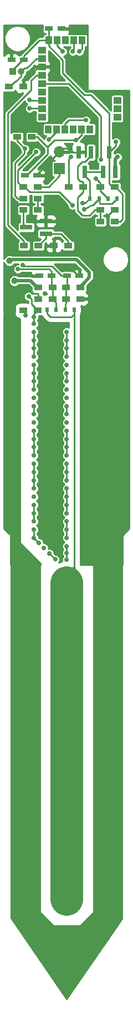
<source format=gbr>
G04 #@! TF.GenerationSoftware,KiCad,Pcbnew,(5.1.4)-1*
G04 #@! TF.CreationDate,2019-10-27T14:02:49-04:00*
G04 #@! TF.ProjectId,i2c-moist-sensor,6932632d-6d6f-4697-9374-2d73656e736f,rev?*
G04 #@! TF.SameCoordinates,Original*
G04 #@! TF.FileFunction,Copper,L1,Top*
G04 #@! TF.FilePolarity,Positive*
%FSLAX46Y46*%
G04 Gerber Fmt 4.6, Leading zero omitted, Abs format (unit mm)*
G04 Created by KiCad (PCBNEW (5.1.4)-1) date 2019-10-27 14:02:49*
%MOMM*%
%LPD*%
G04 APERTURE LIST*
%ADD10R,1.700000X1.700000*%
%ADD11O,1.700000X1.700000*%
%ADD12R,1.000000X1.000000*%
%ADD13O,1.000000X1.000000*%
%ADD14R,1.200000X0.900000*%
%ADD15R,0.800000X1.900000*%
%ADD16R,0.600000X0.700000*%
%ADD17R,1.200000X0.750000*%
%ADD18R,1.200000X1.000000*%
%ADD19R,1.000000X1.200000*%
%ADD20R,1.900000X0.800000*%
%ADD21C,0.700000*%
%ADD22C,1.000000*%
%ADD23C,0.254000*%
%ADD24C,0.508000*%
%ADD25C,5.000000*%
%ADD26C,0.500000*%
G04 APERTURE END LIST*
D10*
X56896000Y-47244000D03*
D11*
X56896000Y-44704000D03*
D12*
X49784000Y-32512000D03*
D13*
X51054000Y-32512000D03*
D14*
X63158000Y-53500000D03*
X65358000Y-53500000D03*
X49192000Y-34798000D03*
X51392000Y-34798000D03*
X58250000Y-58928000D03*
X56050000Y-58928000D03*
X63158000Y-55250000D03*
X65358000Y-55250000D03*
X51478000Y-58928000D03*
X53678000Y-58928000D03*
X60536000Y-50038000D03*
X58336000Y-50038000D03*
X63162000Y-50038000D03*
X65362000Y-50038000D03*
X53600000Y-51750000D03*
X51400000Y-51750000D03*
X60100000Y-67000000D03*
X57900000Y-67000000D03*
X52662000Y-42418000D03*
X50462000Y-42418000D03*
X57900000Y-65250000D03*
X60100000Y-65250000D03*
X51400000Y-68750000D03*
X53600000Y-68750000D03*
X53650000Y-67000000D03*
X55850000Y-67000000D03*
X53600000Y-50000000D03*
X51400000Y-50000000D03*
D15*
X64516000Y-44728000D03*
X65466000Y-47728000D03*
X63566000Y-47728000D03*
D16*
X61550000Y-51750000D03*
X62950000Y-51750000D03*
X64300000Y-51750000D03*
X65700000Y-51750000D03*
X57804000Y-68642000D03*
X59204000Y-68642000D03*
X55010000Y-68642000D03*
X56410000Y-68642000D03*
D17*
X49596000Y-30734000D03*
X51496000Y-30734000D03*
X57200000Y-26000000D03*
X55300000Y-26000000D03*
X58050000Y-63500000D03*
X59950000Y-63500000D03*
X51628000Y-48260000D03*
X53528000Y-48260000D03*
X55700000Y-63500000D03*
X53800000Y-63500000D03*
D18*
X65758000Y-36860000D03*
X65758000Y-38130000D03*
X65758000Y-39400000D03*
D19*
X61558000Y-41270000D03*
X60288000Y-41270000D03*
X59018000Y-41270000D03*
X57748000Y-41270000D03*
X56478000Y-41270000D03*
X55208000Y-41270000D03*
D18*
X54258000Y-39400000D03*
X54258000Y-38130000D03*
X54258000Y-36860000D03*
X54258000Y-35590000D03*
X54258000Y-34320000D03*
X54258000Y-33050000D03*
X54258000Y-31780000D03*
X54258000Y-30510000D03*
X54258000Y-29240000D03*
D19*
X55258000Y-27770000D03*
X56528000Y-27770000D03*
X57798000Y-27770000D03*
X59068000Y-27770000D03*
X60338000Y-27770000D03*
D14*
X55850000Y-65250000D03*
X53650000Y-65250000D03*
X53600000Y-53500000D03*
X51400000Y-53500000D03*
D15*
X60750000Y-47750000D03*
X59800000Y-44750000D03*
X61700000Y-44750000D03*
D20*
X51840000Y-56134000D03*
X54840000Y-55184000D03*
X54840000Y-57084000D03*
D21*
X49784000Y-59720000D03*
X62146000Y-42702000D03*
X52494000Y-40416000D03*
X52900000Y-26100000D03*
X52702737Y-106702737D03*
X51228329Y-105228329D03*
X50500000Y-103250000D03*
X50500000Y-100750000D03*
X50500000Y-98250000D03*
X50500000Y-95750000D03*
X50500000Y-90750000D03*
X50500000Y-93250010D03*
X50500000Y-88250006D03*
X50500000Y-85750000D03*
X50500000Y-83250000D03*
X50500000Y-80750000D03*
X50500000Y-78250004D03*
X50500000Y-75750000D03*
X60500000Y-90750000D03*
X60499996Y-88250000D03*
X60500000Y-85749994D03*
X60500000Y-83250000D03*
X60500000Y-80750000D03*
X60500006Y-73250000D03*
X60500000Y-75750000D03*
X60500000Y-78250000D03*
X60500000Y-93250000D03*
X60500000Y-95750000D03*
X60500000Y-98248063D03*
X60500000Y-100763982D03*
X60500000Y-103262214D03*
X60500000Y-105746856D03*
X53500000Y-107500000D03*
X52000000Y-106000000D03*
X50500000Y-104500000D03*
X60500000Y-107000000D03*
X50500000Y-74500000D03*
X50500000Y-77000000D03*
X50500000Y-79500000D03*
X50500000Y-82000000D03*
X50500000Y-84500000D03*
X50500000Y-87000000D03*
X50500000Y-89500000D03*
X50500000Y-92000000D03*
X50500000Y-94500000D03*
X50500000Y-97000000D03*
X50500000Y-99500000D03*
X50500000Y-102000000D03*
X60500000Y-69500000D03*
X60500000Y-72000000D03*
X60500000Y-74500000D03*
X60500000Y-77000000D03*
X60500000Y-79500000D03*
X60500000Y-82000000D03*
X60500000Y-84500000D03*
X60500000Y-87000000D03*
X60500000Y-89500000D03*
X60500000Y-92000000D03*
X60500000Y-94500000D03*
X60500000Y-97000000D03*
X60500000Y-99500000D03*
X60500000Y-102000000D03*
X60500000Y-104500000D03*
X61468000Y-57912000D03*
X50500000Y-72000000D03*
X50500000Y-66500000D03*
X50500000Y-70753515D03*
X50500000Y-73273302D03*
X55400000Y-33000000D03*
X57200000Y-54000000D03*
X62000000Y-46800000D03*
X58000000Y-70800000D03*
X55600000Y-71400000D03*
X62400000Y-39400000D03*
X57658000Y-61976000D03*
X58420000Y-44196000D03*
X51632610Y-44196000D03*
X65532000Y-43180000D03*
X58928000Y-29464000D03*
X50546000Y-62484000D03*
X56500000Y-108500000D03*
X51750000Y-69500000D03*
X59436000Y-42926000D03*
X53024757Y-69754951D03*
X53000000Y-70750000D03*
X55345119Y-105595119D03*
X53758622Y-104008622D03*
X53000000Y-100750000D03*
X53000000Y-98249994D03*
X53000000Y-95750006D03*
X53000000Y-90749992D03*
X53000000Y-93250000D03*
X53000000Y-88250006D03*
X53000000Y-85750000D03*
X53000000Y-83250006D03*
X53000000Y-80750000D03*
X53000000Y-78250000D03*
X53000000Y-75750000D03*
X53000000Y-73257938D03*
X58000000Y-90750000D03*
X58000004Y-88250000D03*
X58000000Y-85750000D03*
X58000000Y-83250000D03*
X58000000Y-80750000D03*
X58000000Y-73250006D03*
X58000000Y-75750000D03*
X58000000Y-78250006D03*
X58000000Y-93250000D03*
X58000000Y-95749984D03*
X58000000Y-98248063D03*
X58000000Y-100746139D03*
X58000000Y-103246781D03*
X58000000Y-105505330D03*
X56250000Y-106500000D03*
X54500000Y-104750000D03*
X53000000Y-103250000D03*
X58000000Y-106549990D03*
X53000000Y-102000000D03*
X53000000Y-99500000D03*
X53000000Y-97000000D03*
X53000000Y-94500000D03*
X53000000Y-92000000D03*
X53000000Y-89500000D03*
X53000000Y-87000000D03*
X53000000Y-84500000D03*
X53000000Y-82000000D03*
X53000000Y-79500000D03*
X53000000Y-77000000D03*
X53000000Y-74500000D03*
X53000000Y-72000000D03*
X58000000Y-104500000D03*
X58000000Y-102000000D03*
X58000000Y-99500000D03*
X58000000Y-97000000D03*
X58000000Y-94500000D03*
X58000000Y-92000000D03*
X58000000Y-89500000D03*
X58000000Y-87000000D03*
X58000000Y-84500000D03*
X58000000Y-82000000D03*
X58000000Y-79500000D03*
X58000000Y-77000000D03*
X58000000Y-74500000D03*
X58000000Y-72000000D03*
X54700000Y-66200000D03*
X52200000Y-66600000D03*
X55289986Y-42843986D03*
X57404000Y-29464000D03*
D22*
X50038000Y-64262000D03*
X49276000Y-61214000D03*
D21*
X65786000Y-45466000D03*
X53340000Y-44704000D03*
X60400000Y-52500000D03*
X58900000Y-52800000D03*
X59944000Y-29464000D03*
X51308000Y-61829200D03*
X52324000Y-38100000D03*
X52324000Y-36830000D03*
X60700000Y-53400000D03*
X58674000Y-45466000D03*
X60960000Y-39878000D03*
X62484000Y-48768000D03*
X63246000Y-45897801D03*
D23*
X52702737Y-106702737D02*
X53500000Y-107500000D01*
X52000000Y-106000000D02*
X52702737Y-106702737D01*
X50500000Y-104500000D02*
X51228329Y-105228329D01*
X50500000Y-102000000D02*
X50500000Y-103250000D01*
X50500000Y-99500000D02*
X50500000Y-100750000D01*
X50500000Y-99500000D02*
X50500000Y-98250000D01*
X50500000Y-94500000D02*
X50500000Y-95750000D01*
X50500000Y-94500000D02*
X50500000Y-93250010D01*
X50500000Y-92000000D02*
X50500000Y-93250010D01*
X50500000Y-84500000D02*
X50500000Y-83250000D01*
X50500000Y-82000000D02*
X50500000Y-83250000D01*
X50500000Y-79500000D02*
X50500000Y-80750000D01*
X50500000Y-79500000D02*
X50500000Y-78250004D01*
X50500000Y-77000000D02*
X50500000Y-78250004D01*
X50500000Y-74500000D02*
X50500000Y-75750000D01*
X60500000Y-89500000D02*
X60500000Y-90750000D01*
X60500000Y-89500000D02*
X60500000Y-88250004D01*
X60500000Y-88249996D02*
X60499996Y-88250000D01*
X60500000Y-87000000D02*
X60500000Y-88249996D01*
X60500000Y-88250004D02*
X60499996Y-88250000D01*
X60500000Y-84500000D02*
X60500000Y-83250000D01*
X60500000Y-73250006D02*
X60500006Y-73250000D01*
X60500000Y-74500000D02*
X60500000Y-73250006D01*
X60500000Y-73249994D02*
X60500006Y-73250000D01*
X60500000Y-72000000D02*
X60500000Y-73249994D01*
X60500000Y-79500000D02*
X60500000Y-78250000D01*
X60500000Y-92000000D02*
X60500000Y-93250000D01*
X60500000Y-94500000D02*
X60500000Y-93250000D01*
X60500000Y-97000000D02*
X60500000Y-95750000D01*
X60500000Y-99500000D02*
X60500000Y-98248063D01*
X60500000Y-97000000D02*
X60500000Y-98248063D01*
X60500000Y-102000000D02*
X60500000Y-100763982D01*
X60500000Y-103262214D02*
X60500000Y-102000000D01*
X60500000Y-104500000D02*
X60500000Y-103262214D01*
X60500000Y-107000000D02*
X60500000Y-105746856D01*
X50500000Y-89500000D02*
X50500000Y-87000000D01*
X50500000Y-72000000D02*
X50500000Y-73273302D01*
X50500000Y-74500000D02*
X50500000Y-73273302D01*
X50500000Y-72000000D02*
X50500000Y-70753515D01*
X53650000Y-67000000D02*
X53500000Y-67000000D01*
X65208000Y-53500000D02*
X64262000Y-54446000D01*
X65358000Y-53500000D02*
X65208000Y-53500000D01*
X58201000Y-61976000D02*
X57658000Y-61976000D01*
X59950000Y-63500000D02*
X59725000Y-63500000D01*
X59725000Y-63500000D02*
X58201000Y-61976000D01*
X53528000Y-48072000D02*
X53528000Y-48260000D01*
X56896000Y-44704000D02*
X53528000Y-48072000D01*
X53706000Y-31780000D02*
X54258000Y-31780000D01*
X51392000Y-34094000D02*
X53706000Y-31780000D01*
X51392000Y-34798000D02*
X51392000Y-34094000D01*
X56942000Y-44750000D02*
X56896000Y-44704000D01*
X59800000Y-44750000D02*
X56942000Y-44750000D01*
X57404000Y-44196000D02*
X56896000Y-44704000D01*
X58420000Y-44196000D02*
X57404000Y-44196000D01*
X53540000Y-66186000D02*
X52755106Y-66186000D01*
X53650000Y-67000000D02*
X53650000Y-66296000D01*
X53650000Y-66296000D02*
X53540000Y-66186000D01*
X51261000Y-65739000D02*
X52239000Y-65739000D01*
X51261000Y-65739000D02*
X50500000Y-66500000D01*
X52308106Y-65739000D02*
X52755106Y-66186000D01*
X52239000Y-65739000D02*
X52308106Y-65739000D01*
X62484000Y-57912000D02*
X64262000Y-56134000D01*
X61468000Y-57912000D02*
X62484000Y-57912000D01*
X64262000Y-54446000D02*
X64262000Y-56134000D01*
X64516000Y-44728000D02*
X64516000Y-49530000D01*
X65024000Y-50038000D02*
X65362000Y-50038000D01*
X64516000Y-49530000D02*
X65024000Y-50038000D01*
X66212000Y-55250000D02*
X66548000Y-54914000D01*
X65358000Y-55250000D02*
X66212000Y-55250000D01*
X65512000Y-50038000D02*
X65362000Y-50038000D01*
X66548000Y-51074000D02*
X65512000Y-50038000D01*
X66548000Y-54914000D02*
X66548000Y-51074000D01*
X61736932Y-36068000D02*
X60706000Y-36068000D01*
X64516000Y-44728000D02*
X64516000Y-38847068D01*
X64516000Y-38847068D02*
X61736932Y-36068000D01*
X57404000Y-30770000D02*
X57404000Y-32766000D01*
X55258000Y-28624000D02*
X57404000Y-30770000D01*
X55258000Y-27770000D02*
X55258000Y-28624000D01*
X60706000Y-36068000D02*
X57404000Y-32766000D01*
X55258000Y-26042000D02*
X55300000Y-26000000D01*
X55258000Y-27770000D02*
X55258000Y-26042000D01*
X50114190Y-51318190D02*
X50114190Y-46405810D01*
X51400000Y-51750000D02*
X50546000Y-51750000D01*
X50546000Y-51750000D02*
X50114190Y-51318190D01*
X50114190Y-46405810D02*
X51562000Y-44958000D01*
X51562000Y-44958000D02*
X51562000Y-44266610D01*
X51562000Y-44266610D02*
X51632610Y-44196000D01*
X65532000Y-43712000D02*
X64516000Y-44728000D01*
X65532000Y-43180000D02*
X65532000Y-43712000D01*
X50462000Y-43025390D02*
X51632610Y-44196000D01*
X50462000Y-42418000D02*
X50462000Y-43025390D01*
X53831000Y-27770000D02*
X54186000Y-27770000D01*
X51496000Y-30105000D02*
X53831000Y-27770000D01*
X51496000Y-30734000D02*
X51496000Y-30105000D01*
X55258000Y-27770000D02*
X54186000Y-27770000D01*
X51271000Y-30734000D02*
X51496000Y-30734000D01*
X49784000Y-32221000D02*
X50654500Y-31350500D01*
X49784000Y-32512000D02*
X49784000Y-32221000D01*
X50292000Y-31713000D02*
X50654500Y-31350500D01*
X50654500Y-31350500D02*
X51271000Y-30734000D01*
X56410000Y-67560000D02*
X55850000Y-67000000D01*
X56410000Y-68642000D02*
X56410000Y-67560000D01*
X55850000Y-67000000D02*
X55850000Y-65250000D01*
X55700000Y-65100000D02*
X55850000Y-65250000D01*
X55700000Y-63500000D02*
X55700000Y-65100000D01*
X55700000Y-63500000D02*
X55925000Y-63500000D01*
X59068000Y-27770000D02*
X59068000Y-29324000D01*
X59068000Y-29324000D02*
X58928000Y-29464000D01*
X55700000Y-62871000D02*
X55313000Y-62484000D01*
X55700000Y-63500000D02*
X55700000Y-62871000D01*
X55313000Y-62484000D02*
X50546000Y-62484000D01*
X56500000Y-108500000D02*
X58000000Y-110000000D01*
X59204000Y-68642000D02*
X59204000Y-69246000D01*
X59204000Y-69246000D02*
X58730999Y-69719001D01*
X55483001Y-69719001D02*
X55010000Y-69246000D01*
X58730999Y-69719001D02*
X55483001Y-69719001D01*
X55010000Y-69246000D02*
X55010000Y-68642000D01*
D24*
X59204000Y-107796000D02*
X57128468Y-109871532D01*
X57128468Y-109871532D02*
X57000000Y-110000000D01*
X58000000Y-110000000D02*
X57256936Y-110000000D01*
X57256936Y-110000000D02*
X57128468Y-109871532D01*
D23*
X51750000Y-68750000D02*
X51750000Y-69500000D01*
D25*
X58000000Y-110000000D02*
X58000000Y-158000000D01*
D23*
X59204000Y-68642000D02*
X59204000Y-104959962D01*
X59204000Y-104959962D02*
X59204000Y-107796000D01*
X51750000Y-69100000D02*
X51400000Y-68750000D01*
X51750000Y-69500000D02*
X51750000Y-69100000D01*
X51853000Y-48260000D02*
X55118000Y-44995000D01*
X51628000Y-48260000D02*
X51853000Y-48260000D01*
X55118000Y-44995000D02*
X55118000Y-43942000D01*
X55118000Y-43942000D02*
X56134000Y-42926000D01*
X56134000Y-42926000D02*
X59486000Y-42926000D01*
X60198000Y-42214000D02*
X60223000Y-42189000D01*
X60223000Y-42189000D02*
X60288000Y-42124000D01*
X60288000Y-42124000D02*
X59588000Y-42824000D01*
X60288000Y-41270000D02*
X60288000Y-42124000D01*
X59486000Y-42926000D02*
X59588000Y-42824000D01*
X59588000Y-42824000D02*
X60223000Y-42189000D01*
X55040000Y-43942000D02*
X55118000Y-43942000D01*
X53516000Y-42418000D02*
X55040000Y-43942000D01*
X52662000Y-42418000D02*
X53516000Y-42418000D01*
X53000000Y-70750000D02*
X53000000Y-69779708D01*
X53000000Y-69779708D02*
X53024757Y-69754951D01*
X55345119Y-105595119D02*
X56250000Y-106500000D01*
X53000000Y-103250000D02*
X53758622Y-104008622D01*
X53000000Y-99500000D02*
X53000000Y-100750000D01*
X53000000Y-99500000D02*
X53000000Y-98249994D01*
X53000000Y-94500000D02*
X53000000Y-95750006D01*
X53000000Y-89500000D02*
X53000000Y-90749992D01*
X53000000Y-94500000D02*
X53000000Y-93250000D01*
X53000000Y-92000000D02*
X53000000Y-93250000D01*
X53000000Y-84500000D02*
X53000000Y-83250006D01*
X53000000Y-79500000D02*
X53000000Y-80750000D01*
X53000000Y-79500000D02*
X53000000Y-78250000D01*
X53000000Y-77000000D02*
X53000000Y-78250000D01*
X53000000Y-74500000D02*
X53000000Y-75750000D01*
X53000000Y-73257938D02*
X53000000Y-74500000D01*
X53000000Y-72000000D02*
X53000000Y-73257938D01*
X58000000Y-89500000D02*
X58000000Y-90750000D01*
X58000000Y-84500000D02*
X58000000Y-83250000D01*
X58000000Y-74500000D02*
X58000000Y-73250006D01*
X58000000Y-72000000D02*
X58000000Y-73250006D01*
X58000000Y-74500000D02*
X58000000Y-75750000D01*
X58000000Y-79500000D02*
X58000000Y-78250006D01*
X58000000Y-92000000D02*
X58000000Y-93250000D01*
X58000000Y-94500000D02*
X58000000Y-93250000D01*
X58000000Y-97000000D02*
X58000000Y-95749984D01*
X58000000Y-98248063D02*
X58000000Y-99500000D01*
X58000000Y-97000000D02*
X58000000Y-98248063D01*
X58000000Y-102000000D02*
X58000000Y-100746139D01*
X58000000Y-102000000D02*
X58000000Y-103246781D01*
X58000000Y-104500000D02*
X58000000Y-105505330D01*
X58000000Y-106549990D02*
X58000000Y-105505330D01*
X53000000Y-102000000D02*
X53000000Y-103250000D01*
X53000000Y-87000000D02*
X53000000Y-89500000D01*
X58000000Y-87000000D02*
X58000000Y-89500000D01*
X54960000Y-66160000D02*
X55000000Y-66200000D01*
X54960000Y-66240000D02*
X55000000Y-66200000D01*
X53024757Y-69325243D02*
X53600000Y-68750000D01*
X53024757Y-69754951D02*
X53024757Y-69325243D01*
X53600000Y-68750000D02*
X53510000Y-68750000D01*
X52650000Y-67050000D02*
X52650000Y-67800000D01*
X52650000Y-67800000D02*
X53600000Y-68750000D01*
X56478000Y-41655972D02*
X56478000Y-41270000D01*
X55289986Y-42843986D02*
X56478000Y-41655972D01*
X52650000Y-67050000D02*
X52200000Y-66600000D01*
X51400000Y-55694000D02*
X51840000Y-56134000D01*
X51400000Y-53500000D02*
X51400000Y-55694000D01*
X53600000Y-53500000D02*
X53600000Y-51750000D01*
D24*
X53500000Y-65250000D02*
X52578000Y-64328000D01*
X53650000Y-65250000D02*
X53500000Y-65250000D01*
D23*
X56528000Y-27770000D02*
X56528000Y-28588000D01*
X56528000Y-28588000D02*
X57404000Y-29464000D01*
D24*
X50081801Y-64218199D02*
X50038000Y-64262000D01*
X52578000Y-64328000D02*
X52468199Y-64218199D01*
X52468199Y-64218199D02*
X50081801Y-64218199D01*
X60100000Y-65180000D02*
X60100000Y-65250000D01*
X60510000Y-64712000D02*
X60510000Y-64770000D01*
X49530000Y-61214000D02*
X49696601Y-61047399D01*
X49276000Y-61214000D02*
X49530000Y-61214000D01*
X49696601Y-61047399D02*
X59523399Y-61047399D01*
X59523399Y-61047399D02*
X61468000Y-62992000D01*
X60510000Y-64770000D02*
X60100000Y-65180000D01*
X61468000Y-62992000D02*
X61468000Y-63754000D01*
X61468000Y-63754000D02*
X60510000Y-64712000D01*
D26*
X65466000Y-47728000D02*
X65466000Y-45786000D01*
D24*
X65466000Y-45786000D02*
X65786000Y-45466000D01*
D23*
X54454000Y-50000000D02*
X53600000Y-50000000D01*
X55244000Y-50000000D02*
X54454000Y-50000000D01*
X56896000Y-48348000D02*
X55244000Y-50000000D01*
X56896000Y-47244000D02*
X56896000Y-48348000D01*
X60750000Y-48300000D02*
X60750000Y-47750000D01*
X61550000Y-49100000D02*
X60750000Y-48300000D01*
X61550000Y-51750000D02*
X61550000Y-49100000D01*
X60772000Y-47728000D02*
X60750000Y-47750000D01*
X63566000Y-47728000D02*
X60772000Y-47728000D01*
X51250000Y-50000000D02*
X50546000Y-49296000D01*
X51400000Y-50000000D02*
X51250000Y-50000000D01*
X50546000Y-49296000D02*
X50546000Y-47498000D01*
X50546000Y-47498000D02*
X53340000Y-44704000D01*
X60800000Y-52500000D02*
X61550000Y-51750000D01*
X60400000Y-52500000D02*
X60800000Y-52500000D01*
X58166000Y-52070000D02*
X56896000Y-50800000D01*
X56896000Y-50800000D02*
X52350000Y-50800000D01*
X58900000Y-52800000D02*
X58166000Y-52070000D01*
X52350000Y-50800000D02*
X51550000Y-50000000D01*
X51550000Y-50000000D02*
X51400000Y-50000000D01*
X58050000Y-65100000D02*
X57900000Y-65250000D01*
X58050000Y-63500000D02*
X58050000Y-65100000D01*
X57900000Y-65250000D02*
X57900000Y-67000000D01*
X57900000Y-67704000D02*
X57800000Y-67804000D01*
X57900000Y-67000000D02*
X57900000Y-67704000D01*
X57804000Y-67808000D02*
X57804000Y-68642000D01*
X57800000Y-67804000D02*
X57804000Y-67808000D01*
X60338000Y-27770000D02*
X60338000Y-29070000D01*
X60338000Y-29070000D02*
X59944000Y-29464000D01*
X55748190Y-62052190D02*
X51384190Y-62052190D01*
X58050000Y-63500000D02*
X57196000Y-63500000D01*
X57196000Y-63500000D02*
X55748190Y-62052190D01*
X51384190Y-62052190D02*
X51308000Y-61976000D01*
X51308000Y-61976000D02*
X51308000Y-61829200D01*
X54228000Y-38100000D02*
X54258000Y-38130000D01*
X52324000Y-38100000D02*
X54228000Y-38100000D01*
X54258000Y-36860000D02*
X52354000Y-36860000D01*
X52354000Y-36860000D02*
X52324000Y-36830000D01*
X63158000Y-53500000D02*
X63158000Y-55250000D01*
X61700000Y-44750000D02*
X61700000Y-45300000D01*
X61700000Y-45300000D02*
X60772000Y-46228000D01*
X60772000Y-46228000D02*
X60373358Y-46228000D01*
X60373358Y-46228000D02*
X59690000Y-46911358D01*
X59690000Y-46911358D02*
X59690000Y-48768000D01*
X60351000Y-49149000D02*
X60071000Y-49149000D01*
X60536000Y-49334000D02*
X60351000Y-49149000D01*
X60536000Y-50038000D02*
X60536000Y-49334000D01*
X60071000Y-49149000D02*
X59690000Y-48768000D01*
X60536000Y-50742000D02*
X60536000Y-50038000D01*
X62304000Y-53500000D02*
X61504000Y-54300000D01*
X63158000Y-53500000D02*
X62304000Y-53500000D01*
X61504000Y-54300000D02*
X60400000Y-54300000D01*
X60400000Y-54300000D02*
X59690000Y-53590000D01*
X59690000Y-53590000D02*
X59690000Y-51588000D01*
X59690000Y-51588000D02*
X60536000Y-50742000D01*
X54840000Y-57766000D02*
X53678000Y-58928000D01*
X54840000Y-57084000D02*
X54840000Y-57766000D01*
X56044000Y-57084000D02*
X54840000Y-57084000D01*
X57110000Y-57084000D02*
X56044000Y-57084000D01*
X58250000Y-58224000D02*
X57110000Y-57084000D01*
X58250000Y-58928000D02*
X58250000Y-58224000D01*
X62950000Y-52354000D02*
X63174000Y-52578000D01*
X62950000Y-51750000D02*
X62950000Y-52354000D01*
X65700000Y-51800000D02*
X65700000Y-51750000D01*
X64922000Y-52578000D02*
X65700000Y-51800000D01*
X63174000Y-52578000D02*
X64922000Y-52578000D01*
X60700000Y-53400000D02*
X61666642Y-52832000D01*
X61918000Y-52832000D02*
X61666642Y-52832000D01*
X62950000Y-51800000D02*
X61918000Y-52832000D01*
X62950000Y-51750000D02*
X62950000Y-51800000D01*
X58336000Y-50038000D02*
X58336000Y-45804000D01*
X58336000Y-45804000D02*
X58674000Y-45466000D01*
X57748000Y-40416000D02*
X57748000Y-41270000D01*
X58286000Y-39878000D02*
X57748000Y-40416000D01*
X60960000Y-39878000D02*
X58286000Y-39878000D01*
X54258000Y-33050000D02*
X53404000Y-33050000D01*
X51478000Y-58224000D02*
X51478000Y-58928000D01*
X53404000Y-33050000D02*
X52578000Y-33876000D01*
X52578000Y-33876000D02*
X52578000Y-35306000D01*
X49022000Y-38862000D02*
X49022000Y-55768000D01*
X52578000Y-35306000D02*
X49022000Y-38862000D01*
X49022000Y-55768000D02*
X51478000Y-58224000D01*
X63162000Y-50612000D02*
X64300000Y-51750000D01*
X63162000Y-50038000D02*
X63162000Y-50612000D01*
X63162000Y-50038000D02*
X63162000Y-49446000D01*
X63162000Y-49446000D02*
X62484000Y-48768000D01*
X58289106Y-34320000D02*
X63246000Y-39276894D01*
X54258000Y-34320000D02*
X58289106Y-34320000D01*
X63246000Y-39276894D02*
X63246000Y-45897801D01*
X54258000Y-30510000D02*
X53943642Y-30510000D01*
X49342000Y-34798000D02*
X50096801Y-34043199D01*
X49192000Y-34798000D02*
X49342000Y-34798000D01*
X53564000Y-30510000D02*
X54258000Y-30510000D01*
X53404000Y-30510000D02*
X54258000Y-30510000D01*
X51901999Y-32012001D02*
X53404000Y-30510000D01*
X51553999Y-32012001D02*
X51901999Y-32012001D01*
X51054000Y-32512000D02*
X51553999Y-32012001D01*
X50229907Y-34043199D02*
X50096801Y-34043199D01*
X51054000Y-33219106D02*
X50229907Y-34043199D01*
X51054000Y-32512000D02*
X51054000Y-33219106D01*
G36*
X53873000Y-107440003D02*
G01*
X53873000Y-160000000D01*
X53875440Y-160024776D01*
X53882667Y-160048601D01*
X53894403Y-160070557D01*
X53910197Y-160089803D01*
X55910197Y-162089803D01*
X55929443Y-162105597D01*
X55951399Y-162117333D01*
X55975224Y-162124560D01*
X56000000Y-162127000D01*
X60000000Y-162127000D01*
X60024776Y-162124560D01*
X60048601Y-162117333D01*
X60070557Y-162105597D01*
X60089803Y-162089803D01*
X62089803Y-160089803D01*
X62105597Y-160070557D01*
X62117333Y-160048601D01*
X62124560Y-160024776D01*
X62127000Y-160000000D01*
X62127000Y-107463997D01*
X66473000Y-107476631D01*
X66473000Y-161004033D01*
X65746126Y-162053961D01*
X58000210Y-173177457D01*
X49527000Y-160960270D01*
X49527000Y-107427369D01*
X53873000Y-107440003D01*
X53873000Y-107440003D01*
G37*
X53873000Y-107440003D02*
X53873000Y-160000000D01*
X53875440Y-160024776D01*
X53882667Y-160048601D01*
X53894403Y-160070557D01*
X53910197Y-160089803D01*
X55910197Y-162089803D01*
X55929443Y-162105597D01*
X55951399Y-162117333D01*
X55975224Y-162124560D01*
X56000000Y-162127000D01*
X60000000Y-162127000D01*
X60024776Y-162124560D01*
X60048601Y-162117333D01*
X60070557Y-162105597D01*
X60089803Y-162089803D01*
X62089803Y-160089803D01*
X62105597Y-160070557D01*
X62117333Y-160048601D01*
X62124560Y-160024776D01*
X62127000Y-160000000D01*
X62127000Y-107463997D01*
X66473000Y-107476631D01*
X66473000Y-161004033D01*
X65746126Y-162053961D01*
X58000210Y-173177457D01*
X49527000Y-160960270D01*
X49527000Y-107427369D01*
X53873000Y-107440003D01*
G36*
X61223000Y-35250000D02*
G01*
X61225440Y-35274776D01*
X61232667Y-35298601D01*
X61244403Y-35320557D01*
X61260197Y-35339803D01*
X61279443Y-35355597D01*
X61301399Y-35367333D01*
X61325224Y-35374560D01*
X61350000Y-35377000D01*
X67569001Y-35377000D01*
X67569000Y-101821474D01*
X66710204Y-102680271D01*
X66693764Y-102693763D01*
X66639904Y-102759391D01*
X66604531Y-102825571D01*
X66599883Y-102834266D01*
X66575237Y-102915510D01*
X66566916Y-103000000D01*
X66569001Y-103021171D01*
X66569001Y-107310323D01*
X60058000Y-107285946D01*
X60058000Y-69462925D01*
X60111403Y-69397853D01*
X60178910Y-69271557D01*
X60220480Y-69134517D01*
X60234517Y-68992000D01*
X60234517Y-68292000D01*
X60220480Y-68149483D01*
X60200920Y-68085000D01*
X60227002Y-68085000D01*
X60227002Y-67926252D01*
X60385750Y-68085000D01*
X60700000Y-68088072D01*
X60824482Y-68075812D01*
X60944180Y-68039502D01*
X61054494Y-67980537D01*
X61151185Y-67901185D01*
X61230537Y-67804494D01*
X61289502Y-67694180D01*
X61325812Y-67574482D01*
X61338072Y-67450000D01*
X61335000Y-67285750D01*
X61176250Y-67127000D01*
X60227000Y-67127000D01*
X60227000Y-67147000D01*
X59973000Y-67147000D01*
X59973000Y-67127000D01*
X59953000Y-67127000D01*
X59953000Y-66873000D01*
X59973000Y-66873000D01*
X59973000Y-66853000D01*
X60227000Y-66853000D01*
X60227000Y-66873000D01*
X61176250Y-66873000D01*
X61335000Y-66714250D01*
X61338072Y-66550000D01*
X61325812Y-66425518D01*
X61289502Y-66305820D01*
X61230537Y-66195506D01*
X61151185Y-66098815D01*
X61054494Y-66019463D01*
X60967783Y-65973114D01*
X60970711Y-65970711D01*
X61018322Y-65912696D01*
X61053701Y-65846508D01*
X61075487Y-65774689D01*
X61082843Y-65700000D01*
X61082843Y-65045347D01*
X61092219Y-65027805D01*
X61894960Y-64225066D01*
X61919185Y-64205185D01*
X61939065Y-64180961D01*
X61939069Y-64180957D01*
X61998538Y-64108494D01*
X62057502Y-63998180D01*
X62064986Y-63973507D01*
X62093812Y-63878482D01*
X62103000Y-63785192D01*
X62103000Y-63785189D01*
X62106072Y-63754000D01*
X62103000Y-63722811D01*
X62103000Y-63023180D01*
X62106071Y-62991999D01*
X62103000Y-62960818D01*
X62103000Y-62960808D01*
X62093812Y-62867518D01*
X62057502Y-62747820D01*
X61998537Y-62637506D01*
X61919185Y-62540815D01*
X61894956Y-62520931D01*
X60178914Y-60804889D01*
X63519000Y-60804889D01*
X63519000Y-61195111D01*
X63595129Y-61577836D01*
X63744461Y-61938355D01*
X63961257Y-62262814D01*
X64237186Y-62538743D01*
X64561645Y-62755539D01*
X64922164Y-62904871D01*
X65304889Y-62981000D01*
X65695111Y-62981000D01*
X66077836Y-62904871D01*
X66438355Y-62755539D01*
X66762814Y-62538743D01*
X67038743Y-62262814D01*
X67255539Y-61938355D01*
X67404871Y-61577836D01*
X67481000Y-61195111D01*
X67481000Y-60804889D01*
X67404871Y-60422164D01*
X67255539Y-60061645D01*
X67038743Y-59737186D01*
X66762814Y-59461257D01*
X66438355Y-59244461D01*
X66077836Y-59095129D01*
X65695111Y-59019000D01*
X65304889Y-59019000D01*
X64922164Y-59095129D01*
X64561645Y-59244461D01*
X64237186Y-59461257D01*
X63961257Y-59737186D01*
X63744461Y-60061645D01*
X63595129Y-60422164D01*
X63519000Y-60804889D01*
X60178914Y-60804889D01*
X59994473Y-60620449D01*
X59974584Y-60596214D01*
X59877893Y-60516862D01*
X59767579Y-60457897D01*
X59647881Y-60421587D01*
X59554591Y-60412399D01*
X59554580Y-60412399D01*
X59523399Y-60409328D01*
X59492218Y-60412399D01*
X49727781Y-60412399D01*
X49696600Y-60409328D01*
X49665419Y-60412399D01*
X49665409Y-60412399D01*
X49647247Y-60414188D01*
X49532978Y-60366856D01*
X49362771Y-60333000D01*
X49189229Y-60333000D01*
X49019022Y-60366856D01*
X48858690Y-60433268D01*
X48714395Y-60529682D01*
X48591682Y-60652395D01*
X48495268Y-60796690D01*
X48431000Y-60951846D01*
X48431000Y-35593955D01*
X48445492Y-35601701D01*
X48517311Y-35623487D01*
X48592000Y-35630843D01*
X49792000Y-35630843D01*
X49866689Y-35623487D01*
X49938508Y-35601701D01*
X50004696Y-35566322D01*
X50062711Y-35518711D01*
X50110322Y-35460696D01*
X50145701Y-35394508D01*
X50162804Y-35338126D01*
X50166188Y-35372482D01*
X50202498Y-35492180D01*
X50261463Y-35602494D01*
X50340815Y-35699185D01*
X50437506Y-35778537D01*
X50547820Y-35837502D01*
X50667518Y-35873812D01*
X50792000Y-35886072D01*
X51106250Y-35883000D01*
X51264998Y-35724252D01*
X51264998Y-35883000D01*
X51282579Y-35883000D01*
X48680435Y-38485145D01*
X48661052Y-38501052D01*
X48597571Y-38578405D01*
X48550399Y-38666658D01*
X48521351Y-38762416D01*
X48515471Y-38822121D01*
X48511543Y-38862000D01*
X48514000Y-38886944D01*
X48514001Y-55743046D01*
X48511543Y-55768000D01*
X48521352Y-55867584D01*
X48550400Y-55963343D01*
X48597571Y-56051595D01*
X48617179Y-56075487D01*
X48661053Y-56128948D01*
X48680430Y-56144850D01*
X50684824Y-58149244D01*
X50665304Y-58159678D01*
X50607289Y-58207289D01*
X50559678Y-58265304D01*
X50524299Y-58331492D01*
X50502513Y-58403311D01*
X50495157Y-58478000D01*
X50495157Y-59378000D01*
X50502513Y-59452689D01*
X50524299Y-59524508D01*
X50559678Y-59590696D01*
X50607289Y-59648711D01*
X50665304Y-59696322D01*
X50731492Y-59731701D01*
X50803311Y-59753487D01*
X50878000Y-59760843D01*
X52078000Y-59760843D01*
X52152689Y-59753487D01*
X52224508Y-59731701D01*
X52290696Y-59696322D01*
X52348711Y-59648711D01*
X52396322Y-59590696D01*
X52431701Y-59524508D01*
X52453487Y-59452689D01*
X52460843Y-59378000D01*
X52460843Y-58478000D01*
X52695157Y-58478000D01*
X52695157Y-59378000D01*
X52702513Y-59452689D01*
X52724299Y-59524508D01*
X52759678Y-59590696D01*
X52807289Y-59648711D01*
X52865304Y-59696322D01*
X52931492Y-59731701D01*
X53003311Y-59753487D01*
X53078000Y-59760843D01*
X54278000Y-59760843D01*
X54352689Y-59753487D01*
X54424508Y-59731701D01*
X54490696Y-59696322D01*
X54548711Y-59648711D01*
X54596322Y-59590696D01*
X54631701Y-59524508D01*
X54653487Y-59452689D01*
X54660843Y-59378000D01*
X54811928Y-59378000D01*
X54824188Y-59502482D01*
X54860498Y-59622180D01*
X54919463Y-59732494D01*
X54998815Y-59829185D01*
X55095506Y-59908537D01*
X55205820Y-59967502D01*
X55325518Y-60003812D01*
X55450000Y-60016072D01*
X55764250Y-60013000D01*
X55923000Y-59854250D01*
X55923000Y-59055000D01*
X54973750Y-59055000D01*
X54815000Y-59213750D01*
X54811928Y-59378000D01*
X54660843Y-59378000D01*
X54660843Y-58663578D01*
X54812561Y-58511859D01*
X54815000Y-58642250D01*
X54973750Y-58801000D01*
X55923000Y-58801000D01*
X55923000Y-58001750D01*
X55788093Y-57866843D01*
X55790000Y-57866843D01*
X55864689Y-57859487D01*
X55936508Y-57837701D01*
X56002696Y-57802322D01*
X56060711Y-57754711D01*
X56108322Y-57696696D01*
X56143701Y-57630508D01*
X56155382Y-57592000D01*
X56899580Y-57592000D01*
X57456824Y-58149244D01*
X57437304Y-58159678D01*
X57379289Y-58207289D01*
X57331678Y-58265304D01*
X57296299Y-58331492D01*
X57279196Y-58387874D01*
X57275812Y-58353518D01*
X57239502Y-58233820D01*
X57180537Y-58123506D01*
X57101185Y-58026815D01*
X57004494Y-57947463D01*
X56894180Y-57888498D01*
X56774482Y-57852188D01*
X56650000Y-57839928D01*
X56335750Y-57843000D01*
X56177000Y-58001750D01*
X56177000Y-58801000D01*
X56197000Y-58801000D01*
X56197000Y-59055000D01*
X56177000Y-59055000D01*
X56177000Y-59854250D01*
X56335750Y-60013000D01*
X56650000Y-60016072D01*
X56774482Y-60003812D01*
X56894180Y-59967502D01*
X57004494Y-59908537D01*
X57101185Y-59829185D01*
X57180537Y-59732494D01*
X57239502Y-59622180D01*
X57275812Y-59502482D01*
X57279196Y-59468126D01*
X57296299Y-59524508D01*
X57331678Y-59590696D01*
X57379289Y-59648711D01*
X57437304Y-59696322D01*
X57503492Y-59731701D01*
X57575311Y-59753487D01*
X57650000Y-59760843D01*
X58850000Y-59760843D01*
X58924689Y-59753487D01*
X58996508Y-59731701D01*
X59062696Y-59696322D01*
X59120711Y-59648711D01*
X59168322Y-59590696D01*
X59203701Y-59524508D01*
X59225487Y-59452689D01*
X59232843Y-59378000D01*
X59232843Y-58478000D01*
X59225487Y-58403311D01*
X59203701Y-58331492D01*
X59168322Y-58265304D01*
X59120711Y-58207289D01*
X59062696Y-58159678D01*
X58996508Y-58124299D01*
X58924689Y-58102513D01*
X58850000Y-58095157D01*
X58741774Y-58095157D01*
X58721601Y-58028657D01*
X58721600Y-58028655D01*
X58674429Y-57940404D01*
X58626850Y-57882429D01*
X58610948Y-57863052D01*
X58591571Y-57847150D01*
X57486855Y-56742435D01*
X57470948Y-56723052D01*
X57393595Y-56659571D01*
X57305343Y-56612399D01*
X57209585Y-56583351D01*
X57134947Y-56576000D01*
X57134944Y-56576000D01*
X57110000Y-56573543D01*
X57085056Y-56576000D01*
X56155382Y-56576000D01*
X56143701Y-56537492D01*
X56108322Y-56471304D01*
X56060711Y-56413289D01*
X56002696Y-56365678D01*
X55936508Y-56330299D01*
X55864689Y-56308513D01*
X55790000Y-56301157D01*
X53890000Y-56301157D01*
X53815311Y-56308513D01*
X53743492Y-56330299D01*
X53677304Y-56365678D01*
X53619289Y-56413289D01*
X53571678Y-56471304D01*
X53536299Y-56537492D01*
X53514513Y-56609311D01*
X53507157Y-56684000D01*
X53507157Y-57484000D01*
X53514513Y-57558689D01*
X53536299Y-57630508D01*
X53571678Y-57696696D01*
X53619289Y-57754711D01*
X53677304Y-57802322D01*
X53743492Y-57837701D01*
X53815311Y-57859487D01*
X53890000Y-57866843D01*
X54020736Y-57866843D01*
X53792423Y-58095157D01*
X53078000Y-58095157D01*
X53003311Y-58102513D01*
X52931492Y-58124299D01*
X52865304Y-58159678D01*
X52807289Y-58207289D01*
X52759678Y-58265304D01*
X52724299Y-58331492D01*
X52702513Y-58403311D01*
X52695157Y-58478000D01*
X52460843Y-58478000D01*
X52453487Y-58403311D01*
X52431701Y-58331492D01*
X52396322Y-58265304D01*
X52348711Y-58207289D01*
X52290696Y-58159678D01*
X52224508Y-58124299D01*
X52152689Y-58102513D01*
X52078000Y-58095157D01*
X51969774Y-58095157D01*
X51949601Y-58028657D01*
X51902429Y-57940405D01*
X51838948Y-57863052D01*
X51819565Y-57847145D01*
X50889182Y-56916762D01*
X50890000Y-56916843D01*
X52790000Y-56916843D01*
X52864689Y-56909487D01*
X52936508Y-56887701D01*
X53002696Y-56852322D01*
X53060711Y-56804711D01*
X53108322Y-56746696D01*
X53143701Y-56680508D01*
X53165487Y-56608689D01*
X53172843Y-56534000D01*
X53172843Y-55734000D01*
X53165487Y-55659311D01*
X53143701Y-55587492D01*
X53141835Y-55584000D01*
X53251928Y-55584000D01*
X53264188Y-55708482D01*
X53300498Y-55828180D01*
X53359463Y-55938494D01*
X53438815Y-56035185D01*
X53535506Y-56114537D01*
X53645820Y-56173502D01*
X53765518Y-56209812D01*
X53890000Y-56222072D01*
X54554250Y-56219000D01*
X54713000Y-56060250D01*
X54713000Y-55311000D01*
X54967000Y-55311000D01*
X54967000Y-56060250D01*
X55125750Y-56219000D01*
X55790000Y-56222072D01*
X55914482Y-56209812D01*
X56034180Y-56173502D01*
X56144494Y-56114537D01*
X56241185Y-56035185D01*
X56320537Y-55938494D01*
X56379502Y-55828180D01*
X56415812Y-55708482D01*
X56428072Y-55584000D01*
X56425000Y-55469750D01*
X56266250Y-55311000D01*
X54967000Y-55311000D01*
X54713000Y-55311000D01*
X53413750Y-55311000D01*
X53255000Y-55469750D01*
X53251928Y-55584000D01*
X53141835Y-55584000D01*
X53108322Y-55521304D01*
X53060711Y-55463289D01*
X53002696Y-55415678D01*
X52936508Y-55380299D01*
X52864689Y-55358513D01*
X52790000Y-55351157D01*
X51908000Y-55351157D01*
X51908000Y-54332843D01*
X52000000Y-54332843D01*
X52074689Y-54325487D01*
X52146508Y-54303701D01*
X52212696Y-54268322D01*
X52270711Y-54220711D01*
X52318322Y-54162696D01*
X52353701Y-54096508D01*
X52375487Y-54024689D01*
X52382843Y-53950000D01*
X52382843Y-53050000D01*
X52375487Y-52975311D01*
X52353701Y-52903492D01*
X52318322Y-52837304D01*
X52270711Y-52779289D01*
X52212696Y-52731678D01*
X52146508Y-52696299D01*
X52074689Y-52674513D01*
X52000000Y-52667157D01*
X50800000Y-52667157D01*
X50725311Y-52674513D01*
X50653492Y-52696299D01*
X50587304Y-52731678D01*
X50529289Y-52779289D01*
X50481678Y-52837304D01*
X50446299Y-52903492D01*
X50424513Y-52975311D01*
X50417157Y-53050000D01*
X50417157Y-53950000D01*
X50424513Y-54024689D01*
X50446299Y-54096508D01*
X50481678Y-54162696D01*
X50529289Y-54220711D01*
X50587304Y-54268322D01*
X50653492Y-54303701D01*
X50725311Y-54325487D01*
X50800000Y-54332843D01*
X50892000Y-54332843D01*
X50892001Y-55351157D01*
X50890000Y-55351157D01*
X50815311Y-55358513D01*
X50743492Y-55380299D01*
X50677304Y-55415678D01*
X50619289Y-55463289D01*
X50571678Y-55521304D01*
X50536299Y-55587492D01*
X50514513Y-55659311D01*
X50507157Y-55734000D01*
X50507157Y-56534000D01*
X50507238Y-56534818D01*
X49530000Y-55557580D01*
X49530000Y-43055107D01*
X49543678Y-43080696D01*
X49591289Y-43138711D01*
X49649304Y-43186322D01*
X49715492Y-43221701D01*
X49787311Y-43243487D01*
X49862000Y-43250843D01*
X50006494Y-43250843D01*
X50037571Y-43308985D01*
X50074878Y-43354443D01*
X50101053Y-43386338D01*
X50120430Y-43402240D01*
X50901610Y-44183420D01*
X50901610Y-44267997D01*
X50929702Y-44409225D01*
X50984806Y-44542258D01*
X51054000Y-44645815D01*
X51054000Y-44747580D01*
X49772620Y-46028960D01*
X49753243Y-46044862D01*
X49737341Y-46064239D01*
X49737340Y-46064240D01*
X49689761Y-46122215D01*
X49658178Y-46181304D01*
X49642590Y-46210467D01*
X49614021Y-46304648D01*
X49613542Y-46306226D01*
X49603733Y-46405810D01*
X49606191Y-46430764D01*
X49606190Y-51293246D01*
X49603733Y-51318190D01*
X49606190Y-51343134D01*
X49606190Y-51343136D01*
X49613541Y-51417774D01*
X49642589Y-51513532D01*
X49689761Y-51601785D01*
X49753242Y-51679138D01*
X49772625Y-51695045D01*
X50169145Y-52091565D01*
X50185052Y-52110948D01*
X50262405Y-52174429D01*
X50350657Y-52221601D01*
X50421398Y-52243060D01*
X50424513Y-52274689D01*
X50446299Y-52346508D01*
X50481678Y-52412696D01*
X50529289Y-52470711D01*
X50587304Y-52518322D01*
X50653492Y-52553701D01*
X50725311Y-52575487D01*
X50800000Y-52582843D01*
X52000000Y-52582843D01*
X52074689Y-52575487D01*
X52146508Y-52553701D01*
X52212696Y-52518322D01*
X52270711Y-52470711D01*
X52318322Y-52412696D01*
X52353701Y-52346508D01*
X52375487Y-52274689D01*
X52382843Y-52200000D01*
X52382843Y-51308000D01*
X52617157Y-51308000D01*
X52617157Y-52200000D01*
X52624513Y-52274689D01*
X52646299Y-52346508D01*
X52681678Y-52412696D01*
X52729289Y-52470711D01*
X52787304Y-52518322D01*
X52853492Y-52553701D01*
X52925311Y-52575487D01*
X53000000Y-52582843D01*
X53092001Y-52582843D01*
X53092000Y-52667157D01*
X53000000Y-52667157D01*
X52925311Y-52674513D01*
X52853492Y-52696299D01*
X52787304Y-52731678D01*
X52729289Y-52779289D01*
X52681678Y-52837304D01*
X52646299Y-52903492D01*
X52624513Y-52975311D01*
X52617157Y-53050000D01*
X52617157Y-53950000D01*
X52624513Y-54024689D01*
X52646299Y-54096508D01*
X52681678Y-54162696D01*
X52729289Y-54220711D01*
X52787304Y-54268322D01*
X52853492Y-54303701D01*
X52925311Y-54325487D01*
X53000000Y-54332843D01*
X53438792Y-54332843D01*
X53359463Y-54429506D01*
X53300498Y-54539820D01*
X53264188Y-54659518D01*
X53251928Y-54784000D01*
X53255000Y-54898250D01*
X53413750Y-55057000D01*
X54713000Y-55057000D01*
X54713000Y-54307750D01*
X54967000Y-54307750D01*
X54967000Y-55057000D01*
X56266250Y-55057000D01*
X56425000Y-54898250D01*
X56428072Y-54784000D01*
X56415812Y-54659518D01*
X56379502Y-54539820D01*
X56320537Y-54429506D01*
X56241185Y-54332815D01*
X56144494Y-54253463D01*
X56034180Y-54194498D01*
X55914482Y-54158188D01*
X55790000Y-54145928D01*
X55125750Y-54149000D01*
X54967000Y-54307750D01*
X54713000Y-54307750D01*
X54554250Y-54149000D01*
X54525713Y-54148868D01*
X54553701Y-54096508D01*
X54575487Y-54024689D01*
X54582843Y-53950000D01*
X54582843Y-53050000D01*
X54575487Y-52975311D01*
X54553701Y-52903492D01*
X54518322Y-52837304D01*
X54470711Y-52779289D01*
X54412696Y-52731678D01*
X54346508Y-52696299D01*
X54274689Y-52674513D01*
X54200000Y-52667157D01*
X54108000Y-52667157D01*
X54108000Y-52582843D01*
X54200000Y-52582843D01*
X54274689Y-52575487D01*
X54346508Y-52553701D01*
X54412696Y-52518322D01*
X54470711Y-52470711D01*
X54518322Y-52412696D01*
X54553701Y-52346508D01*
X54575487Y-52274689D01*
X54582843Y-52200000D01*
X54582843Y-51308000D01*
X56685580Y-51308000D01*
X57789650Y-52412071D01*
X57790085Y-52412598D01*
X57806977Y-52429398D01*
X57824429Y-52446850D01*
X57824976Y-52447299D01*
X58169000Y-52789449D01*
X58169000Y-52871997D01*
X58197092Y-53013225D01*
X58252196Y-53146258D01*
X58332195Y-53265985D01*
X58434015Y-53367805D01*
X58553742Y-53447804D01*
X58686775Y-53502908D01*
X58828003Y-53531000D01*
X58971997Y-53531000D01*
X59113225Y-53502908D01*
X59182000Y-53474420D01*
X59182000Y-53565056D01*
X59179543Y-53590000D01*
X59182000Y-53614944D01*
X59182000Y-53614946D01*
X59189351Y-53689584D01*
X59218399Y-53785342D01*
X59265571Y-53873595D01*
X59329052Y-53950948D01*
X59348435Y-53966855D01*
X60023145Y-54641565D01*
X60039052Y-54660948D01*
X60116405Y-54724429D01*
X60204657Y-54771601D01*
X60300415Y-54800649D01*
X60375053Y-54808000D01*
X60375056Y-54808000D01*
X60400000Y-54810457D01*
X60424944Y-54808000D01*
X61479056Y-54808000D01*
X61504000Y-54810457D01*
X61528944Y-54808000D01*
X61528947Y-54808000D01*
X61603585Y-54800649D01*
X61699343Y-54771601D01*
X61787595Y-54724429D01*
X61864948Y-54660948D01*
X61880855Y-54641565D01*
X62295209Y-54227211D01*
X62345304Y-54268322D01*
X62411492Y-54303701D01*
X62483311Y-54325487D01*
X62558000Y-54332843D01*
X62650000Y-54332843D01*
X62650001Y-54417157D01*
X62558000Y-54417157D01*
X62483311Y-54424513D01*
X62411492Y-54446299D01*
X62345304Y-54481678D01*
X62287289Y-54529289D01*
X62239678Y-54587304D01*
X62204299Y-54653492D01*
X62182513Y-54725311D01*
X62175157Y-54800000D01*
X62175157Y-55700000D01*
X62182513Y-55774689D01*
X62204299Y-55846508D01*
X62239678Y-55912696D01*
X62287289Y-55970711D01*
X62345304Y-56018322D01*
X62411492Y-56053701D01*
X62483311Y-56075487D01*
X62558000Y-56082843D01*
X63758000Y-56082843D01*
X63832689Y-56075487D01*
X63904508Y-56053701D01*
X63970696Y-56018322D01*
X64028711Y-55970711D01*
X64076322Y-55912696D01*
X64111701Y-55846508D01*
X64133487Y-55774689D01*
X64140843Y-55700000D01*
X64140843Y-54800000D01*
X64133487Y-54725311D01*
X64111701Y-54653492D01*
X64076322Y-54587304D01*
X64028711Y-54529289D01*
X63970696Y-54481678D01*
X63904508Y-54446299D01*
X63832689Y-54424513D01*
X63758000Y-54417157D01*
X63666000Y-54417157D01*
X63666000Y-54332843D01*
X63758000Y-54332843D01*
X63832689Y-54325487D01*
X63904508Y-54303701D01*
X63970696Y-54268322D01*
X64028711Y-54220711D01*
X64076322Y-54162696D01*
X64111701Y-54096508D01*
X64128804Y-54040126D01*
X64132188Y-54074482D01*
X64168498Y-54194180D01*
X64227463Y-54304494D01*
X64306815Y-54401185D01*
X64403506Y-54480537D01*
X64490217Y-54526886D01*
X64487289Y-54529289D01*
X64439678Y-54587304D01*
X64404299Y-54653492D01*
X64382513Y-54725311D01*
X64375157Y-54800000D01*
X64375157Y-55700000D01*
X64382513Y-55774689D01*
X64404299Y-55846508D01*
X64439678Y-55912696D01*
X64487289Y-55970711D01*
X64545304Y-56018322D01*
X64611492Y-56053701D01*
X64683311Y-56075487D01*
X64758000Y-56082843D01*
X65958000Y-56082843D01*
X66032689Y-56075487D01*
X66104508Y-56053701D01*
X66170696Y-56018322D01*
X66228711Y-55970711D01*
X66276322Y-55912696D01*
X66311701Y-55846508D01*
X66333487Y-55774689D01*
X66336602Y-55743060D01*
X66407343Y-55721601D01*
X66495595Y-55674429D01*
X66572948Y-55610948D01*
X66588855Y-55591565D01*
X66889560Y-55290859D01*
X66908948Y-55274948D01*
X66972429Y-55197595D01*
X67019601Y-55109343D01*
X67048649Y-55013585D01*
X67056000Y-54938947D01*
X67056000Y-54938944D01*
X67058457Y-54914000D01*
X67056000Y-54889052D01*
X67056000Y-51098943D01*
X67058457Y-51073999D01*
X67055729Y-51046299D01*
X67048649Y-50974415D01*
X67019601Y-50878657D01*
X67015424Y-50870843D01*
X66972429Y-50790404D01*
X66924850Y-50732429D01*
X66908948Y-50713052D01*
X66889571Y-50697150D01*
X66344843Y-50152423D01*
X66344843Y-49588000D01*
X66337487Y-49513311D01*
X66315701Y-49441492D01*
X66280322Y-49375304D01*
X66232711Y-49317289D01*
X66174696Y-49269678D01*
X66108508Y-49234299D01*
X66036689Y-49212513D01*
X65962000Y-49205157D01*
X65024000Y-49205157D01*
X65024000Y-49056706D01*
X65066000Y-49060843D01*
X65866000Y-49060843D01*
X65940689Y-49053487D01*
X66012508Y-49031701D01*
X66078696Y-48996322D01*
X66136711Y-48948711D01*
X66184322Y-48890696D01*
X66219701Y-48824508D01*
X66241487Y-48752689D01*
X66248843Y-48678000D01*
X66248843Y-46778000D01*
X66241487Y-46703311D01*
X66219701Y-46631492D01*
X66184322Y-46565304D01*
X66136711Y-46507289D01*
X66097000Y-46474699D01*
X66097000Y-46128408D01*
X66132258Y-46113804D01*
X66251985Y-46033805D01*
X66353805Y-45931985D01*
X66433804Y-45812258D01*
X66488908Y-45679225D01*
X66517000Y-45537997D01*
X66517000Y-45394003D01*
X66488908Y-45252775D01*
X66433804Y-45119742D01*
X66353805Y-45000015D01*
X66251985Y-44898195D01*
X66132258Y-44818196D01*
X65999225Y-44763092D01*
X65857997Y-44735000D01*
X65714003Y-44735000D01*
X65572775Y-44763092D01*
X65439742Y-44818196D01*
X65320015Y-44898195D01*
X65298843Y-44919367D01*
X65298843Y-44663577D01*
X65873571Y-44088850D01*
X65892948Y-44072948D01*
X65918687Y-44041585D01*
X65956429Y-43995596D01*
X65987706Y-43937080D01*
X66003601Y-43907343D01*
X66032649Y-43811585D01*
X66040000Y-43736947D01*
X66040000Y-43736944D01*
X66042457Y-43712000D01*
X66041680Y-43704110D01*
X66099805Y-43645985D01*
X66179804Y-43526258D01*
X66234908Y-43393225D01*
X66263000Y-43251997D01*
X66263000Y-43108003D01*
X66234908Y-42966775D01*
X66179804Y-42833742D01*
X66099805Y-42714015D01*
X65997985Y-42612195D01*
X65878258Y-42532196D01*
X65745225Y-42477092D01*
X65603997Y-42449000D01*
X65460003Y-42449000D01*
X65318775Y-42477092D01*
X65185742Y-42532196D01*
X65066015Y-42612195D01*
X65024000Y-42654210D01*
X65024000Y-40257495D01*
X65083311Y-40275487D01*
X65158000Y-40282843D01*
X66358000Y-40282843D01*
X66432689Y-40275487D01*
X66504508Y-40253701D01*
X66570696Y-40218322D01*
X66628711Y-40170711D01*
X66676322Y-40112696D01*
X66711701Y-40046508D01*
X66733487Y-39974689D01*
X66740843Y-39900000D01*
X66740843Y-38900000D01*
X66733487Y-38825311D01*
X66715192Y-38765000D01*
X66733487Y-38704689D01*
X66740843Y-38630000D01*
X66740843Y-37630000D01*
X66733487Y-37555311D01*
X66715192Y-37495000D01*
X66733487Y-37434689D01*
X66740843Y-37360000D01*
X66740843Y-36360000D01*
X66733487Y-36285311D01*
X66711701Y-36213492D01*
X66676322Y-36147304D01*
X66628711Y-36089289D01*
X66570696Y-36041678D01*
X66504508Y-36006299D01*
X66432689Y-35984513D01*
X66358000Y-35977157D01*
X65158000Y-35977157D01*
X65083311Y-35984513D01*
X65011492Y-36006299D01*
X64945304Y-36041678D01*
X64887289Y-36089289D01*
X64839678Y-36147304D01*
X64804299Y-36213492D01*
X64782513Y-36285311D01*
X64775157Y-36360000D01*
X64775157Y-37360000D01*
X64782513Y-37434689D01*
X64800808Y-37495000D01*
X64782513Y-37555311D01*
X64775157Y-37630000D01*
X64775157Y-38387805D01*
X62113787Y-35726435D01*
X62097880Y-35707052D01*
X62020527Y-35643571D01*
X61932275Y-35596399D01*
X61836517Y-35567351D01*
X61761879Y-35560000D01*
X61761876Y-35560000D01*
X61736932Y-35557543D01*
X61711988Y-35560000D01*
X60916421Y-35560000D01*
X57912000Y-32555580D01*
X57912000Y-30794943D01*
X57914457Y-30769999D01*
X57908089Y-30705345D01*
X57904649Y-30670415D01*
X57875601Y-30574657D01*
X57875600Y-30574655D01*
X57828429Y-30486404D01*
X57780850Y-30428429D01*
X57764948Y-30409052D01*
X57745571Y-30393150D01*
X57535571Y-30183150D01*
X57617225Y-30166908D01*
X57750258Y-30111804D01*
X57869985Y-30031805D01*
X57971805Y-29929985D01*
X58051804Y-29810258D01*
X58106908Y-29677225D01*
X58135000Y-29535997D01*
X58135000Y-29392003D01*
X58106908Y-29250775D01*
X58051804Y-29117742D01*
X57971805Y-28998015D01*
X57869985Y-28896195D01*
X57750258Y-28816196D01*
X57617225Y-28761092D01*
X57575754Y-28752843D01*
X58298000Y-28752843D01*
X58372689Y-28745487D01*
X58433000Y-28727192D01*
X58493311Y-28745487D01*
X58560001Y-28752055D01*
X58560001Y-28830723D01*
X58462015Y-28896195D01*
X58360195Y-28998015D01*
X58280196Y-29117742D01*
X58225092Y-29250775D01*
X58197000Y-29392003D01*
X58197000Y-29535997D01*
X58225092Y-29677225D01*
X58280196Y-29810258D01*
X58360195Y-29929985D01*
X58462015Y-30031805D01*
X58581742Y-30111804D01*
X58714775Y-30166908D01*
X58856003Y-30195000D01*
X58999997Y-30195000D01*
X59141225Y-30166908D01*
X59274258Y-30111804D01*
X59393985Y-30031805D01*
X59436000Y-29989790D01*
X59478015Y-30031805D01*
X59597742Y-30111804D01*
X59730775Y-30166908D01*
X59872003Y-30195000D01*
X60015997Y-30195000D01*
X60157225Y-30166908D01*
X60290258Y-30111804D01*
X60409985Y-30031805D01*
X60511805Y-29929985D01*
X60591804Y-29810258D01*
X60646908Y-29677225D01*
X60675000Y-29535997D01*
X60675000Y-29451421D01*
X60679570Y-29446851D01*
X60698948Y-29430948D01*
X60753549Y-29364416D01*
X60762429Y-29353596D01*
X60809600Y-29265345D01*
X60814020Y-29250775D01*
X60838649Y-29169585D01*
X60846000Y-29094947D01*
X60846000Y-29094945D01*
X60848457Y-29070001D01*
X60846000Y-29045057D01*
X60846000Y-28752055D01*
X60912689Y-28745487D01*
X60984508Y-28723701D01*
X61050696Y-28688322D01*
X61108711Y-28640711D01*
X61156322Y-28582696D01*
X61191701Y-28516508D01*
X61213487Y-28444689D01*
X61220843Y-28370000D01*
X61220843Y-27170000D01*
X61213487Y-27095311D01*
X61191701Y-27023492D01*
X61156322Y-26957304D01*
X61108711Y-26899289D01*
X61050696Y-26851678D01*
X60984508Y-26816299D01*
X60912689Y-26794513D01*
X60838000Y-26787157D01*
X59838000Y-26787157D01*
X59763311Y-26794513D01*
X59703000Y-26812808D01*
X59642689Y-26794513D01*
X59568000Y-26787157D01*
X58568000Y-26787157D01*
X58493311Y-26794513D01*
X58433000Y-26812808D01*
X58372689Y-26794513D01*
X58298000Y-26787157D01*
X58283214Y-26787157D01*
X58330537Y-26729494D01*
X58389502Y-26619180D01*
X58425812Y-26499482D01*
X58438072Y-26375000D01*
X58435000Y-26285750D01*
X58276250Y-26127000D01*
X57327000Y-26127000D01*
X57327000Y-26147000D01*
X57073000Y-26147000D01*
X57073000Y-26127000D01*
X57053000Y-26127000D01*
X57053000Y-25873000D01*
X57073000Y-25873000D01*
X57073000Y-25853000D01*
X57327000Y-25853000D01*
X57327000Y-25873000D01*
X58276250Y-25873000D01*
X58435000Y-25714250D01*
X58438072Y-25625000D01*
X58425812Y-25500518D01*
X58404724Y-25431000D01*
X61223000Y-25431000D01*
X61223000Y-35250000D01*
X61223000Y-35250000D01*
G37*
X61223000Y-35250000D02*
X61225440Y-35274776D01*
X61232667Y-35298601D01*
X61244403Y-35320557D01*
X61260197Y-35339803D01*
X61279443Y-35355597D01*
X61301399Y-35367333D01*
X61325224Y-35374560D01*
X61350000Y-35377000D01*
X67569001Y-35377000D01*
X67569000Y-101821474D01*
X66710204Y-102680271D01*
X66693764Y-102693763D01*
X66639904Y-102759391D01*
X66604531Y-102825571D01*
X66599883Y-102834266D01*
X66575237Y-102915510D01*
X66566916Y-103000000D01*
X66569001Y-103021171D01*
X66569001Y-107310323D01*
X60058000Y-107285946D01*
X60058000Y-69462925D01*
X60111403Y-69397853D01*
X60178910Y-69271557D01*
X60220480Y-69134517D01*
X60234517Y-68992000D01*
X60234517Y-68292000D01*
X60220480Y-68149483D01*
X60200920Y-68085000D01*
X60227002Y-68085000D01*
X60227002Y-67926252D01*
X60385750Y-68085000D01*
X60700000Y-68088072D01*
X60824482Y-68075812D01*
X60944180Y-68039502D01*
X61054494Y-67980537D01*
X61151185Y-67901185D01*
X61230537Y-67804494D01*
X61289502Y-67694180D01*
X61325812Y-67574482D01*
X61338072Y-67450000D01*
X61335000Y-67285750D01*
X61176250Y-67127000D01*
X60227000Y-67127000D01*
X60227000Y-67147000D01*
X59973000Y-67147000D01*
X59973000Y-67127000D01*
X59953000Y-67127000D01*
X59953000Y-66873000D01*
X59973000Y-66873000D01*
X59973000Y-66853000D01*
X60227000Y-66853000D01*
X60227000Y-66873000D01*
X61176250Y-66873000D01*
X61335000Y-66714250D01*
X61338072Y-66550000D01*
X61325812Y-66425518D01*
X61289502Y-66305820D01*
X61230537Y-66195506D01*
X61151185Y-66098815D01*
X61054494Y-66019463D01*
X60967783Y-65973114D01*
X60970711Y-65970711D01*
X61018322Y-65912696D01*
X61053701Y-65846508D01*
X61075487Y-65774689D01*
X61082843Y-65700000D01*
X61082843Y-65045347D01*
X61092219Y-65027805D01*
X61894960Y-64225066D01*
X61919185Y-64205185D01*
X61939065Y-64180961D01*
X61939069Y-64180957D01*
X61998538Y-64108494D01*
X62057502Y-63998180D01*
X62064986Y-63973507D01*
X62093812Y-63878482D01*
X62103000Y-63785192D01*
X62103000Y-63785189D01*
X62106072Y-63754000D01*
X62103000Y-63722811D01*
X62103000Y-63023180D01*
X62106071Y-62991999D01*
X62103000Y-62960818D01*
X62103000Y-62960808D01*
X62093812Y-62867518D01*
X62057502Y-62747820D01*
X61998537Y-62637506D01*
X61919185Y-62540815D01*
X61894956Y-62520931D01*
X60178914Y-60804889D01*
X63519000Y-60804889D01*
X63519000Y-61195111D01*
X63595129Y-61577836D01*
X63744461Y-61938355D01*
X63961257Y-62262814D01*
X64237186Y-62538743D01*
X64561645Y-62755539D01*
X64922164Y-62904871D01*
X65304889Y-62981000D01*
X65695111Y-62981000D01*
X66077836Y-62904871D01*
X66438355Y-62755539D01*
X66762814Y-62538743D01*
X67038743Y-62262814D01*
X67255539Y-61938355D01*
X67404871Y-61577836D01*
X67481000Y-61195111D01*
X67481000Y-60804889D01*
X67404871Y-60422164D01*
X67255539Y-60061645D01*
X67038743Y-59737186D01*
X66762814Y-59461257D01*
X66438355Y-59244461D01*
X66077836Y-59095129D01*
X65695111Y-59019000D01*
X65304889Y-59019000D01*
X64922164Y-59095129D01*
X64561645Y-59244461D01*
X64237186Y-59461257D01*
X63961257Y-59737186D01*
X63744461Y-60061645D01*
X63595129Y-60422164D01*
X63519000Y-60804889D01*
X60178914Y-60804889D01*
X59994473Y-60620449D01*
X59974584Y-60596214D01*
X59877893Y-60516862D01*
X59767579Y-60457897D01*
X59647881Y-60421587D01*
X59554591Y-60412399D01*
X59554580Y-60412399D01*
X59523399Y-60409328D01*
X59492218Y-60412399D01*
X49727781Y-60412399D01*
X49696600Y-60409328D01*
X49665419Y-60412399D01*
X49665409Y-60412399D01*
X49647247Y-60414188D01*
X49532978Y-60366856D01*
X49362771Y-60333000D01*
X49189229Y-60333000D01*
X49019022Y-60366856D01*
X48858690Y-60433268D01*
X48714395Y-60529682D01*
X48591682Y-60652395D01*
X48495268Y-60796690D01*
X48431000Y-60951846D01*
X48431000Y-35593955D01*
X48445492Y-35601701D01*
X48517311Y-35623487D01*
X48592000Y-35630843D01*
X49792000Y-35630843D01*
X49866689Y-35623487D01*
X49938508Y-35601701D01*
X50004696Y-35566322D01*
X50062711Y-35518711D01*
X50110322Y-35460696D01*
X50145701Y-35394508D01*
X50162804Y-35338126D01*
X50166188Y-35372482D01*
X50202498Y-35492180D01*
X50261463Y-35602494D01*
X50340815Y-35699185D01*
X50437506Y-35778537D01*
X50547820Y-35837502D01*
X50667518Y-35873812D01*
X50792000Y-35886072D01*
X51106250Y-35883000D01*
X51264998Y-35724252D01*
X51264998Y-35883000D01*
X51282579Y-35883000D01*
X48680435Y-38485145D01*
X48661052Y-38501052D01*
X48597571Y-38578405D01*
X48550399Y-38666658D01*
X48521351Y-38762416D01*
X48515471Y-38822121D01*
X48511543Y-38862000D01*
X48514000Y-38886944D01*
X48514001Y-55743046D01*
X48511543Y-55768000D01*
X48521352Y-55867584D01*
X48550400Y-55963343D01*
X48597571Y-56051595D01*
X48617179Y-56075487D01*
X48661053Y-56128948D01*
X48680430Y-56144850D01*
X50684824Y-58149244D01*
X50665304Y-58159678D01*
X50607289Y-58207289D01*
X50559678Y-58265304D01*
X50524299Y-58331492D01*
X50502513Y-58403311D01*
X50495157Y-58478000D01*
X50495157Y-59378000D01*
X50502513Y-59452689D01*
X50524299Y-59524508D01*
X50559678Y-59590696D01*
X50607289Y-59648711D01*
X50665304Y-59696322D01*
X50731492Y-59731701D01*
X50803311Y-59753487D01*
X50878000Y-59760843D01*
X52078000Y-59760843D01*
X52152689Y-59753487D01*
X52224508Y-59731701D01*
X52290696Y-59696322D01*
X52348711Y-59648711D01*
X52396322Y-59590696D01*
X52431701Y-59524508D01*
X52453487Y-59452689D01*
X52460843Y-59378000D01*
X52460843Y-58478000D01*
X52695157Y-58478000D01*
X52695157Y-59378000D01*
X52702513Y-59452689D01*
X52724299Y-59524508D01*
X52759678Y-59590696D01*
X52807289Y-59648711D01*
X52865304Y-59696322D01*
X52931492Y-59731701D01*
X53003311Y-59753487D01*
X53078000Y-59760843D01*
X54278000Y-59760843D01*
X54352689Y-59753487D01*
X54424508Y-59731701D01*
X54490696Y-59696322D01*
X54548711Y-59648711D01*
X54596322Y-59590696D01*
X54631701Y-59524508D01*
X54653487Y-59452689D01*
X54660843Y-59378000D01*
X54811928Y-59378000D01*
X54824188Y-59502482D01*
X54860498Y-59622180D01*
X54919463Y-59732494D01*
X54998815Y-59829185D01*
X55095506Y-59908537D01*
X55205820Y-59967502D01*
X55325518Y-60003812D01*
X55450000Y-60016072D01*
X55764250Y-60013000D01*
X55923000Y-59854250D01*
X55923000Y-59055000D01*
X54973750Y-59055000D01*
X54815000Y-59213750D01*
X54811928Y-59378000D01*
X54660843Y-59378000D01*
X54660843Y-58663578D01*
X54812561Y-58511859D01*
X54815000Y-58642250D01*
X54973750Y-58801000D01*
X55923000Y-58801000D01*
X55923000Y-58001750D01*
X55788093Y-57866843D01*
X55790000Y-57866843D01*
X55864689Y-57859487D01*
X55936508Y-57837701D01*
X56002696Y-57802322D01*
X56060711Y-57754711D01*
X56108322Y-57696696D01*
X56143701Y-57630508D01*
X56155382Y-57592000D01*
X56899580Y-57592000D01*
X57456824Y-58149244D01*
X57437304Y-58159678D01*
X57379289Y-58207289D01*
X57331678Y-58265304D01*
X57296299Y-58331492D01*
X57279196Y-58387874D01*
X57275812Y-58353518D01*
X57239502Y-58233820D01*
X57180537Y-58123506D01*
X57101185Y-58026815D01*
X57004494Y-57947463D01*
X56894180Y-57888498D01*
X56774482Y-57852188D01*
X56650000Y-57839928D01*
X56335750Y-57843000D01*
X56177000Y-58001750D01*
X56177000Y-58801000D01*
X56197000Y-58801000D01*
X56197000Y-59055000D01*
X56177000Y-59055000D01*
X56177000Y-59854250D01*
X56335750Y-60013000D01*
X56650000Y-60016072D01*
X56774482Y-60003812D01*
X56894180Y-59967502D01*
X57004494Y-59908537D01*
X57101185Y-59829185D01*
X57180537Y-59732494D01*
X57239502Y-59622180D01*
X57275812Y-59502482D01*
X57279196Y-59468126D01*
X57296299Y-59524508D01*
X57331678Y-59590696D01*
X57379289Y-59648711D01*
X57437304Y-59696322D01*
X57503492Y-59731701D01*
X57575311Y-59753487D01*
X57650000Y-59760843D01*
X58850000Y-59760843D01*
X58924689Y-59753487D01*
X58996508Y-59731701D01*
X59062696Y-59696322D01*
X59120711Y-59648711D01*
X59168322Y-59590696D01*
X59203701Y-59524508D01*
X59225487Y-59452689D01*
X59232843Y-59378000D01*
X59232843Y-58478000D01*
X59225487Y-58403311D01*
X59203701Y-58331492D01*
X59168322Y-58265304D01*
X59120711Y-58207289D01*
X59062696Y-58159678D01*
X58996508Y-58124299D01*
X58924689Y-58102513D01*
X58850000Y-58095157D01*
X58741774Y-58095157D01*
X58721601Y-58028657D01*
X58721600Y-58028655D01*
X58674429Y-57940404D01*
X58626850Y-57882429D01*
X58610948Y-57863052D01*
X58591571Y-57847150D01*
X57486855Y-56742435D01*
X57470948Y-56723052D01*
X57393595Y-56659571D01*
X57305343Y-56612399D01*
X57209585Y-56583351D01*
X57134947Y-56576000D01*
X57134944Y-56576000D01*
X57110000Y-56573543D01*
X57085056Y-56576000D01*
X56155382Y-56576000D01*
X56143701Y-56537492D01*
X56108322Y-56471304D01*
X56060711Y-56413289D01*
X56002696Y-56365678D01*
X55936508Y-56330299D01*
X55864689Y-56308513D01*
X55790000Y-56301157D01*
X53890000Y-56301157D01*
X53815311Y-56308513D01*
X53743492Y-56330299D01*
X53677304Y-56365678D01*
X53619289Y-56413289D01*
X53571678Y-56471304D01*
X53536299Y-56537492D01*
X53514513Y-56609311D01*
X53507157Y-56684000D01*
X53507157Y-57484000D01*
X53514513Y-57558689D01*
X53536299Y-57630508D01*
X53571678Y-57696696D01*
X53619289Y-57754711D01*
X53677304Y-57802322D01*
X53743492Y-57837701D01*
X53815311Y-57859487D01*
X53890000Y-57866843D01*
X54020736Y-57866843D01*
X53792423Y-58095157D01*
X53078000Y-58095157D01*
X53003311Y-58102513D01*
X52931492Y-58124299D01*
X52865304Y-58159678D01*
X52807289Y-58207289D01*
X52759678Y-58265304D01*
X52724299Y-58331492D01*
X52702513Y-58403311D01*
X52695157Y-58478000D01*
X52460843Y-58478000D01*
X52453487Y-58403311D01*
X52431701Y-58331492D01*
X52396322Y-58265304D01*
X52348711Y-58207289D01*
X52290696Y-58159678D01*
X52224508Y-58124299D01*
X52152689Y-58102513D01*
X52078000Y-58095157D01*
X51969774Y-58095157D01*
X51949601Y-58028657D01*
X51902429Y-57940405D01*
X51838948Y-57863052D01*
X51819565Y-57847145D01*
X50889182Y-56916762D01*
X50890000Y-56916843D01*
X52790000Y-56916843D01*
X52864689Y-56909487D01*
X52936508Y-56887701D01*
X53002696Y-56852322D01*
X53060711Y-56804711D01*
X53108322Y-56746696D01*
X53143701Y-56680508D01*
X53165487Y-56608689D01*
X53172843Y-56534000D01*
X53172843Y-55734000D01*
X53165487Y-55659311D01*
X53143701Y-55587492D01*
X53141835Y-55584000D01*
X53251928Y-55584000D01*
X53264188Y-55708482D01*
X53300498Y-55828180D01*
X53359463Y-55938494D01*
X53438815Y-56035185D01*
X53535506Y-56114537D01*
X53645820Y-56173502D01*
X53765518Y-56209812D01*
X53890000Y-56222072D01*
X54554250Y-56219000D01*
X54713000Y-56060250D01*
X54713000Y-55311000D01*
X54967000Y-55311000D01*
X54967000Y-56060250D01*
X55125750Y-56219000D01*
X55790000Y-56222072D01*
X55914482Y-56209812D01*
X56034180Y-56173502D01*
X56144494Y-56114537D01*
X56241185Y-56035185D01*
X56320537Y-55938494D01*
X56379502Y-55828180D01*
X56415812Y-55708482D01*
X56428072Y-55584000D01*
X56425000Y-55469750D01*
X56266250Y-55311000D01*
X54967000Y-55311000D01*
X54713000Y-55311000D01*
X53413750Y-55311000D01*
X53255000Y-55469750D01*
X53251928Y-55584000D01*
X53141835Y-55584000D01*
X53108322Y-55521304D01*
X53060711Y-55463289D01*
X53002696Y-55415678D01*
X52936508Y-55380299D01*
X52864689Y-55358513D01*
X52790000Y-55351157D01*
X51908000Y-55351157D01*
X51908000Y-54332843D01*
X52000000Y-54332843D01*
X52074689Y-54325487D01*
X52146508Y-54303701D01*
X52212696Y-54268322D01*
X52270711Y-54220711D01*
X52318322Y-54162696D01*
X52353701Y-54096508D01*
X52375487Y-54024689D01*
X52382843Y-53950000D01*
X52382843Y-53050000D01*
X52375487Y-52975311D01*
X52353701Y-52903492D01*
X52318322Y-52837304D01*
X52270711Y-52779289D01*
X52212696Y-52731678D01*
X52146508Y-52696299D01*
X52074689Y-52674513D01*
X52000000Y-52667157D01*
X50800000Y-52667157D01*
X50725311Y-52674513D01*
X50653492Y-52696299D01*
X50587304Y-52731678D01*
X50529289Y-52779289D01*
X50481678Y-52837304D01*
X50446299Y-52903492D01*
X50424513Y-52975311D01*
X50417157Y-53050000D01*
X50417157Y-53950000D01*
X50424513Y-54024689D01*
X50446299Y-54096508D01*
X50481678Y-54162696D01*
X50529289Y-54220711D01*
X50587304Y-54268322D01*
X50653492Y-54303701D01*
X50725311Y-54325487D01*
X50800000Y-54332843D01*
X50892000Y-54332843D01*
X50892001Y-55351157D01*
X50890000Y-55351157D01*
X50815311Y-55358513D01*
X50743492Y-55380299D01*
X50677304Y-55415678D01*
X50619289Y-55463289D01*
X50571678Y-55521304D01*
X50536299Y-55587492D01*
X50514513Y-55659311D01*
X50507157Y-55734000D01*
X50507157Y-56534000D01*
X50507238Y-56534818D01*
X49530000Y-55557580D01*
X49530000Y-43055107D01*
X49543678Y-43080696D01*
X49591289Y-43138711D01*
X49649304Y-43186322D01*
X49715492Y-43221701D01*
X49787311Y-43243487D01*
X49862000Y-43250843D01*
X50006494Y-43250843D01*
X50037571Y-43308985D01*
X50074878Y-43354443D01*
X50101053Y-43386338D01*
X50120430Y-43402240D01*
X50901610Y-44183420D01*
X50901610Y-44267997D01*
X50929702Y-44409225D01*
X50984806Y-44542258D01*
X51054000Y-44645815D01*
X51054000Y-44747580D01*
X49772620Y-46028960D01*
X49753243Y-46044862D01*
X49737341Y-46064239D01*
X49737340Y-46064240D01*
X49689761Y-46122215D01*
X49658178Y-46181304D01*
X49642590Y-46210467D01*
X49614021Y-46304648D01*
X49613542Y-46306226D01*
X49603733Y-46405810D01*
X49606191Y-46430764D01*
X49606190Y-51293246D01*
X49603733Y-51318190D01*
X49606190Y-51343134D01*
X49606190Y-51343136D01*
X49613541Y-51417774D01*
X49642589Y-51513532D01*
X49689761Y-51601785D01*
X49753242Y-51679138D01*
X49772625Y-51695045D01*
X50169145Y-52091565D01*
X50185052Y-52110948D01*
X50262405Y-52174429D01*
X50350657Y-52221601D01*
X50421398Y-52243060D01*
X50424513Y-52274689D01*
X50446299Y-52346508D01*
X50481678Y-52412696D01*
X50529289Y-52470711D01*
X50587304Y-52518322D01*
X50653492Y-52553701D01*
X50725311Y-52575487D01*
X50800000Y-52582843D01*
X52000000Y-52582843D01*
X52074689Y-52575487D01*
X52146508Y-52553701D01*
X52212696Y-52518322D01*
X52270711Y-52470711D01*
X52318322Y-52412696D01*
X52353701Y-52346508D01*
X52375487Y-52274689D01*
X52382843Y-52200000D01*
X52382843Y-51308000D01*
X52617157Y-51308000D01*
X52617157Y-52200000D01*
X52624513Y-52274689D01*
X52646299Y-52346508D01*
X52681678Y-52412696D01*
X52729289Y-52470711D01*
X52787304Y-52518322D01*
X52853492Y-52553701D01*
X52925311Y-52575487D01*
X53000000Y-52582843D01*
X53092001Y-52582843D01*
X53092000Y-52667157D01*
X53000000Y-52667157D01*
X52925311Y-52674513D01*
X52853492Y-52696299D01*
X52787304Y-52731678D01*
X52729289Y-52779289D01*
X52681678Y-52837304D01*
X52646299Y-52903492D01*
X52624513Y-52975311D01*
X52617157Y-53050000D01*
X52617157Y-53950000D01*
X52624513Y-54024689D01*
X52646299Y-54096508D01*
X52681678Y-54162696D01*
X52729289Y-54220711D01*
X52787304Y-54268322D01*
X52853492Y-54303701D01*
X52925311Y-54325487D01*
X53000000Y-54332843D01*
X53438792Y-54332843D01*
X53359463Y-54429506D01*
X53300498Y-54539820D01*
X53264188Y-54659518D01*
X53251928Y-54784000D01*
X53255000Y-54898250D01*
X53413750Y-55057000D01*
X54713000Y-55057000D01*
X54713000Y-54307750D01*
X54967000Y-54307750D01*
X54967000Y-55057000D01*
X56266250Y-55057000D01*
X56425000Y-54898250D01*
X56428072Y-54784000D01*
X56415812Y-54659518D01*
X56379502Y-54539820D01*
X56320537Y-54429506D01*
X56241185Y-54332815D01*
X56144494Y-54253463D01*
X56034180Y-54194498D01*
X55914482Y-54158188D01*
X55790000Y-54145928D01*
X55125750Y-54149000D01*
X54967000Y-54307750D01*
X54713000Y-54307750D01*
X54554250Y-54149000D01*
X54525713Y-54148868D01*
X54553701Y-54096508D01*
X54575487Y-54024689D01*
X54582843Y-53950000D01*
X54582843Y-53050000D01*
X54575487Y-52975311D01*
X54553701Y-52903492D01*
X54518322Y-52837304D01*
X54470711Y-52779289D01*
X54412696Y-52731678D01*
X54346508Y-52696299D01*
X54274689Y-52674513D01*
X54200000Y-52667157D01*
X54108000Y-52667157D01*
X54108000Y-52582843D01*
X54200000Y-52582843D01*
X54274689Y-52575487D01*
X54346508Y-52553701D01*
X54412696Y-52518322D01*
X54470711Y-52470711D01*
X54518322Y-52412696D01*
X54553701Y-52346508D01*
X54575487Y-52274689D01*
X54582843Y-52200000D01*
X54582843Y-51308000D01*
X56685580Y-51308000D01*
X57789650Y-52412071D01*
X57790085Y-52412598D01*
X57806977Y-52429398D01*
X57824429Y-52446850D01*
X57824976Y-52447299D01*
X58169000Y-52789449D01*
X58169000Y-52871997D01*
X58197092Y-53013225D01*
X58252196Y-53146258D01*
X58332195Y-53265985D01*
X58434015Y-53367805D01*
X58553742Y-53447804D01*
X58686775Y-53502908D01*
X58828003Y-53531000D01*
X58971997Y-53531000D01*
X59113225Y-53502908D01*
X59182000Y-53474420D01*
X59182000Y-53565056D01*
X59179543Y-53590000D01*
X59182000Y-53614944D01*
X59182000Y-53614946D01*
X59189351Y-53689584D01*
X59218399Y-53785342D01*
X59265571Y-53873595D01*
X59329052Y-53950948D01*
X59348435Y-53966855D01*
X60023145Y-54641565D01*
X60039052Y-54660948D01*
X60116405Y-54724429D01*
X60204657Y-54771601D01*
X60300415Y-54800649D01*
X60375053Y-54808000D01*
X60375056Y-54808000D01*
X60400000Y-54810457D01*
X60424944Y-54808000D01*
X61479056Y-54808000D01*
X61504000Y-54810457D01*
X61528944Y-54808000D01*
X61528947Y-54808000D01*
X61603585Y-54800649D01*
X61699343Y-54771601D01*
X61787595Y-54724429D01*
X61864948Y-54660948D01*
X61880855Y-54641565D01*
X62295209Y-54227211D01*
X62345304Y-54268322D01*
X62411492Y-54303701D01*
X62483311Y-54325487D01*
X62558000Y-54332843D01*
X62650000Y-54332843D01*
X62650001Y-54417157D01*
X62558000Y-54417157D01*
X62483311Y-54424513D01*
X62411492Y-54446299D01*
X62345304Y-54481678D01*
X62287289Y-54529289D01*
X62239678Y-54587304D01*
X62204299Y-54653492D01*
X62182513Y-54725311D01*
X62175157Y-54800000D01*
X62175157Y-55700000D01*
X62182513Y-55774689D01*
X62204299Y-55846508D01*
X62239678Y-55912696D01*
X62287289Y-55970711D01*
X62345304Y-56018322D01*
X62411492Y-56053701D01*
X62483311Y-56075487D01*
X62558000Y-56082843D01*
X63758000Y-56082843D01*
X63832689Y-56075487D01*
X63904508Y-56053701D01*
X63970696Y-56018322D01*
X64028711Y-55970711D01*
X64076322Y-55912696D01*
X64111701Y-55846508D01*
X64133487Y-55774689D01*
X64140843Y-55700000D01*
X64140843Y-54800000D01*
X64133487Y-54725311D01*
X64111701Y-54653492D01*
X64076322Y-54587304D01*
X64028711Y-54529289D01*
X63970696Y-54481678D01*
X63904508Y-54446299D01*
X63832689Y-54424513D01*
X63758000Y-54417157D01*
X63666000Y-54417157D01*
X63666000Y-54332843D01*
X63758000Y-54332843D01*
X63832689Y-54325487D01*
X63904508Y-54303701D01*
X63970696Y-54268322D01*
X64028711Y-54220711D01*
X64076322Y-54162696D01*
X64111701Y-54096508D01*
X64128804Y-54040126D01*
X64132188Y-54074482D01*
X64168498Y-54194180D01*
X64227463Y-54304494D01*
X64306815Y-54401185D01*
X64403506Y-54480537D01*
X64490217Y-54526886D01*
X64487289Y-54529289D01*
X64439678Y-54587304D01*
X64404299Y-54653492D01*
X64382513Y-54725311D01*
X64375157Y-54800000D01*
X64375157Y-55700000D01*
X64382513Y-55774689D01*
X64404299Y-55846508D01*
X64439678Y-55912696D01*
X64487289Y-55970711D01*
X64545304Y-56018322D01*
X64611492Y-56053701D01*
X64683311Y-56075487D01*
X64758000Y-56082843D01*
X65958000Y-56082843D01*
X66032689Y-56075487D01*
X66104508Y-56053701D01*
X66170696Y-56018322D01*
X66228711Y-55970711D01*
X66276322Y-55912696D01*
X66311701Y-55846508D01*
X66333487Y-55774689D01*
X66336602Y-55743060D01*
X66407343Y-55721601D01*
X66495595Y-55674429D01*
X66572948Y-55610948D01*
X66588855Y-55591565D01*
X66889560Y-55290859D01*
X66908948Y-55274948D01*
X66972429Y-55197595D01*
X67019601Y-55109343D01*
X67048649Y-55013585D01*
X67056000Y-54938947D01*
X67056000Y-54938944D01*
X67058457Y-54914000D01*
X67056000Y-54889052D01*
X67056000Y-51098943D01*
X67058457Y-51073999D01*
X67055729Y-51046299D01*
X67048649Y-50974415D01*
X67019601Y-50878657D01*
X67015424Y-50870843D01*
X66972429Y-50790404D01*
X66924850Y-50732429D01*
X66908948Y-50713052D01*
X66889571Y-50697150D01*
X66344843Y-50152423D01*
X66344843Y-49588000D01*
X66337487Y-49513311D01*
X66315701Y-49441492D01*
X66280322Y-49375304D01*
X66232711Y-49317289D01*
X66174696Y-49269678D01*
X66108508Y-49234299D01*
X66036689Y-49212513D01*
X65962000Y-49205157D01*
X65024000Y-49205157D01*
X65024000Y-49056706D01*
X65066000Y-49060843D01*
X65866000Y-49060843D01*
X65940689Y-49053487D01*
X66012508Y-49031701D01*
X66078696Y-48996322D01*
X66136711Y-48948711D01*
X66184322Y-48890696D01*
X66219701Y-48824508D01*
X66241487Y-48752689D01*
X66248843Y-48678000D01*
X66248843Y-46778000D01*
X66241487Y-46703311D01*
X66219701Y-46631492D01*
X66184322Y-46565304D01*
X66136711Y-46507289D01*
X66097000Y-46474699D01*
X66097000Y-46128408D01*
X66132258Y-46113804D01*
X66251985Y-46033805D01*
X66353805Y-45931985D01*
X66433804Y-45812258D01*
X66488908Y-45679225D01*
X66517000Y-45537997D01*
X66517000Y-45394003D01*
X66488908Y-45252775D01*
X66433804Y-45119742D01*
X66353805Y-45000015D01*
X66251985Y-44898195D01*
X66132258Y-44818196D01*
X65999225Y-44763092D01*
X65857997Y-44735000D01*
X65714003Y-44735000D01*
X65572775Y-44763092D01*
X65439742Y-44818196D01*
X65320015Y-44898195D01*
X65298843Y-44919367D01*
X65298843Y-44663577D01*
X65873571Y-44088850D01*
X65892948Y-44072948D01*
X65918687Y-44041585D01*
X65956429Y-43995596D01*
X65987706Y-43937080D01*
X66003601Y-43907343D01*
X66032649Y-43811585D01*
X66040000Y-43736947D01*
X66040000Y-43736944D01*
X66042457Y-43712000D01*
X66041680Y-43704110D01*
X66099805Y-43645985D01*
X66179804Y-43526258D01*
X66234908Y-43393225D01*
X66263000Y-43251997D01*
X66263000Y-43108003D01*
X66234908Y-42966775D01*
X66179804Y-42833742D01*
X66099805Y-42714015D01*
X65997985Y-42612195D01*
X65878258Y-42532196D01*
X65745225Y-42477092D01*
X65603997Y-42449000D01*
X65460003Y-42449000D01*
X65318775Y-42477092D01*
X65185742Y-42532196D01*
X65066015Y-42612195D01*
X65024000Y-42654210D01*
X65024000Y-40257495D01*
X65083311Y-40275487D01*
X65158000Y-40282843D01*
X66358000Y-40282843D01*
X66432689Y-40275487D01*
X66504508Y-40253701D01*
X66570696Y-40218322D01*
X66628711Y-40170711D01*
X66676322Y-40112696D01*
X66711701Y-40046508D01*
X66733487Y-39974689D01*
X66740843Y-39900000D01*
X66740843Y-38900000D01*
X66733487Y-38825311D01*
X66715192Y-38765000D01*
X66733487Y-38704689D01*
X66740843Y-38630000D01*
X66740843Y-37630000D01*
X66733487Y-37555311D01*
X66715192Y-37495000D01*
X66733487Y-37434689D01*
X66740843Y-37360000D01*
X66740843Y-36360000D01*
X66733487Y-36285311D01*
X66711701Y-36213492D01*
X66676322Y-36147304D01*
X66628711Y-36089289D01*
X66570696Y-36041678D01*
X66504508Y-36006299D01*
X66432689Y-35984513D01*
X66358000Y-35977157D01*
X65158000Y-35977157D01*
X65083311Y-35984513D01*
X65011492Y-36006299D01*
X64945304Y-36041678D01*
X64887289Y-36089289D01*
X64839678Y-36147304D01*
X64804299Y-36213492D01*
X64782513Y-36285311D01*
X64775157Y-36360000D01*
X64775157Y-37360000D01*
X64782513Y-37434689D01*
X64800808Y-37495000D01*
X64782513Y-37555311D01*
X64775157Y-37630000D01*
X64775157Y-38387805D01*
X62113787Y-35726435D01*
X62097880Y-35707052D01*
X62020527Y-35643571D01*
X61932275Y-35596399D01*
X61836517Y-35567351D01*
X61761879Y-35560000D01*
X61761876Y-35560000D01*
X61736932Y-35557543D01*
X61711988Y-35560000D01*
X60916421Y-35560000D01*
X57912000Y-32555580D01*
X57912000Y-30794943D01*
X57914457Y-30769999D01*
X57908089Y-30705345D01*
X57904649Y-30670415D01*
X57875601Y-30574657D01*
X57875600Y-30574655D01*
X57828429Y-30486404D01*
X57780850Y-30428429D01*
X57764948Y-30409052D01*
X57745571Y-30393150D01*
X57535571Y-30183150D01*
X57617225Y-30166908D01*
X57750258Y-30111804D01*
X57869985Y-30031805D01*
X57971805Y-29929985D01*
X58051804Y-29810258D01*
X58106908Y-29677225D01*
X58135000Y-29535997D01*
X58135000Y-29392003D01*
X58106908Y-29250775D01*
X58051804Y-29117742D01*
X57971805Y-28998015D01*
X57869985Y-28896195D01*
X57750258Y-28816196D01*
X57617225Y-28761092D01*
X57575754Y-28752843D01*
X58298000Y-28752843D01*
X58372689Y-28745487D01*
X58433000Y-28727192D01*
X58493311Y-28745487D01*
X58560001Y-28752055D01*
X58560001Y-28830723D01*
X58462015Y-28896195D01*
X58360195Y-28998015D01*
X58280196Y-29117742D01*
X58225092Y-29250775D01*
X58197000Y-29392003D01*
X58197000Y-29535997D01*
X58225092Y-29677225D01*
X58280196Y-29810258D01*
X58360195Y-29929985D01*
X58462015Y-30031805D01*
X58581742Y-30111804D01*
X58714775Y-30166908D01*
X58856003Y-30195000D01*
X58999997Y-30195000D01*
X59141225Y-30166908D01*
X59274258Y-30111804D01*
X59393985Y-30031805D01*
X59436000Y-29989790D01*
X59478015Y-30031805D01*
X59597742Y-30111804D01*
X59730775Y-30166908D01*
X59872003Y-30195000D01*
X60015997Y-30195000D01*
X60157225Y-30166908D01*
X60290258Y-30111804D01*
X60409985Y-30031805D01*
X60511805Y-29929985D01*
X60591804Y-29810258D01*
X60646908Y-29677225D01*
X60675000Y-29535997D01*
X60675000Y-29451421D01*
X60679570Y-29446851D01*
X60698948Y-29430948D01*
X60753549Y-29364416D01*
X60762429Y-29353596D01*
X60809600Y-29265345D01*
X60814020Y-29250775D01*
X60838649Y-29169585D01*
X60846000Y-29094947D01*
X60846000Y-29094945D01*
X60848457Y-29070001D01*
X60846000Y-29045057D01*
X60846000Y-28752055D01*
X60912689Y-28745487D01*
X60984508Y-28723701D01*
X61050696Y-28688322D01*
X61108711Y-28640711D01*
X61156322Y-28582696D01*
X61191701Y-28516508D01*
X61213487Y-28444689D01*
X61220843Y-28370000D01*
X61220843Y-27170000D01*
X61213487Y-27095311D01*
X61191701Y-27023492D01*
X61156322Y-26957304D01*
X61108711Y-26899289D01*
X61050696Y-26851678D01*
X60984508Y-26816299D01*
X60912689Y-26794513D01*
X60838000Y-26787157D01*
X59838000Y-26787157D01*
X59763311Y-26794513D01*
X59703000Y-26812808D01*
X59642689Y-26794513D01*
X59568000Y-26787157D01*
X58568000Y-26787157D01*
X58493311Y-26794513D01*
X58433000Y-26812808D01*
X58372689Y-26794513D01*
X58298000Y-26787157D01*
X58283214Y-26787157D01*
X58330537Y-26729494D01*
X58389502Y-26619180D01*
X58425812Y-26499482D01*
X58438072Y-26375000D01*
X58435000Y-26285750D01*
X58276250Y-26127000D01*
X57327000Y-26127000D01*
X57327000Y-26147000D01*
X57073000Y-26147000D01*
X57073000Y-26127000D01*
X57053000Y-26127000D01*
X57053000Y-25873000D01*
X57073000Y-25873000D01*
X57073000Y-25853000D01*
X57327000Y-25853000D01*
X57327000Y-25873000D01*
X58276250Y-25873000D01*
X58435000Y-25714250D01*
X58438072Y-25625000D01*
X58425812Y-25500518D01*
X58404724Y-25431000D01*
X61223000Y-25431000D01*
X61223000Y-35250000D01*
G36*
X54296489Y-69722752D02*
G01*
X54403209Y-69852791D01*
X54435805Y-69879542D01*
X54849459Y-70293196D01*
X54876210Y-70325792D01*
X55006248Y-70432512D01*
X55154608Y-70511812D01*
X55266755Y-70545831D01*
X55315587Y-70560644D01*
X55332617Y-70562321D01*
X55441049Y-70573001D01*
X55441055Y-70573001D01*
X55483000Y-70577132D01*
X55524945Y-70573001D01*
X58350000Y-70573001D01*
X58350000Y-71354696D01*
X58346258Y-71352196D01*
X58213225Y-71297092D01*
X58071997Y-71269000D01*
X57928003Y-71269000D01*
X57786775Y-71297092D01*
X57653742Y-71352196D01*
X57534015Y-71432195D01*
X57432195Y-71534015D01*
X57352196Y-71653742D01*
X57297092Y-71786775D01*
X57269000Y-71928003D01*
X57269000Y-72071997D01*
X57297092Y-72213225D01*
X57352196Y-72346258D01*
X57432195Y-72465985D01*
X57492000Y-72525790D01*
X57492001Y-72724215D01*
X57432195Y-72784021D01*
X57352196Y-72903748D01*
X57297092Y-73036781D01*
X57269000Y-73178009D01*
X57269000Y-73322003D01*
X57297092Y-73463231D01*
X57352196Y-73596264D01*
X57432195Y-73715991D01*
X57492001Y-73775797D01*
X57492000Y-73974210D01*
X57432195Y-74034015D01*
X57352196Y-74153742D01*
X57297092Y-74286775D01*
X57269000Y-74428003D01*
X57269000Y-74571997D01*
X57297092Y-74713225D01*
X57352196Y-74846258D01*
X57432195Y-74965985D01*
X57492000Y-75025790D01*
X57492001Y-75224209D01*
X57432195Y-75284015D01*
X57352196Y-75403742D01*
X57297092Y-75536775D01*
X57269000Y-75678003D01*
X57269000Y-75821997D01*
X57297092Y-75963225D01*
X57352196Y-76096258D01*
X57432195Y-76215985D01*
X57534015Y-76317805D01*
X57619613Y-76375000D01*
X57534015Y-76432195D01*
X57432195Y-76534015D01*
X57352196Y-76653742D01*
X57297092Y-76786775D01*
X57269000Y-76928003D01*
X57269000Y-77071997D01*
X57297092Y-77213225D01*
X57352196Y-77346258D01*
X57432195Y-77465985D01*
X57534015Y-77567805D01*
X57619618Y-77625003D01*
X57534015Y-77682201D01*
X57432195Y-77784021D01*
X57352196Y-77903748D01*
X57297092Y-78036781D01*
X57269000Y-78178009D01*
X57269000Y-78322003D01*
X57297092Y-78463231D01*
X57352196Y-78596264D01*
X57432195Y-78715991D01*
X57492001Y-78775797D01*
X57492000Y-78974210D01*
X57432195Y-79034015D01*
X57352196Y-79153742D01*
X57297092Y-79286775D01*
X57269000Y-79428003D01*
X57269000Y-79571997D01*
X57297092Y-79713225D01*
X57352196Y-79846258D01*
X57432195Y-79965985D01*
X57534015Y-80067805D01*
X57619613Y-80125000D01*
X57534015Y-80182195D01*
X57432195Y-80284015D01*
X57352196Y-80403742D01*
X57297092Y-80536775D01*
X57269000Y-80678003D01*
X57269000Y-80821997D01*
X57297092Y-80963225D01*
X57352196Y-81096258D01*
X57432195Y-81215985D01*
X57534015Y-81317805D01*
X57619613Y-81375000D01*
X57534015Y-81432195D01*
X57432195Y-81534015D01*
X57352196Y-81653742D01*
X57297092Y-81786775D01*
X57269000Y-81928003D01*
X57269000Y-82071997D01*
X57297092Y-82213225D01*
X57352196Y-82346258D01*
X57432195Y-82465985D01*
X57534015Y-82567805D01*
X57619613Y-82625000D01*
X57534015Y-82682195D01*
X57432195Y-82784015D01*
X57352196Y-82903742D01*
X57297092Y-83036775D01*
X57269000Y-83178003D01*
X57269000Y-83321997D01*
X57297092Y-83463225D01*
X57352196Y-83596258D01*
X57432195Y-83715985D01*
X57492001Y-83775791D01*
X57492000Y-83974210D01*
X57432195Y-84034015D01*
X57352196Y-84153742D01*
X57297092Y-84286775D01*
X57269000Y-84428003D01*
X57269000Y-84571997D01*
X57297092Y-84713225D01*
X57352196Y-84846258D01*
X57432195Y-84965985D01*
X57534015Y-85067805D01*
X57619613Y-85125000D01*
X57534015Y-85182195D01*
X57432195Y-85284015D01*
X57352196Y-85403742D01*
X57297092Y-85536775D01*
X57269000Y-85678003D01*
X57269000Y-85821997D01*
X57297092Y-85963225D01*
X57352196Y-86096258D01*
X57432195Y-86215985D01*
X57534015Y-86317805D01*
X57619613Y-86375000D01*
X57534015Y-86432195D01*
X57432195Y-86534015D01*
X57352196Y-86653742D01*
X57297092Y-86786775D01*
X57269000Y-86928003D01*
X57269000Y-87071997D01*
X57297092Y-87213225D01*
X57352196Y-87346258D01*
X57432195Y-87465985D01*
X57492000Y-87525790D01*
X57492000Y-87724214D01*
X57432199Y-87784015D01*
X57352200Y-87903742D01*
X57297096Y-88036775D01*
X57269004Y-88178003D01*
X57269004Y-88321997D01*
X57297096Y-88463225D01*
X57352200Y-88596258D01*
X57432199Y-88715985D01*
X57492001Y-88775787D01*
X57492001Y-88974209D01*
X57432195Y-89034015D01*
X57352196Y-89153742D01*
X57297092Y-89286775D01*
X57269000Y-89428003D01*
X57269000Y-89571997D01*
X57297092Y-89713225D01*
X57352196Y-89846258D01*
X57432195Y-89965985D01*
X57492000Y-90025790D01*
X57492001Y-90224209D01*
X57432195Y-90284015D01*
X57352196Y-90403742D01*
X57297092Y-90536775D01*
X57269000Y-90678003D01*
X57269000Y-90821997D01*
X57297092Y-90963225D01*
X57352196Y-91096258D01*
X57432195Y-91215985D01*
X57534015Y-91317805D01*
X57619613Y-91375000D01*
X57534015Y-91432195D01*
X57432195Y-91534015D01*
X57352196Y-91653742D01*
X57297092Y-91786775D01*
X57269000Y-91928003D01*
X57269000Y-92071997D01*
X57297092Y-92213225D01*
X57352196Y-92346258D01*
X57432195Y-92465985D01*
X57492000Y-92525790D01*
X57492001Y-92724209D01*
X57432195Y-92784015D01*
X57352196Y-92903742D01*
X57297092Y-93036775D01*
X57269000Y-93178003D01*
X57269000Y-93321997D01*
X57297092Y-93463225D01*
X57352196Y-93596258D01*
X57432195Y-93715985D01*
X57492001Y-93775791D01*
X57492000Y-93974210D01*
X57432195Y-94034015D01*
X57352196Y-94153742D01*
X57297092Y-94286775D01*
X57269000Y-94428003D01*
X57269000Y-94571997D01*
X57297092Y-94713225D01*
X57352196Y-94846258D01*
X57432195Y-94965985D01*
X57534015Y-95067805D01*
X57619601Y-95124992D01*
X57534015Y-95182179D01*
X57432195Y-95283999D01*
X57352196Y-95403726D01*
X57297092Y-95536759D01*
X57269000Y-95677987D01*
X57269000Y-95821981D01*
X57297092Y-95963209D01*
X57352196Y-96096242D01*
X57432195Y-96215969D01*
X57492001Y-96275775D01*
X57492000Y-96474210D01*
X57432195Y-96534015D01*
X57352196Y-96653742D01*
X57297092Y-96786775D01*
X57269000Y-96928003D01*
X57269000Y-97071997D01*
X57297092Y-97213225D01*
X57352196Y-97346258D01*
X57432195Y-97465985D01*
X57492000Y-97525790D01*
X57492001Y-97722272D01*
X57432195Y-97782078D01*
X57352196Y-97901805D01*
X57297092Y-98034838D01*
X57269000Y-98176066D01*
X57269000Y-98320060D01*
X57297092Y-98461288D01*
X57352196Y-98594321D01*
X57432195Y-98714048D01*
X57492000Y-98773853D01*
X57492001Y-98974209D01*
X57432195Y-99034015D01*
X57352196Y-99153742D01*
X57297092Y-99286775D01*
X57269000Y-99428003D01*
X57269000Y-99571997D01*
X57297092Y-99713225D01*
X57352196Y-99846258D01*
X57432195Y-99965985D01*
X57534015Y-100067805D01*
X57616724Y-100123069D01*
X57534015Y-100178334D01*
X57432195Y-100280154D01*
X57352196Y-100399881D01*
X57297092Y-100532914D01*
X57269000Y-100674142D01*
X57269000Y-100818136D01*
X57297092Y-100959364D01*
X57352196Y-101092397D01*
X57432195Y-101212124D01*
X57492001Y-101271930D01*
X57492000Y-101474210D01*
X57432195Y-101534015D01*
X57352196Y-101653742D01*
X57297092Y-101786775D01*
X57269000Y-101928003D01*
X57269000Y-102071997D01*
X57297092Y-102213225D01*
X57352196Y-102346258D01*
X57432195Y-102465985D01*
X57492000Y-102525790D01*
X57492001Y-102720990D01*
X57432195Y-102780796D01*
X57352196Y-102900523D01*
X57297092Y-103033556D01*
X57269000Y-103174784D01*
X57269000Y-103318778D01*
X57297092Y-103460006D01*
X57352196Y-103593039D01*
X57432195Y-103712766D01*
X57534015Y-103814586D01*
X57622022Y-103873391D01*
X57534015Y-103932195D01*
X57432195Y-104034015D01*
X57352196Y-104153742D01*
X57297092Y-104286775D01*
X57269000Y-104428003D01*
X57269000Y-104571997D01*
X57297092Y-104713225D01*
X57352196Y-104846258D01*
X57432195Y-104965985D01*
X57468875Y-105002665D01*
X57432195Y-105039345D01*
X57352196Y-105159072D01*
X57297092Y-105292105D01*
X57269000Y-105433333D01*
X57269000Y-105577327D01*
X57297092Y-105718555D01*
X57352196Y-105851588D01*
X57432195Y-105971315D01*
X57488540Y-106027660D01*
X57432195Y-106084005D01*
X57352196Y-106203732D01*
X57297092Y-106336765D01*
X57269000Y-106477993D01*
X57269000Y-106621987D01*
X57297092Y-106763215D01*
X57325722Y-106832334D01*
X56788488Y-106995302D01*
X56817805Y-106965985D01*
X56897804Y-106846258D01*
X56952908Y-106713225D01*
X56981000Y-106571997D01*
X56981000Y-106428003D01*
X56952908Y-106286775D01*
X56897804Y-106153742D01*
X56817805Y-106034015D01*
X56715985Y-105932195D01*
X56596258Y-105852196D01*
X56463225Y-105797092D01*
X56321997Y-105769000D01*
X56237421Y-105769000D01*
X56076119Y-105607699D01*
X56076119Y-105523122D01*
X56048027Y-105381894D01*
X55992923Y-105248861D01*
X55912924Y-105129134D01*
X55811104Y-105027314D01*
X55691377Y-104947315D01*
X55558344Y-104892211D01*
X55417116Y-104864119D01*
X55273122Y-104864119D01*
X55220541Y-104874578D01*
X55231000Y-104821997D01*
X55231000Y-104678003D01*
X55202908Y-104536775D01*
X55147804Y-104403742D01*
X55067805Y-104284015D01*
X54965985Y-104182195D01*
X54846258Y-104102196D01*
X54713225Y-104047092D01*
X54571997Y-104019000D01*
X54489622Y-104019000D01*
X54489622Y-103936625D01*
X54461530Y-103795397D01*
X54406426Y-103662364D01*
X54326427Y-103542637D01*
X54224607Y-103440817D01*
X54104880Y-103360818D01*
X53971847Y-103305714D01*
X53830619Y-103277622D01*
X53746042Y-103277622D01*
X53731000Y-103262580D01*
X53731000Y-103178003D01*
X53702908Y-103036775D01*
X53647804Y-102903742D01*
X53567805Y-102784015D01*
X53508000Y-102724210D01*
X53508000Y-102525790D01*
X53567805Y-102465985D01*
X53647804Y-102346258D01*
X53702908Y-102213225D01*
X53731000Y-102071997D01*
X53731000Y-101928003D01*
X53702908Y-101786775D01*
X53647804Y-101653742D01*
X53567805Y-101534015D01*
X53465985Y-101432195D01*
X53380387Y-101375000D01*
X53465985Y-101317805D01*
X53567805Y-101215985D01*
X53647804Y-101096258D01*
X53702908Y-100963225D01*
X53731000Y-100821997D01*
X53731000Y-100678003D01*
X53702908Y-100536775D01*
X53647804Y-100403742D01*
X53567805Y-100284015D01*
X53508000Y-100224210D01*
X53508000Y-100025790D01*
X53567805Y-99965985D01*
X53647804Y-99846258D01*
X53702908Y-99713225D01*
X53731000Y-99571997D01*
X53731000Y-99428003D01*
X53702908Y-99286775D01*
X53647804Y-99153742D01*
X53567805Y-99034015D01*
X53508000Y-98974210D01*
X53508000Y-98775784D01*
X53567805Y-98715979D01*
X53647804Y-98596252D01*
X53702908Y-98463219D01*
X53731000Y-98321991D01*
X53731000Y-98177997D01*
X53702908Y-98036769D01*
X53647804Y-97903736D01*
X53567805Y-97784009D01*
X53465985Y-97682189D01*
X53380391Y-97624997D01*
X53465985Y-97567805D01*
X53567805Y-97465985D01*
X53647804Y-97346258D01*
X53702908Y-97213225D01*
X53731000Y-97071997D01*
X53731000Y-96928003D01*
X53702908Y-96786775D01*
X53647804Y-96653742D01*
X53567805Y-96534015D01*
X53465985Y-96432195D01*
X53380391Y-96375003D01*
X53465985Y-96317811D01*
X53567805Y-96215991D01*
X53647804Y-96096264D01*
X53702908Y-95963231D01*
X53731000Y-95822003D01*
X53731000Y-95678009D01*
X53702908Y-95536781D01*
X53647804Y-95403748D01*
X53567805Y-95284021D01*
X53508000Y-95224216D01*
X53508000Y-95025790D01*
X53567805Y-94965985D01*
X53647804Y-94846258D01*
X53702908Y-94713225D01*
X53731000Y-94571997D01*
X53731000Y-94428003D01*
X53702908Y-94286775D01*
X53647804Y-94153742D01*
X53567805Y-94034015D01*
X53508000Y-93974210D01*
X53508000Y-93775790D01*
X53567805Y-93715985D01*
X53647804Y-93596258D01*
X53702908Y-93463225D01*
X53731000Y-93321997D01*
X53731000Y-93178003D01*
X53702908Y-93036775D01*
X53647804Y-92903742D01*
X53567805Y-92784015D01*
X53508000Y-92724210D01*
X53508000Y-92525790D01*
X53567805Y-92465985D01*
X53647804Y-92346258D01*
X53702908Y-92213225D01*
X53731000Y-92071997D01*
X53731000Y-91928003D01*
X53702908Y-91786775D01*
X53647804Y-91653742D01*
X53567805Y-91534015D01*
X53465985Y-91432195D01*
X53380381Y-91374996D01*
X53465985Y-91317797D01*
X53567805Y-91215977D01*
X53647804Y-91096250D01*
X53702908Y-90963217D01*
X53731000Y-90821989D01*
X53731000Y-90677995D01*
X53702908Y-90536767D01*
X53647804Y-90403734D01*
X53567805Y-90284007D01*
X53508000Y-90224202D01*
X53508000Y-90025790D01*
X53567805Y-89965985D01*
X53647804Y-89846258D01*
X53702908Y-89713225D01*
X53731000Y-89571997D01*
X53731000Y-89428003D01*
X53702908Y-89286775D01*
X53647804Y-89153742D01*
X53567805Y-89034015D01*
X53508000Y-88974210D01*
X53508000Y-88775796D01*
X53567805Y-88715991D01*
X53647804Y-88596264D01*
X53702908Y-88463231D01*
X53731000Y-88322003D01*
X53731000Y-88178009D01*
X53702908Y-88036781D01*
X53647804Y-87903748D01*
X53567805Y-87784021D01*
X53508000Y-87724216D01*
X53508000Y-87525790D01*
X53567805Y-87465985D01*
X53647804Y-87346258D01*
X53702908Y-87213225D01*
X53731000Y-87071997D01*
X53731000Y-86928003D01*
X53702908Y-86786775D01*
X53647804Y-86653742D01*
X53567805Y-86534015D01*
X53465985Y-86432195D01*
X53380387Y-86375000D01*
X53465985Y-86317805D01*
X53567805Y-86215985D01*
X53647804Y-86096258D01*
X53702908Y-85963225D01*
X53731000Y-85821997D01*
X53731000Y-85678003D01*
X53702908Y-85536775D01*
X53647804Y-85403742D01*
X53567805Y-85284015D01*
X53465985Y-85182195D01*
X53380387Y-85125000D01*
X53465985Y-85067805D01*
X53567805Y-84965985D01*
X53647804Y-84846258D01*
X53702908Y-84713225D01*
X53731000Y-84571997D01*
X53731000Y-84428003D01*
X53702908Y-84286775D01*
X53647804Y-84153742D01*
X53567805Y-84034015D01*
X53508000Y-83974210D01*
X53508000Y-83775796D01*
X53567805Y-83715991D01*
X53647804Y-83596264D01*
X53702908Y-83463231D01*
X53731000Y-83322003D01*
X53731000Y-83178009D01*
X53702908Y-83036781D01*
X53647804Y-82903748D01*
X53567805Y-82784021D01*
X53465985Y-82682201D01*
X53380382Y-82625003D01*
X53465985Y-82567805D01*
X53567805Y-82465985D01*
X53647804Y-82346258D01*
X53702908Y-82213225D01*
X53731000Y-82071997D01*
X53731000Y-81928003D01*
X53702908Y-81786775D01*
X53647804Y-81653742D01*
X53567805Y-81534015D01*
X53465985Y-81432195D01*
X53380387Y-81375000D01*
X53465985Y-81317805D01*
X53567805Y-81215985D01*
X53647804Y-81096258D01*
X53702908Y-80963225D01*
X53731000Y-80821997D01*
X53731000Y-80678003D01*
X53702908Y-80536775D01*
X53647804Y-80403742D01*
X53567805Y-80284015D01*
X53508000Y-80224210D01*
X53508000Y-80025790D01*
X53567805Y-79965985D01*
X53647804Y-79846258D01*
X53702908Y-79713225D01*
X53731000Y-79571997D01*
X53731000Y-79428003D01*
X53702908Y-79286775D01*
X53647804Y-79153742D01*
X53567805Y-79034015D01*
X53508000Y-78974210D01*
X53508000Y-78775790D01*
X53567805Y-78715985D01*
X53647804Y-78596258D01*
X53702908Y-78463225D01*
X53731000Y-78321997D01*
X53731000Y-78178003D01*
X53702908Y-78036775D01*
X53647804Y-77903742D01*
X53567805Y-77784015D01*
X53508000Y-77724210D01*
X53508000Y-77525790D01*
X53567805Y-77465985D01*
X53647804Y-77346258D01*
X53702908Y-77213225D01*
X53731000Y-77071997D01*
X53731000Y-76928003D01*
X53702908Y-76786775D01*
X53647804Y-76653742D01*
X53567805Y-76534015D01*
X53465985Y-76432195D01*
X53380387Y-76375000D01*
X53465985Y-76317805D01*
X53567805Y-76215985D01*
X53647804Y-76096258D01*
X53702908Y-75963225D01*
X53731000Y-75821997D01*
X53731000Y-75678003D01*
X53702908Y-75536775D01*
X53647804Y-75403742D01*
X53567805Y-75284015D01*
X53508000Y-75224210D01*
X53508000Y-75025790D01*
X53567805Y-74965985D01*
X53647804Y-74846258D01*
X53702908Y-74713225D01*
X53731000Y-74571997D01*
X53731000Y-74428003D01*
X53702908Y-74286775D01*
X53647804Y-74153742D01*
X53567805Y-74034015D01*
X53508000Y-73974210D01*
X53508000Y-73783728D01*
X53567805Y-73723923D01*
X53647804Y-73604196D01*
X53702908Y-73471163D01*
X53731000Y-73329935D01*
X53731000Y-73185941D01*
X53702908Y-73044713D01*
X53647804Y-72911680D01*
X53567805Y-72791953D01*
X53508000Y-72732148D01*
X53508000Y-72525790D01*
X53567805Y-72465985D01*
X53647804Y-72346258D01*
X53702908Y-72213225D01*
X53731000Y-72071997D01*
X53731000Y-71928003D01*
X53702908Y-71786775D01*
X53647804Y-71653742D01*
X53567805Y-71534015D01*
X53465985Y-71432195D01*
X53380387Y-71375000D01*
X53465985Y-71317805D01*
X53567805Y-71215985D01*
X53647804Y-71096258D01*
X53702908Y-70963225D01*
X53731000Y-70821997D01*
X53731000Y-70678003D01*
X53702908Y-70536775D01*
X53647804Y-70403742D01*
X53567805Y-70284015D01*
X53548644Y-70264854D01*
X53592562Y-70220936D01*
X53672561Y-70101209D01*
X53727665Y-69968176D01*
X53755757Y-69826948D01*
X53755757Y-69682954D01*
X53735844Y-69582843D01*
X54200000Y-69582843D01*
X54220621Y-69580812D01*
X54296489Y-69722752D01*
X54296489Y-69722752D01*
G37*
X54296489Y-69722752D02*
X54403209Y-69852791D01*
X54435805Y-69879542D01*
X54849459Y-70293196D01*
X54876210Y-70325792D01*
X55006248Y-70432512D01*
X55154608Y-70511812D01*
X55266755Y-70545831D01*
X55315587Y-70560644D01*
X55332617Y-70562321D01*
X55441049Y-70573001D01*
X55441055Y-70573001D01*
X55483000Y-70577132D01*
X55524945Y-70573001D01*
X58350000Y-70573001D01*
X58350000Y-71354696D01*
X58346258Y-71352196D01*
X58213225Y-71297092D01*
X58071997Y-71269000D01*
X57928003Y-71269000D01*
X57786775Y-71297092D01*
X57653742Y-71352196D01*
X57534015Y-71432195D01*
X57432195Y-71534015D01*
X57352196Y-71653742D01*
X57297092Y-71786775D01*
X57269000Y-71928003D01*
X57269000Y-72071997D01*
X57297092Y-72213225D01*
X57352196Y-72346258D01*
X57432195Y-72465985D01*
X57492000Y-72525790D01*
X57492001Y-72724215D01*
X57432195Y-72784021D01*
X57352196Y-72903748D01*
X57297092Y-73036781D01*
X57269000Y-73178009D01*
X57269000Y-73322003D01*
X57297092Y-73463231D01*
X57352196Y-73596264D01*
X57432195Y-73715991D01*
X57492001Y-73775797D01*
X57492000Y-73974210D01*
X57432195Y-74034015D01*
X57352196Y-74153742D01*
X57297092Y-74286775D01*
X57269000Y-74428003D01*
X57269000Y-74571997D01*
X57297092Y-74713225D01*
X57352196Y-74846258D01*
X57432195Y-74965985D01*
X57492000Y-75025790D01*
X57492001Y-75224209D01*
X57432195Y-75284015D01*
X57352196Y-75403742D01*
X57297092Y-75536775D01*
X57269000Y-75678003D01*
X57269000Y-75821997D01*
X57297092Y-75963225D01*
X57352196Y-76096258D01*
X57432195Y-76215985D01*
X57534015Y-76317805D01*
X57619613Y-76375000D01*
X57534015Y-76432195D01*
X57432195Y-76534015D01*
X57352196Y-76653742D01*
X57297092Y-76786775D01*
X57269000Y-76928003D01*
X57269000Y-77071997D01*
X57297092Y-77213225D01*
X57352196Y-77346258D01*
X57432195Y-77465985D01*
X57534015Y-77567805D01*
X57619618Y-77625003D01*
X57534015Y-77682201D01*
X57432195Y-77784021D01*
X57352196Y-77903748D01*
X57297092Y-78036781D01*
X57269000Y-78178009D01*
X57269000Y-78322003D01*
X57297092Y-78463231D01*
X57352196Y-78596264D01*
X57432195Y-78715991D01*
X57492001Y-78775797D01*
X57492000Y-78974210D01*
X57432195Y-79034015D01*
X57352196Y-79153742D01*
X57297092Y-79286775D01*
X57269000Y-79428003D01*
X57269000Y-79571997D01*
X57297092Y-79713225D01*
X57352196Y-79846258D01*
X57432195Y-79965985D01*
X57534015Y-80067805D01*
X57619613Y-80125000D01*
X57534015Y-80182195D01*
X57432195Y-80284015D01*
X57352196Y-80403742D01*
X57297092Y-80536775D01*
X57269000Y-80678003D01*
X57269000Y-80821997D01*
X57297092Y-80963225D01*
X57352196Y-81096258D01*
X57432195Y-81215985D01*
X57534015Y-81317805D01*
X57619613Y-81375000D01*
X57534015Y-81432195D01*
X57432195Y-81534015D01*
X57352196Y-81653742D01*
X57297092Y-81786775D01*
X57269000Y-81928003D01*
X57269000Y-82071997D01*
X57297092Y-82213225D01*
X57352196Y-82346258D01*
X57432195Y-82465985D01*
X57534015Y-82567805D01*
X57619613Y-82625000D01*
X57534015Y-82682195D01*
X57432195Y-82784015D01*
X57352196Y-82903742D01*
X57297092Y-83036775D01*
X57269000Y-83178003D01*
X57269000Y-83321997D01*
X57297092Y-83463225D01*
X57352196Y-83596258D01*
X57432195Y-83715985D01*
X57492001Y-83775791D01*
X57492000Y-83974210D01*
X57432195Y-84034015D01*
X57352196Y-84153742D01*
X57297092Y-84286775D01*
X57269000Y-84428003D01*
X57269000Y-84571997D01*
X57297092Y-84713225D01*
X57352196Y-84846258D01*
X57432195Y-84965985D01*
X57534015Y-85067805D01*
X57619613Y-85125000D01*
X57534015Y-85182195D01*
X57432195Y-85284015D01*
X57352196Y-85403742D01*
X57297092Y-85536775D01*
X57269000Y-85678003D01*
X57269000Y-85821997D01*
X57297092Y-85963225D01*
X57352196Y-86096258D01*
X57432195Y-86215985D01*
X57534015Y-86317805D01*
X57619613Y-86375000D01*
X57534015Y-86432195D01*
X57432195Y-86534015D01*
X57352196Y-86653742D01*
X57297092Y-86786775D01*
X57269000Y-86928003D01*
X57269000Y-87071997D01*
X57297092Y-87213225D01*
X57352196Y-87346258D01*
X57432195Y-87465985D01*
X57492000Y-87525790D01*
X57492000Y-87724214D01*
X57432199Y-87784015D01*
X57352200Y-87903742D01*
X57297096Y-88036775D01*
X57269004Y-88178003D01*
X57269004Y-88321997D01*
X57297096Y-88463225D01*
X57352200Y-88596258D01*
X57432199Y-88715985D01*
X57492001Y-88775787D01*
X57492001Y-88974209D01*
X57432195Y-89034015D01*
X57352196Y-89153742D01*
X57297092Y-89286775D01*
X57269000Y-89428003D01*
X57269000Y-89571997D01*
X57297092Y-89713225D01*
X57352196Y-89846258D01*
X57432195Y-89965985D01*
X57492000Y-90025790D01*
X57492001Y-90224209D01*
X57432195Y-90284015D01*
X57352196Y-90403742D01*
X57297092Y-90536775D01*
X57269000Y-90678003D01*
X57269000Y-90821997D01*
X57297092Y-90963225D01*
X57352196Y-91096258D01*
X57432195Y-91215985D01*
X57534015Y-91317805D01*
X57619613Y-91375000D01*
X57534015Y-91432195D01*
X57432195Y-91534015D01*
X57352196Y-91653742D01*
X57297092Y-91786775D01*
X57269000Y-91928003D01*
X57269000Y-92071997D01*
X57297092Y-92213225D01*
X57352196Y-92346258D01*
X57432195Y-92465985D01*
X57492000Y-92525790D01*
X57492001Y-92724209D01*
X57432195Y-92784015D01*
X57352196Y-92903742D01*
X57297092Y-93036775D01*
X57269000Y-93178003D01*
X57269000Y-93321997D01*
X57297092Y-93463225D01*
X57352196Y-93596258D01*
X57432195Y-93715985D01*
X57492001Y-93775791D01*
X57492000Y-93974210D01*
X57432195Y-94034015D01*
X57352196Y-94153742D01*
X57297092Y-94286775D01*
X57269000Y-94428003D01*
X57269000Y-94571997D01*
X57297092Y-94713225D01*
X57352196Y-94846258D01*
X57432195Y-94965985D01*
X57534015Y-95067805D01*
X57619601Y-95124992D01*
X57534015Y-95182179D01*
X57432195Y-95283999D01*
X57352196Y-95403726D01*
X57297092Y-95536759D01*
X57269000Y-95677987D01*
X57269000Y-95821981D01*
X57297092Y-95963209D01*
X57352196Y-96096242D01*
X57432195Y-96215969D01*
X57492001Y-96275775D01*
X57492000Y-96474210D01*
X57432195Y-96534015D01*
X57352196Y-96653742D01*
X57297092Y-96786775D01*
X57269000Y-96928003D01*
X57269000Y-97071997D01*
X57297092Y-97213225D01*
X57352196Y-97346258D01*
X57432195Y-97465985D01*
X57492000Y-97525790D01*
X57492001Y-97722272D01*
X57432195Y-97782078D01*
X57352196Y-97901805D01*
X57297092Y-98034838D01*
X57269000Y-98176066D01*
X57269000Y-98320060D01*
X57297092Y-98461288D01*
X57352196Y-98594321D01*
X57432195Y-98714048D01*
X57492000Y-98773853D01*
X57492001Y-98974209D01*
X57432195Y-99034015D01*
X57352196Y-99153742D01*
X57297092Y-99286775D01*
X57269000Y-99428003D01*
X57269000Y-99571997D01*
X57297092Y-99713225D01*
X57352196Y-99846258D01*
X57432195Y-99965985D01*
X57534015Y-100067805D01*
X57616724Y-100123069D01*
X57534015Y-100178334D01*
X57432195Y-100280154D01*
X57352196Y-100399881D01*
X57297092Y-100532914D01*
X57269000Y-100674142D01*
X57269000Y-100818136D01*
X57297092Y-100959364D01*
X57352196Y-101092397D01*
X57432195Y-101212124D01*
X57492001Y-101271930D01*
X57492000Y-101474210D01*
X57432195Y-101534015D01*
X57352196Y-101653742D01*
X57297092Y-101786775D01*
X57269000Y-101928003D01*
X57269000Y-102071997D01*
X57297092Y-102213225D01*
X57352196Y-102346258D01*
X57432195Y-102465985D01*
X57492000Y-102525790D01*
X57492001Y-102720990D01*
X57432195Y-102780796D01*
X57352196Y-102900523D01*
X57297092Y-103033556D01*
X57269000Y-103174784D01*
X57269000Y-103318778D01*
X57297092Y-103460006D01*
X57352196Y-103593039D01*
X57432195Y-103712766D01*
X57534015Y-103814586D01*
X57622022Y-103873391D01*
X57534015Y-103932195D01*
X57432195Y-104034015D01*
X57352196Y-104153742D01*
X57297092Y-104286775D01*
X57269000Y-104428003D01*
X57269000Y-104571997D01*
X57297092Y-104713225D01*
X57352196Y-104846258D01*
X57432195Y-104965985D01*
X57468875Y-105002665D01*
X57432195Y-105039345D01*
X57352196Y-105159072D01*
X57297092Y-105292105D01*
X57269000Y-105433333D01*
X57269000Y-105577327D01*
X57297092Y-105718555D01*
X57352196Y-105851588D01*
X57432195Y-105971315D01*
X57488540Y-106027660D01*
X57432195Y-106084005D01*
X57352196Y-106203732D01*
X57297092Y-106336765D01*
X57269000Y-106477993D01*
X57269000Y-106621987D01*
X57297092Y-106763215D01*
X57325722Y-106832334D01*
X56788488Y-106995302D01*
X56817805Y-106965985D01*
X56897804Y-106846258D01*
X56952908Y-106713225D01*
X56981000Y-106571997D01*
X56981000Y-106428003D01*
X56952908Y-106286775D01*
X56897804Y-106153742D01*
X56817805Y-106034015D01*
X56715985Y-105932195D01*
X56596258Y-105852196D01*
X56463225Y-105797092D01*
X56321997Y-105769000D01*
X56237421Y-105769000D01*
X56076119Y-105607699D01*
X56076119Y-105523122D01*
X56048027Y-105381894D01*
X55992923Y-105248861D01*
X55912924Y-105129134D01*
X55811104Y-105027314D01*
X55691377Y-104947315D01*
X55558344Y-104892211D01*
X55417116Y-104864119D01*
X55273122Y-104864119D01*
X55220541Y-104874578D01*
X55231000Y-104821997D01*
X55231000Y-104678003D01*
X55202908Y-104536775D01*
X55147804Y-104403742D01*
X55067805Y-104284015D01*
X54965985Y-104182195D01*
X54846258Y-104102196D01*
X54713225Y-104047092D01*
X54571997Y-104019000D01*
X54489622Y-104019000D01*
X54489622Y-103936625D01*
X54461530Y-103795397D01*
X54406426Y-103662364D01*
X54326427Y-103542637D01*
X54224607Y-103440817D01*
X54104880Y-103360818D01*
X53971847Y-103305714D01*
X53830619Y-103277622D01*
X53746042Y-103277622D01*
X53731000Y-103262580D01*
X53731000Y-103178003D01*
X53702908Y-103036775D01*
X53647804Y-102903742D01*
X53567805Y-102784015D01*
X53508000Y-102724210D01*
X53508000Y-102525790D01*
X53567805Y-102465985D01*
X53647804Y-102346258D01*
X53702908Y-102213225D01*
X53731000Y-102071997D01*
X53731000Y-101928003D01*
X53702908Y-101786775D01*
X53647804Y-101653742D01*
X53567805Y-101534015D01*
X53465985Y-101432195D01*
X53380387Y-101375000D01*
X53465985Y-101317805D01*
X53567805Y-101215985D01*
X53647804Y-101096258D01*
X53702908Y-100963225D01*
X53731000Y-100821997D01*
X53731000Y-100678003D01*
X53702908Y-100536775D01*
X53647804Y-100403742D01*
X53567805Y-100284015D01*
X53508000Y-100224210D01*
X53508000Y-100025790D01*
X53567805Y-99965985D01*
X53647804Y-99846258D01*
X53702908Y-99713225D01*
X53731000Y-99571997D01*
X53731000Y-99428003D01*
X53702908Y-99286775D01*
X53647804Y-99153742D01*
X53567805Y-99034015D01*
X53508000Y-98974210D01*
X53508000Y-98775784D01*
X53567805Y-98715979D01*
X53647804Y-98596252D01*
X53702908Y-98463219D01*
X53731000Y-98321991D01*
X53731000Y-98177997D01*
X53702908Y-98036769D01*
X53647804Y-97903736D01*
X53567805Y-97784009D01*
X53465985Y-97682189D01*
X53380391Y-97624997D01*
X53465985Y-97567805D01*
X53567805Y-97465985D01*
X53647804Y-97346258D01*
X53702908Y-97213225D01*
X53731000Y-97071997D01*
X53731000Y-96928003D01*
X53702908Y-96786775D01*
X53647804Y-96653742D01*
X53567805Y-96534015D01*
X53465985Y-96432195D01*
X53380391Y-96375003D01*
X53465985Y-96317811D01*
X53567805Y-96215991D01*
X53647804Y-96096264D01*
X53702908Y-95963231D01*
X53731000Y-95822003D01*
X53731000Y-95678009D01*
X53702908Y-95536781D01*
X53647804Y-95403748D01*
X53567805Y-95284021D01*
X53508000Y-95224216D01*
X53508000Y-95025790D01*
X53567805Y-94965985D01*
X53647804Y-94846258D01*
X53702908Y-94713225D01*
X53731000Y-94571997D01*
X53731000Y-94428003D01*
X53702908Y-94286775D01*
X53647804Y-94153742D01*
X53567805Y-94034015D01*
X53508000Y-93974210D01*
X53508000Y-93775790D01*
X53567805Y-93715985D01*
X53647804Y-93596258D01*
X53702908Y-93463225D01*
X53731000Y-93321997D01*
X53731000Y-93178003D01*
X53702908Y-93036775D01*
X53647804Y-92903742D01*
X53567805Y-92784015D01*
X53508000Y-92724210D01*
X53508000Y-92525790D01*
X53567805Y-92465985D01*
X53647804Y-92346258D01*
X53702908Y-92213225D01*
X53731000Y-92071997D01*
X53731000Y-91928003D01*
X53702908Y-91786775D01*
X53647804Y-91653742D01*
X53567805Y-91534015D01*
X53465985Y-91432195D01*
X53380381Y-91374996D01*
X53465985Y-91317797D01*
X53567805Y-91215977D01*
X53647804Y-91096250D01*
X53702908Y-90963217D01*
X53731000Y-90821989D01*
X53731000Y-90677995D01*
X53702908Y-90536767D01*
X53647804Y-90403734D01*
X53567805Y-90284007D01*
X53508000Y-90224202D01*
X53508000Y-90025790D01*
X53567805Y-89965985D01*
X53647804Y-89846258D01*
X53702908Y-89713225D01*
X53731000Y-89571997D01*
X53731000Y-89428003D01*
X53702908Y-89286775D01*
X53647804Y-89153742D01*
X53567805Y-89034015D01*
X53508000Y-88974210D01*
X53508000Y-88775796D01*
X53567805Y-88715991D01*
X53647804Y-88596264D01*
X53702908Y-88463231D01*
X53731000Y-88322003D01*
X53731000Y-88178009D01*
X53702908Y-88036781D01*
X53647804Y-87903748D01*
X53567805Y-87784021D01*
X53508000Y-87724216D01*
X53508000Y-87525790D01*
X53567805Y-87465985D01*
X53647804Y-87346258D01*
X53702908Y-87213225D01*
X53731000Y-87071997D01*
X53731000Y-86928003D01*
X53702908Y-86786775D01*
X53647804Y-86653742D01*
X53567805Y-86534015D01*
X53465985Y-86432195D01*
X53380387Y-86375000D01*
X53465985Y-86317805D01*
X53567805Y-86215985D01*
X53647804Y-86096258D01*
X53702908Y-85963225D01*
X53731000Y-85821997D01*
X53731000Y-85678003D01*
X53702908Y-85536775D01*
X53647804Y-85403742D01*
X53567805Y-85284015D01*
X53465985Y-85182195D01*
X53380387Y-85125000D01*
X53465985Y-85067805D01*
X53567805Y-84965985D01*
X53647804Y-84846258D01*
X53702908Y-84713225D01*
X53731000Y-84571997D01*
X53731000Y-84428003D01*
X53702908Y-84286775D01*
X53647804Y-84153742D01*
X53567805Y-84034015D01*
X53508000Y-83974210D01*
X53508000Y-83775796D01*
X53567805Y-83715991D01*
X53647804Y-83596264D01*
X53702908Y-83463231D01*
X53731000Y-83322003D01*
X53731000Y-83178009D01*
X53702908Y-83036781D01*
X53647804Y-82903748D01*
X53567805Y-82784021D01*
X53465985Y-82682201D01*
X53380382Y-82625003D01*
X53465985Y-82567805D01*
X53567805Y-82465985D01*
X53647804Y-82346258D01*
X53702908Y-82213225D01*
X53731000Y-82071997D01*
X53731000Y-81928003D01*
X53702908Y-81786775D01*
X53647804Y-81653742D01*
X53567805Y-81534015D01*
X53465985Y-81432195D01*
X53380387Y-81375000D01*
X53465985Y-81317805D01*
X53567805Y-81215985D01*
X53647804Y-81096258D01*
X53702908Y-80963225D01*
X53731000Y-80821997D01*
X53731000Y-80678003D01*
X53702908Y-80536775D01*
X53647804Y-80403742D01*
X53567805Y-80284015D01*
X53508000Y-80224210D01*
X53508000Y-80025790D01*
X53567805Y-79965985D01*
X53647804Y-79846258D01*
X53702908Y-79713225D01*
X53731000Y-79571997D01*
X53731000Y-79428003D01*
X53702908Y-79286775D01*
X53647804Y-79153742D01*
X53567805Y-79034015D01*
X53508000Y-78974210D01*
X53508000Y-78775790D01*
X53567805Y-78715985D01*
X53647804Y-78596258D01*
X53702908Y-78463225D01*
X53731000Y-78321997D01*
X53731000Y-78178003D01*
X53702908Y-78036775D01*
X53647804Y-77903742D01*
X53567805Y-77784015D01*
X53508000Y-77724210D01*
X53508000Y-77525790D01*
X53567805Y-77465985D01*
X53647804Y-77346258D01*
X53702908Y-77213225D01*
X53731000Y-77071997D01*
X53731000Y-76928003D01*
X53702908Y-76786775D01*
X53647804Y-76653742D01*
X53567805Y-76534015D01*
X53465985Y-76432195D01*
X53380387Y-76375000D01*
X53465985Y-76317805D01*
X53567805Y-76215985D01*
X53647804Y-76096258D01*
X53702908Y-75963225D01*
X53731000Y-75821997D01*
X53731000Y-75678003D01*
X53702908Y-75536775D01*
X53647804Y-75403742D01*
X53567805Y-75284015D01*
X53508000Y-75224210D01*
X53508000Y-75025790D01*
X53567805Y-74965985D01*
X53647804Y-74846258D01*
X53702908Y-74713225D01*
X53731000Y-74571997D01*
X53731000Y-74428003D01*
X53702908Y-74286775D01*
X53647804Y-74153742D01*
X53567805Y-74034015D01*
X53508000Y-73974210D01*
X53508000Y-73783728D01*
X53567805Y-73723923D01*
X53647804Y-73604196D01*
X53702908Y-73471163D01*
X53731000Y-73329935D01*
X53731000Y-73185941D01*
X53702908Y-73044713D01*
X53647804Y-72911680D01*
X53567805Y-72791953D01*
X53508000Y-72732148D01*
X53508000Y-72525790D01*
X53567805Y-72465985D01*
X53647804Y-72346258D01*
X53702908Y-72213225D01*
X53731000Y-72071997D01*
X53731000Y-71928003D01*
X53702908Y-71786775D01*
X53647804Y-71653742D01*
X53567805Y-71534015D01*
X53465985Y-71432195D01*
X53380387Y-71375000D01*
X53465985Y-71317805D01*
X53567805Y-71215985D01*
X53647804Y-71096258D01*
X53702908Y-70963225D01*
X53731000Y-70821997D01*
X53731000Y-70678003D01*
X53702908Y-70536775D01*
X53647804Y-70403742D01*
X53567805Y-70284015D01*
X53548644Y-70264854D01*
X53592562Y-70220936D01*
X53672561Y-70101209D01*
X53727665Y-69968176D01*
X53755757Y-69826948D01*
X53755757Y-69682954D01*
X53735844Y-69582843D01*
X54200000Y-69582843D01*
X54220621Y-69580812D01*
X54296489Y-69722752D01*
G36*
X48495268Y-61631310D02*
G01*
X48591682Y-61775605D01*
X48714395Y-61898318D01*
X48858690Y-61994732D01*
X49019022Y-62061144D01*
X49189229Y-62095000D01*
X49362771Y-62095000D01*
X49532978Y-62061144D01*
X49693310Y-61994732D01*
X49837605Y-61898318D01*
X49960318Y-61775605D01*
X50022596Y-61682399D01*
X50591879Y-61682399D01*
X50577836Y-61753000D01*
X50474003Y-61753000D01*
X50332775Y-61781092D01*
X50199742Y-61836196D01*
X50080015Y-61916195D01*
X49978195Y-62018015D01*
X49898196Y-62137742D01*
X49843092Y-62270775D01*
X49815000Y-62412003D01*
X49815000Y-62555997D01*
X49843092Y-62697225D01*
X49898196Y-62830258D01*
X49978195Y-62949985D01*
X50080015Y-63051805D01*
X50199742Y-63131804D01*
X50332775Y-63186908D01*
X50474003Y-63215000D01*
X50617997Y-63215000D01*
X50759225Y-63186908D01*
X50892258Y-63131804D01*
X51011985Y-63051805D01*
X51071790Y-62992000D01*
X52576772Y-62992000D01*
X52574188Y-63000518D01*
X52561928Y-63125000D01*
X52565000Y-63214250D01*
X52723750Y-63373000D01*
X53673000Y-63373000D01*
X53673000Y-63353000D01*
X53927000Y-63353000D01*
X53927000Y-63373000D01*
X53947000Y-63373000D01*
X53947000Y-63627000D01*
X53927000Y-63627000D01*
X53927000Y-63647000D01*
X53673000Y-63647000D01*
X53673000Y-63627000D01*
X52723750Y-63627000D01*
X52718683Y-63632067D01*
X52712379Y-63628697D01*
X52592681Y-63592387D01*
X52499391Y-63583199D01*
X52499380Y-63583199D01*
X52468199Y-63580128D01*
X52437018Y-63583199D01*
X50605122Y-63583199D01*
X50599605Y-63577682D01*
X50455310Y-63481268D01*
X50294978Y-63414856D01*
X50124771Y-63381000D01*
X49951229Y-63381000D01*
X49781022Y-63414856D01*
X49620690Y-63481268D01*
X49476395Y-63577682D01*
X49353682Y-63700395D01*
X49257268Y-63844690D01*
X49190856Y-64005022D01*
X49157000Y-64175229D01*
X49157000Y-64348771D01*
X49190856Y-64518978D01*
X49257268Y-64679310D01*
X49353682Y-64823605D01*
X49476395Y-64946318D01*
X49620690Y-65042732D01*
X49781022Y-65109144D01*
X49951229Y-65143000D01*
X50124771Y-65143000D01*
X50294978Y-65109144D01*
X50455310Y-65042732D01*
X50599605Y-64946318D01*
X50692724Y-64853199D01*
X52205175Y-64853199D01*
X52667157Y-65315182D01*
X52667157Y-65700000D01*
X52674513Y-65774689D01*
X52696299Y-65846508D01*
X52731678Y-65912696D01*
X52779289Y-65970711D01*
X52782217Y-65973114D01*
X52695506Y-66019463D01*
X52672299Y-66038509D01*
X52665985Y-66032195D01*
X52546258Y-65952196D01*
X52413225Y-65897092D01*
X52271997Y-65869000D01*
X52128003Y-65869000D01*
X51986775Y-65897092D01*
X51853742Y-65952196D01*
X51734015Y-66032195D01*
X51632195Y-66134015D01*
X51552196Y-66253742D01*
X51497092Y-66386775D01*
X51469000Y-66528003D01*
X51469000Y-66671997D01*
X51497092Y-66813225D01*
X51552196Y-66946258D01*
X51632195Y-67065985D01*
X51734015Y-67167805D01*
X51853742Y-67247804D01*
X51986775Y-67302908D01*
X52128003Y-67331000D01*
X52142000Y-67331000D01*
X52142001Y-67583469D01*
X52000000Y-67569483D01*
X50800000Y-67569483D01*
X50657483Y-67583520D01*
X50520443Y-67625090D01*
X50394147Y-67692597D01*
X50283446Y-67783446D01*
X50192597Y-67894147D01*
X50125090Y-68020443D01*
X50083520Y-68157483D01*
X50069483Y-68300000D01*
X50069483Y-69073000D01*
X48431000Y-69073000D01*
X48431000Y-61476154D01*
X48495268Y-61631310D01*
X48495268Y-61631310D01*
G37*
X48495268Y-61631310D02*
X48591682Y-61775605D01*
X48714395Y-61898318D01*
X48858690Y-61994732D01*
X49019022Y-62061144D01*
X49189229Y-62095000D01*
X49362771Y-62095000D01*
X49532978Y-62061144D01*
X49693310Y-61994732D01*
X49837605Y-61898318D01*
X49960318Y-61775605D01*
X50022596Y-61682399D01*
X50591879Y-61682399D01*
X50577836Y-61753000D01*
X50474003Y-61753000D01*
X50332775Y-61781092D01*
X50199742Y-61836196D01*
X50080015Y-61916195D01*
X49978195Y-62018015D01*
X49898196Y-62137742D01*
X49843092Y-62270775D01*
X49815000Y-62412003D01*
X49815000Y-62555997D01*
X49843092Y-62697225D01*
X49898196Y-62830258D01*
X49978195Y-62949985D01*
X50080015Y-63051805D01*
X50199742Y-63131804D01*
X50332775Y-63186908D01*
X50474003Y-63215000D01*
X50617997Y-63215000D01*
X50759225Y-63186908D01*
X50892258Y-63131804D01*
X51011985Y-63051805D01*
X51071790Y-62992000D01*
X52576772Y-62992000D01*
X52574188Y-63000518D01*
X52561928Y-63125000D01*
X52565000Y-63214250D01*
X52723750Y-63373000D01*
X53673000Y-63373000D01*
X53673000Y-63353000D01*
X53927000Y-63353000D01*
X53927000Y-63373000D01*
X53947000Y-63373000D01*
X53947000Y-63627000D01*
X53927000Y-63627000D01*
X53927000Y-63647000D01*
X53673000Y-63647000D01*
X53673000Y-63627000D01*
X52723750Y-63627000D01*
X52718683Y-63632067D01*
X52712379Y-63628697D01*
X52592681Y-63592387D01*
X52499391Y-63583199D01*
X52499380Y-63583199D01*
X52468199Y-63580128D01*
X52437018Y-63583199D01*
X50605122Y-63583199D01*
X50599605Y-63577682D01*
X50455310Y-63481268D01*
X50294978Y-63414856D01*
X50124771Y-63381000D01*
X49951229Y-63381000D01*
X49781022Y-63414856D01*
X49620690Y-63481268D01*
X49476395Y-63577682D01*
X49353682Y-63700395D01*
X49257268Y-63844690D01*
X49190856Y-64005022D01*
X49157000Y-64175229D01*
X49157000Y-64348771D01*
X49190856Y-64518978D01*
X49257268Y-64679310D01*
X49353682Y-64823605D01*
X49476395Y-64946318D01*
X49620690Y-65042732D01*
X49781022Y-65109144D01*
X49951229Y-65143000D01*
X50124771Y-65143000D01*
X50294978Y-65109144D01*
X50455310Y-65042732D01*
X50599605Y-64946318D01*
X50692724Y-64853199D01*
X52205175Y-64853199D01*
X52667157Y-65315182D01*
X52667157Y-65700000D01*
X52674513Y-65774689D01*
X52696299Y-65846508D01*
X52731678Y-65912696D01*
X52779289Y-65970711D01*
X52782217Y-65973114D01*
X52695506Y-66019463D01*
X52672299Y-66038509D01*
X52665985Y-66032195D01*
X52546258Y-65952196D01*
X52413225Y-65897092D01*
X52271997Y-65869000D01*
X52128003Y-65869000D01*
X51986775Y-65897092D01*
X51853742Y-65952196D01*
X51734015Y-66032195D01*
X51632195Y-66134015D01*
X51552196Y-66253742D01*
X51497092Y-66386775D01*
X51469000Y-66528003D01*
X51469000Y-66671997D01*
X51497092Y-66813225D01*
X51552196Y-66946258D01*
X51632195Y-67065985D01*
X51734015Y-67167805D01*
X51853742Y-67247804D01*
X51986775Y-67302908D01*
X52128003Y-67331000D01*
X52142000Y-67331000D01*
X52142001Y-67583469D01*
X52000000Y-67569483D01*
X50800000Y-67569483D01*
X50657483Y-67583520D01*
X50520443Y-67625090D01*
X50394147Y-67692597D01*
X50283446Y-67783446D01*
X50192597Y-67894147D01*
X50125090Y-68020443D01*
X50083520Y-68157483D01*
X50069483Y-68300000D01*
X50069483Y-69073000D01*
X48431000Y-69073000D01*
X48431000Y-61476154D01*
X48495268Y-61631310D01*
G36*
X53777000Y-66873000D02*
G01*
X53797000Y-66873000D01*
X53797000Y-67127000D01*
X53777000Y-67127000D01*
X53777000Y-67147000D01*
X53523000Y-67147000D01*
X53523000Y-67127000D01*
X53503000Y-67127000D01*
X53503000Y-66873000D01*
X53523000Y-66873000D01*
X53523000Y-66853000D01*
X53777000Y-66853000D01*
X53777000Y-66873000D01*
X53777000Y-66873000D01*
G37*
X53777000Y-66873000D02*
X53797000Y-66873000D01*
X53797000Y-67127000D01*
X53777000Y-67127000D01*
X53777000Y-67147000D01*
X53523000Y-67147000D01*
X53523000Y-67127000D01*
X53503000Y-67127000D01*
X53503000Y-66873000D01*
X53523000Y-66873000D01*
X53523000Y-66853000D01*
X53777000Y-66853000D01*
X53777000Y-66873000D01*
G36*
X60151863Y-62573887D02*
G01*
X60077000Y-62648750D01*
X60077000Y-63373000D01*
X60097000Y-63373000D01*
X60097000Y-63627000D01*
X60077000Y-63627000D01*
X60077000Y-63647000D01*
X59823000Y-63647000D01*
X59823000Y-63627000D01*
X59803000Y-63627000D01*
X59803000Y-63373000D01*
X59823000Y-63373000D01*
X59823000Y-62648750D01*
X59664250Y-62490000D01*
X59350000Y-62486928D01*
X59225518Y-62499188D01*
X59105820Y-62535498D01*
X58995506Y-62594463D01*
X58898815Y-62673815D01*
X58819463Y-62770506D01*
X58814032Y-62780666D01*
X58796508Y-62771299D01*
X58724689Y-62749513D01*
X58650000Y-62742157D01*
X57450000Y-62742157D01*
X57375311Y-62749513D01*
X57303492Y-62771299D01*
X57237304Y-62806678D01*
X57228403Y-62813983D01*
X56125045Y-61710625D01*
X56109138Y-61691242D01*
X56098363Y-61682399D01*
X59260375Y-61682399D01*
X60151863Y-62573887D01*
X60151863Y-62573887D01*
G37*
X60151863Y-62573887D02*
X60077000Y-62648750D01*
X60077000Y-63373000D01*
X60097000Y-63373000D01*
X60097000Y-63627000D01*
X60077000Y-63627000D01*
X60077000Y-63647000D01*
X59823000Y-63647000D01*
X59823000Y-63627000D01*
X59803000Y-63627000D01*
X59803000Y-63373000D01*
X59823000Y-63373000D01*
X59823000Y-62648750D01*
X59664250Y-62490000D01*
X59350000Y-62486928D01*
X59225518Y-62499188D01*
X59105820Y-62535498D01*
X58995506Y-62594463D01*
X58898815Y-62673815D01*
X58819463Y-62770506D01*
X58814032Y-62780666D01*
X58796508Y-62771299D01*
X58724689Y-62749513D01*
X58650000Y-62742157D01*
X57450000Y-62742157D01*
X57375311Y-62749513D01*
X57303492Y-62771299D01*
X57237304Y-62806678D01*
X57228403Y-62813983D01*
X56125045Y-61710625D01*
X56109138Y-61691242D01*
X56098363Y-61682399D01*
X59260375Y-61682399D01*
X60151863Y-62573887D01*
G36*
X65485000Y-53373000D02*
G01*
X65505000Y-53373000D01*
X65505000Y-53627000D01*
X65485000Y-53627000D01*
X65485000Y-53647000D01*
X65231000Y-53647000D01*
X65231000Y-53627000D01*
X65211000Y-53627000D01*
X65211000Y-53373000D01*
X65231000Y-53373000D01*
X65231000Y-53353000D01*
X65485000Y-53353000D01*
X65485000Y-53373000D01*
X65485000Y-53373000D01*
G37*
X65485000Y-53373000D02*
X65505000Y-53373000D01*
X65505000Y-53627000D01*
X65485000Y-53627000D01*
X65485000Y-53647000D01*
X65231000Y-53647000D01*
X65231000Y-53627000D01*
X65211000Y-53627000D01*
X65211000Y-53373000D01*
X65231000Y-53373000D01*
X65231000Y-53353000D01*
X65485000Y-53353000D01*
X65485000Y-53373000D01*
G36*
X55624359Y-45470920D02*
G01*
X55798412Y-45704269D01*
X56014645Y-45899178D01*
X56202633Y-46011157D01*
X56046000Y-46011157D01*
X55971311Y-46018513D01*
X55899492Y-46040299D01*
X55833304Y-46075678D01*
X55775289Y-46123289D01*
X55727678Y-46181304D01*
X55692299Y-46247492D01*
X55670513Y-46319311D01*
X55663157Y-46394000D01*
X55663157Y-48094000D01*
X55670513Y-48168689D01*
X55692299Y-48240508D01*
X55727678Y-48306696D01*
X55775289Y-48364711D01*
X55833304Y-48412322D01*
X55899492Y-48447701D01*
X55971311Y-48469487D01*
X56046000Y-48476843D01*
X56048737Y-48476843D01*
X55033580Y-49492000D01*
X54577131Y-49492000D01*
X54575487Y-49475311D01*
X54553701Y-49403492D01*
X54518322Y-49337304D01*
X54470711Y-49279289D01*
X54412696Y-49231678D01*
X54385726Y-49217262D01*
X54482494Y-49165537D01*
X54579185Y-49086185D01*
X54658537Y-48989494D01*
X54717502Y-48879180D01*
X54753812Y-48759482D01*
X54766072Y-48635000D01*
X54763000Y-48545750D01*
X54604250Y-48387000D01*
X53655000Y-48387000D01*
X53655000Y-48407000D01*
X53401000Y-48407000D01*
X53401000Y-48387000D01*
X53381000Y-48387000D01*
X53381000Y-48133000D01*
X53401000Y-48133000D01*
X53401000Y-48113000D01*
X53655000Y-48113000D01*
X53655000Y-48133000D01*
X54604250Y-48133000D01*
X54763000Y-47974250D01*
X54766072Y-47885000D01*
X54753812Y-47760518D01*
X54717502Y-47640820D01*
X54658537Y-47530506D01*
X54579185Y-47433815D01*
X54482494Y-47354463D01*
X54372180Y-47295498D01*
X54252482Y-47259188D01*
X54128000Y-47246928D01*
X53813750Y-47250000D01*
X53655002Y-47408748D01*
X53655002Y-47250000D01*
X53581420Y-47250000D01*
X55459571Y-45371850D01*
X55478948Y-45355948D01*
X55500246Y-45329996D01*
X55536307Y-45286056D01*
X55624359Y-45470920D01*
X55624359Y-45470920D01*
G37*
X55624359Y-45470920D02*
X55798412Y-45704269D01*
X56014645Y-45899178D01*
X56202633Y-46011157D01*
X56046000Y-46011157D01*
X55971311Y-46018513D01*
X55899492Y-46040299D01*
X55833304Y-46075678D01*
X55775289Y-46123289D01*
X55727678Y-46181304D01*
X55692299Y-46247492D01*
X55670513Y-46319311D01*
X55663157Y-46394000D01*
X55663157Y-48094000D01*
X55670513Y-48168689D01*
X55692299Y-48240508D01*
X55727678Y-48306696D01*
X55775289Y-48364711D01*
X55833304Y-48412322D01*
X55899492Y-48447701D01*
X55971311Y-48469487D01*
X56046000Y-48476843D01*
X56048737Y-48476843D01*
X55033580Y-49492000D01*
X54577131Y-49492000D01*
X54575487Y-49475311D01*
X54553701Y-49403492D01*
X54518322Y-49337304D01*
X54470711Y-49279289D01*
X54412696Y-49231678D01*
X54385726Y-49217262D01*
X54482494Y-49165537D01*
X54579185Y-49086185D01*
X54658537Y-48989494D01*
X54717502Y-48879180D01*
X54753812Y-48759482D01*
X54766072Y-48635000D01*
X54763000Y-48545750D01*
X54604250Y-48387000D01*
X53655000Y-48387000D01*
X53655000Y-48407000D01*
X53401000Y-48407000D01*
X53401000Y-48387000D01*
X53381000Y-48387000D01*
X53381000Y-48133000D01*
X53401000Y-48133000D01*
X53401000Y-48113000D01*
X53655000Y-48113000D01*
X53655000Y-48133000D01*
X54604250Y-48133000D01*
X54763000Y-47974250D01*
X54766072Y-47885000D01*
X54753812Y-47760518D01*
X54717502Y-47640820D01*
X54658537Y-47530506D01*
X54579185Y-47433815D01*
X54482494Y-47354463D01*
X54372180Y-47295498D01*
X54252482Y-47259188D01*
X54128000Y-47246928D01*
X53813750Y-47250000D01*
X53655002Y-47408748D01*
X53655002Y-47250000D01*
X53581420Y-47250000D01*
X55459571Y-45371850D01*
X55478948Y-45355948D01*
X55500246Y-45329996D01*
X55536307Y-45286056D01*
X55624359Y-45470920D01*
G36*
X62738000Y-39487314D02*
G01*
X62738001Y-45372010D01*
X62678195Y-45431816D01*
X62598196Y-45551543D01*
X62543092Y-45684576D01*
X62515000Y-45825804D01*
X62515000Y-45969798D01*
X62543092Y-46111026D01*
X62598196Y-46244059D01*
X62678195Y-46363786D01*
X62780015Y-46465606D01*
X62876558Y-46530114D01*
X62847678Y-46565304D01*
X62812299Y-46631492D01*
X62790513Y-46703311D01*
X62783157Y-46778000D01*
X62783157Y-47220000D01*
X61532843Y-47220000D01*
X61532843Y-46800000D01*
X61525487Y-46725311D01*
X61503701Y-46653492D01*
X61468322Y-46587304D01*
X61420711Y-46529289D01*
X61362696Y-46481678D01*
X61296508Y-46446299D01*
X61277797Y-46440623D01*
X61635578Y-46082843D01*
X62100000Y-46082843D01*
X62174689Y-46075487D01*
X62246508Y-46053701D01*
X62312696Y-46018322D01*
X62370711Y-45970711D01*
X62418322Y-45912696D01*
X62453701Y-45846508D01*
X62475487Y-45774689D01*
X62482843Y-45700000D01*
X62482843Y-43800000D01*
X62475487Y-43725311D01*
X62453701Y-43653492D01*
X62418322Y-43587304D01*
X62370711Y-43529289D01*
X62312696Y-43481678D01*
X62246508Y-43446299D01*
X62174689Y-43424513D01*
X62100000Y-43417157D01*
X61300000Y-43417157D01*
X61225311Y-43424513D01*
X61153492Y-43446299D01*
X61087304Y-43481678D01*
X61029289Y-43529289D01*
X60981678Y-43587304D01*
X60946299Y-43653492D01*
X60924513Y-43725311D01*
X60917157Y-43800000D01*
X60917157Y-45364422D01*
X60836891Y-45444688D01*
X60835000Y-45035750D01*
X60676250Y-44877000D01*
X59927000Y-44877000D01*
X59927000Y-44897000D01*
X59673000Y-44897000D01*
X59673000Y-44877000D01*
X59653000Y-44877000D01*
X59653000Y-44623000D01*
X59673000Y-44623000D01*
X59673000Y-44603000D01*
X59927000Y-44603000D01*
X59927000Y-44623000D01*
X60676250Y-44623000D01*
X60835000Y-44464250D01*
X60838072Y-43800000D01*
X60825812Y-43675518D01*
X60789502Y-43555820D01*
X60730537Y-43445506D01*
X60651185Y-43348815D01*
X60554494Y-43269463D01*
X60444180Y-43210498D01*
X60324482Y-43174188D01*
X60200000Y-43161928D01*
X60128710Y-43163845D01*
X60138908Y-43139225D01*
X60167000Y-42997997D01*
X60167000Y-42963420D01*
X60629570Y-42500851D01*
X60648948Y-42484948D01*
X60674019Y-42454399D01*
X60712429Y-42407596D01*
X60759600Y-42319345D01*
X60759882Y-42318416D01*
X60779774Y-42252843D01*
X60788000Y-42252843D01*
X60862689Y-42245487D01*
X60923000Y-42227192D01*
X60983311Y-42245487D01*
X61058000Y-42252843D01*
X62058000Y-42252843D01*
X62132689Y-42245487D01*
X62204508Y-42223701D01*
X62270696Y-42188322D01*
X62328711Y-42140711D01*
X62376322Y-42082696D01*
X62411701Y-42016508D01*
X62433487Y-41944689D01*
X62440843Y-41870000D01*
X62440843Y-40670000D01*
X62433487Y-40595311D01*
X62411701Y-40523492D01*
X62376322Y-40457304D01*
X62328711Y-40399289D01*
X62270696Y-40351678D01*
X62204508Y-40316299D01*
X62132689Y-40294513D01*
X62058000Y-40287157D01*
X61565776Y-40287157D01*
X61607804Y-40224258D01*
X61662908Y-40091225D01*
X61691000Y-39949997D01*
X61691000Y-39806003D01*
X61662908Y-39664775D01*
X61607804Y-39531742D01*
X61527805Y-39412015D01*
X61425985Y-39310195D01*
X61306258Y-39230196D01*
X61173225Y-39175092D01*
X61031997Y-39147000D01*
X60888003Y-39147000D01*
X60746775Y-39175092D01*
X60613742Y-39230196D01*
X60494015Y-39310195D01*
X60434210Y-39370000D01*
X58310944Y-39370000D01*
X58286000Y-39367543D01*
X58261056Y-39370000D01*
X58261053Y-39370000D01*
X58186415Y-39377351D01*
X58090657Y-39406399D01*
X58049576Y-39428357D01*
X58002404Y-39453571D01*
X57979659Y-39472238D01*
X57925052Y-39517052D01*
X57909145Y-39536435D01*
X57406435Y-40039145D01*
X57387052Y-40055052D01*
X57323571Y-40132405D01*
X57276399Y-40220658D01*
X57256227Y-40287157D01*
X57248000Y-40287157D01*
X57173311Y-40294513D01*
X57113000Y-40312808D01*
X57052689Y-40294513D01*
X56978000Y-40287157D01*
X55978000Y-40287157D01*
X55903311Y-40294513D01*
X55843000Y-40312808D01*
X55782689Y-40294513D01*
X55708000Y-40287157D01*
X54708000Y-40287157D01*
X54633311Y-40294513D01*
X54561492Y-40316299D01*
X54495304Y-40351678D01*
X54437289Y-40399289D01*
X54389678Y-40457304D01*
X54354299Y-40523492D01*
X54332513Y-40595311D01*
X54325157Y-40670000D01*
X54325157Y-41870000D01*
X54332513Y-41944689D01*
X54354299Y-42016508D01*
X54389678Y-42082696D01*
X54437289Y-42140711D01*
X54495304Y-42188322D01*
X54561492Y-42223701D01*
X54633311Y-42245487D01*
X54708000Y-42252843D01*
X54858929Y-42252843D01*
X54824001Y-42276181D01*
X54722181Y-42378001D01*
X54642182Y-42497728D01*
X54587078Y-42630761D01*
X54563868Y-42747447D01*
X53892855Y-42076435D01*
X53876948Y-42057052D01*
X53799595Y-41993571D01*
X53711343Y-41946399D01*
X53640602Y-41924940D01*
X53637487Y-41893311D01*
X53615701Y-41821492D01*
X53580322Y-41755304D01*
X53532711Y-41697289D01*
X53474696Y-41649678D01*
X53408508Y-41614299D01*
X53336689Y-41592513D01*
X53262000Y-41585157D01*
X52062000Y-41585157D01*
X51987311Y-41592513D01*
X51915492Y-41614299D01*
X51849304Y-41649678D01*
X51791289Y-41697289D01*
X51743678Y-41755304D01*
X51708299Y-41821492D01*
X51686513Y-41893311D01*
X51679157Y-41968000D01*
X51679157Y-42868000D01*
X51686513Y-42942689D01*
X51708299Y-43014508D01*
X51743678Y-43080696D01*
X51791289Y-43138711D01*
X51849304Y-43186322D01*
X51915492Y-43221701D01*
X51987311Y-43243487D01*
X52062000Y-43250843D01*
X53262000Y-43250843D01*
X53336689Y-43243487D01*
X53408508Y-43221701D01*
X53474696Y-43186322D01*
X53524791Y-43145211D01*
X54610001Y-44230422D01*
X54610000Y-44784579D01*
X51892423Y-47502157D01*
X51260263Y-47502157D01*
X53327420Y-45435000D01*
X53411997Y-45435000D01*
X53553225Y-45406908D01*
X53686258Y-45351804D01*
X53805985Y-45271805D01*
X53907805Y-45169985D01*
X53987804Y-45050258D01*
X54042908Y-44917225D01*
X54071000Y-44775997D01*
X54071000Y-44632003D01*
X54042908Y-44490775D01*
X53987804Y-44357742D01*
X53907805Y-44238015D01*
X53805985Y-44136195D01*
X53686258Y-44056196D01*
X53553225Y-44001092D01*
X53411997Y-43973000D01*
X53268003Y-43973000D01*
X53126775Y-44001092D01*
X52993742Y-44056196D01*
X52874015Y-44136195D01*
X52772195Y-44238015D01*
X52692196Y-44357742D01*
X52637092Y-44490775D01*
X52609000Y-44632003D01*
X52609000Y-44716580D01*
X50622190Y-46703390D01*
X50622190Y-46616230D01*
X51903565Y-45334855D01*
X51922948Y-45318948D01*
X51986429Y-45241595D01*
X52033601Y-45153343D01*
X52062649Y-45057585D01*
X52070000Y-44982947D01*
X52070000Y-44982944D01*
X52072457Y-44958000D01*
X52070000Y-44933056D01*
X52070000Y-44782912D01*
X52098595Y-44763805D01*
X52200415Y-44661985D01*
X52280414Y-44542258D01*
X52335518Y-44409225D01*
X52363610Y-44267997D01*
X52363610Y-44124003D01*
X52335518Y-43982775D01*
X52280414Y-43849742D01*
X52200415Y-43730015D01*
X52098595Y-43628195D01*
X51978868Y-43548196D01*
X51845835Y-43493092D01*
X51704607Y-43465000D01*
X51620030Y-43465000D01*
X51311307Y-43156277D01*
X51332711Y-43138711D01*
X51380322Y-43080696D01*
X51415701Y-43014508D01*
X51437487Y-42942689D01*
X51444843Y-42868000D01*
X51444843Y-41968000D01*
X51437487Y-41893311D01*
X51415701Y-41821492D01*
X51380322Y-41755304D01*
X51332711Y-41697289D01*
X51274696Y-41649678D01*
X51208508Y-41614299D01*
X51136689Y-41592513D01*
X51062000Y-41585157D01*
X49862000Y-41585157D01*
X49787311Y-41592513D01*
X49715492Y-41614299D01*
X49649304Y-41649678D01*
X49591289Y-41697289D01*
X49543678Y-41755304D01*
X49530000Y-41780893D01*
X49530000Y-39072420D01*
X51610823Y-36991598D01*
X51621092Y-37043225D01*
X51676196Y-37176258D01*
X51756195Y-37295985D01*
X51858015Y-37397805D01*
X51958579Y-37465000D01*
X51858015Y-37532195D01*
X51756195Y-37634015D01*
X51676196Y-37753742D01*
X51621092Y-37886775D01*
X51593000Y-38028003D01*
X51593000Y-38171997D01*
X51621092Y-38313225D01*
X51676196Y-38446258D01*
X51756195Y-38565985D01*
X51858015Y-38667805D01*
X51977742Y-38747804D01*
X52110775Y-38802908D01*
X52252003Y-38831000D01*
X52395997Y-38831000D01*
X52537225Y-38802908D01*
X52670258Y-38747804D01*
X52789985Y-38667805D01*
X52849790Y-38608000D01*
X53275157Y-38608000D01*
X53275157Y-38630000D01*
X53282513Y-38704689D01*
X53300808Y-38765000D01*
X53282513Y-38825311D01*
X53275157Y-38900000D01*
X53275157Y-39900000D01*
X53282513Y-39974689D01*
X53304299Y-40046508D01*
X53339678Y-40112696D01*
X53387289Y-40170711D01*
X53445304Y-40218322D01*
X53511492Y-40253701D01*
X53583311Y-40275487D01*
X53658000Y-40282843D01*
X54858000Y-40282843D01*
X54932689Y-40275487D01*
X55004508Y-40253701D01*
X55070696Y-40218322D01*
X55128711Y-40170711D01*
X55176322Y-40112696D01*
X55211701Y-40046508D01*
X55233487Y-39974689D01*
X55240843Y-39900000D01*
X55240843Y-38900000D01*
X55233487Y-38825311D01*
X55215192Y-38765000D01*
X55233487Y-38704689D01*
X55240843Y-38630000D01*
X55240843Y-37630000D01*
X55233487Y-37555311D01*
X55215192Y-37495000D01*
X55233487Y-37434689D01*
X55240843Y-37360000D01*
X55240843Y-36360000D01*
X55233487Y-36285311D01*
X55215192Y-36225000D01*
X55233487Y-36164689D01*
X55240843Y-36090000D01*
X55240843Y-35090000D01*
X55233487Y-35015311D01*
X55215192Y-34955000D01*
X55233487Y-34894689D01*
X55240055Y-34828000D01*
X58078686Y-34828000D01*
X62738000Y-39487314D01*
X62738000Y-39487314D01*
G37*
X62738000Y-39487314D02*
X62738001Y-45372010D01*
X62678195Y-45431816D01*
X62598196Y-45551543D01*
X62543092Y-45684576D01*
X62515000Y-45825804D01*
X62515000Y-45969798D01*
X62543092Y-46111026D01*
X62598196Y-46244059D01*
X62678195Y-46363786D01*
X62780015Y-46465606D01*
X62876558Y-46530114D01*
X62847678Y-46565304D01*
X62812299Y-46631492D01*
X62790513Y-46703311D01*
X62783157Y-46778000D01*
X62783157Y-47220000D01*
X61532843Y-47220000D01*
X61532843Y-46800000D01*
X61525487Y-46725311D01*
X61503701Y-46653492D01*
X61468322Y-46587304D01*
X61420711Y-46529289D01*
X61362696Y-46481678D01*
X61296508Y-46446299D01*
X61277797Y-46440623D01*
X61635578Y-46082843D01*
X62100000Y-46082843D01*
X62174689Y-46075487D01*
X62246508Y-46053701D01*
X62312696Y-46018322D01*
X62370711Y-45970711D01*
X62418322Y-45912696D01*
X62453701Y-45846508D01*
X62475487Y-45774689D01*
X62482843Y-45700000D01*
X62482843Y-43800000D01*
X62475487Y-43725311D01*
X62453701Y-43653492D01*
X62418322Y-43587304D01*
X62370711Y-43529289D01*
X62312696Y-43481678D01*
X62246508Y-43446299D01*
X62174689Y-43424513D01*
X62100000Y-43417157D01*
X61300000Y-43417157D01*
X61225311Y-43424513D01*
X61153492Y-43446299D01*
X61087304Y-43481678D01*
X61029289Y-43529289D01*
X60981678Y-43587304D01*
X60946299Y-43653492D01*
X60924513Y-43725311D01*
X60917157Y-43800000D01*
X60917157Y-45364422D01*
X60836891Y-45444688D01*
X60835000Y-45035750D01*
X60676250Y-44877000D01*
X59927000Y-44877000D01*
X59927000Y-44897000D01*
X59673000Y-44897000D01*
X59673000Y-44877000D01*
X59653000Y-44877000D01*
X59653000Y-44623000D01*
X59673000Y-44623000D01*
X59673000Y-44603000D01*
X59927000Y-44603000D01*
X59927000Y-44623000D01*
X60676250Y-44623000D01*
X60835000Y-44464250D01*
X60838072Y-43800000D01*
X60825812Y-43675518D01*
X60789502Y-43555820D01*
X60730537Y-43445506D01*
X60651185Y-43348815D01*
X60554494Y-43269463D01*
X60444180Y-43210498D01*
X60324482Y-43174188D01*
X60200000Y-43161928D01*
X60128710Y-43163845D01*
X60138908Y-43139225D01*
X60167000Y-42997997D01*
X60167000Y-42963420D01*
X60629570Y-42500851D01*
X60648948Y-42484948D01*
X60674019Y-42454399D01*
X60712429Y-42407596D01*
X60759600Y-42319345D01*
X60759882Y-42318416D01*
X60779774Y-42252843D01*
X60788000Y-42252843D01*
X60862689Y-42245487D01*
X60923000Y-42227192D01*
X60983311Y-42245487D01*
X61058000Y-42252843D01*
X62058000Y-42252843D01*
X62132689Y-42245487D01*
X62204508Y-42223701D01*
X62270696Y-42188322D01*
X62328711Y-42140711D01*
X62376322Y-42082696D01*
X62411701Y-42016508D01*
X62433487Y-41944689D01*
X62440843Y-41870000D01*
X62440843Y-40670000D01*
X62433487Y-40595311D01*
X62411701Y-40523492D01*
X62376322Y-40457304D01*
X62328711Y-40399289D01*
X62270696Y-40351678D01*
X62204508Y-40316299D01*
X62132689Y-40294513D01*
X62058000Y-40287157D01*
X61565776Y-40287157D01*
X61607804Y-40224258D01*
X61662908Y-40091225D01*
X61691000Y-39949997D01*
X61691000Y-39806003D01*
X61662908Y-39664775D01*
X61607804Y-39531742D01*
X61527805Y-39412015D01*
X61425985Y-39310195D01*
X61306258Y-39230196D01*
X61173225Y-39175092D01*
X61031997Y-39147000D01*
X60888003Y-39147000D01*
X60746775Y-39175092D01*
X60613742Y-39230196D01*
X60494015Y-39310195D01*
X60434210Y-39370000D01*
X58310944Y-39370000D01*
X58286000Y-39367543D01*
X58261056Y-39370000D01*
X58261053Y-39370000D01*
X58186415Y-39377351D01*
X58090657Y-39406399D01*
X58049576Y-39428357D01*
X58002404Y-39453571D01*
X57979659Y-39472238D01*
X57925052Y-39517052D01*
X57909145Y-39536435D01*
X57406435Y-40039145D01*
X57387052Y-40055052D01*
X57323571Y-40132405D01*
X57276399Y-40220658D01*
X57256227Y-40287157D01*
X57248000Y-40287157D01*
X57173311Y-40294513D01*
X57113000Y-40312808D01*
X57052689Y-40294513D01*
X56978000Y-40287157D01*
X55978000Y-40287157D01*
X55903311Y-40294513D01*
X55843000Y-40312808D01*
X55782689Y-40294513D01*
X55708000Y-40287157D01*
X54708000Y-40287157D01*
X54633311Y-40294513D01*
X54561492Y-40316299D01*
X54495304Y-40351678D01*
X54437289Y-40399289D01*
X54389678Y-40457304D01*
X54354299Y-40523492D01*
X54332513Y-40595311D01*
X54325157Y-40670000D01*
X54325157Y-41870000D01*
X54332513Y-41944689D01*
X54354299Y-42016508D01*
X54389678Y-42082696D01*
X54437289Y-42140711D01*
X54495304Y-42188322D01*
X54561492Y-42223701D01*
X54633311Y-42245487D01*
X54708000Y-42252843D01*
X54858929Y-42252843D01*
X54824001Y-42276181D01*
X54722181Y-42378001D01*
X54642182Y-42497728D01*
X54587078Y-42630761D01*
X54563868Y-42747447D01*
X53892855Y-42076435D01*
X53876948Y-42057052D01*
X53799595Y-41993571D01*
X53711343Y-41946399D01*
X53640602Y-41924940D01*
X53637487Y-41893311D01*
X53615701Y-41821492D01*
X53580322Y-41755304D01*
X53532711Y-41697289D01*
X53474696Y-41649678D01*
X53408508Y-41614299D01*
X53336689Y-41592513D01*
X53262000Y-41585157D01*
X52062000Y-41585157D01*
X51987311Y-41592513D01*
X51915492Y-41614299D01*
X51849304Y-41649678D01*
X51791289Y-41697289D01*
X51743678Y-41755304D01*
X51708299Y-41821492D01*
X51686513Y-41893311D01*
X51679157Y-41968000D01*
X51679157Y-42868000D01*
X51686513Y-42942689D01*
X51708299Y-43014508D01*
X51743678Y-43080696D01*
X51791289Y-43138711D01*
X51849304Y-43186322D01*
X51915492Y-43221701D01*
X51987311Y-43243487D01*
X52062000Y-43250843D01*
X53262000Y-43250843D01*
X53336689Y-43243487D01*
X53408508Y-43221701D01*
X53474696Y-43186322D01*
X53524791Y-43145211D01*
X54610001Y-44230422D01*
X54610000Y-44784579D01*
X51892423Y-47502157D01*
X51260263Y-47502157D01*
X53327420Y-45435000D01*
X53411997Y-45435000D01*
X53553225Y-45406908D01*
X53686258Y-45351804D01*
X53805985Y-45271805D01*
X53907805Y-45169985D01*
X53987804Y-45050258D01*
X54042908Y-44917225D01*
X54071000Y-44775997D01*
X54071000Y-44632003D01*
X54042908Y-44490775D01*
X53987804Y-44357742D01*
X53907805Y-44238015D01*
X53805985Y-44136195D01*
X53686258Y-44056196D01*
X53553225Y-44001092D01*
X53411997Y-43973000D01*
X53268003Y-43973000D01*
X53126775Y-44001092D01*
X52993742Y-44056196D01*
X52874015Y-44136195D01*
X52772195Y-44238015D01*
X52692196Y-44357742D01*
X52637092Y-44490775D01*
X52609000Y-44632003D01*
X52609000Y-44716580D01*
X50622190Y-46703390D01*
X50622190Y-46616230D01*
X51903565Y-45334855D01*
X51922948Y-45318948D01*
X51986429Y-45241595D01*
X52033601Y-45153343D01*
X52062649Y-45057585D01*
X52070000Y-44982947D01*
X52070000Y-44982944D01*
X52072457Y-44958000D01*
X52070000Y-44933056D01*
X52070000Y-44782912D01*
X52098595Y-44763805D01*
X52200415Y-44661985D01*
X52280414Y-44542258D01*
X52335518Y-44409225D01*
X52363610Y-44267997D01*
X52363610Y-44124003D01*
X52335518Y-43982775D01*
X52280414Y-43849742D01*
X52200415Y-43730015D01*
X52098595Y-43628195D01*
X51978868Y-43548196D01*
X51845835Y-43493092D01*
X51704607Y-43465000D01*
X51620030Y-43465000D01*
X51311307Y-43156277D01*
X51332711Y-43138711D01*
X51380322Y-43080696D01*
X51415701Y-43014508D01*
X51437487Y-42942689D01*
X51444843Y-42868000D01*
X51444843Y-41968000D01*
X51437487Y-41893311D01*
X51415701Y-41821492D01*
X51380322Y-41755304D01*
X51332711Y-41697289D01*
X51274696Y-41649678D01*
X51208508Y-41614299D01*
X51136689Y-41592513D01*
X51062000Y-41585157D01*
X49862000Y-41585157D01*
X49787311Y-41592513D01*
X49715492Y-41614299D01*
X49649304Y-41649678D01*
X49591289Y-41697289D01*
X49543678Y-41755304D01*
X49530000Y-41780893D01*
X49530000Y-39072420D01*
X51610823Y-36991598D01*
X51621092Y-37043225D01*
X51676196Y-37176258D01*
X51756195Y-37295985D01*
X51858015Y-37397805D01*
X51958579Y-37465000D01*
X51858015Y-37532195D01*
X51756195Y-37634015D01*
X51676196Y-37753742D01*
X51621092Y-37886775D01*
X51593000Y-38028003D01*
X51593000Y-38171997D01*
X51621092Y-38313225D01*
X51676196Y-38446258D01*
X51756195Y-38565985D01*
X51858015Y-38667805D01*
X51977742Y-38747804D01*
X52110775Y-38802908D01*
X52252003Y-38831000D01*
X52395997Y-38831000D01*
X52537225Y-38802908D01*
X52670258Y-38747804D01*
X52789985Y-38667805D01*
X52849790Y-38608000D01*
X53275157Y-38608000D01*
X53275157Y-38630000D01*
X53282513Y-38704689D01*
X53300808Y-38765000D01*
X53282513Y-38825311D01*
X53275157Y-38900000D01*
X53275157Y-39900000D01*
X53282513Y-39974689D01*
X53304299Y-40046508D01*
X53339678Y-40112696D01*
X53387289Y-40170711D01*
X53445304Y-40218322D01*
X53511492Y-40253701D01*
X53583311Y-40275487D01*
X53658000Y-40282843D01*
X54858000Y-40282843D01*
X54932689Y-40275487D01*
X55004508Y-40253701D01*
X55070696Y-40218322D01*
X55128711Y-40170711D01*
X55176322Y-40112696D01*
X55211701Y-40046508D01*
X55233487Y-39974689D01*
X55240843Y-39900000D01*
X55240843Y-38900000D01*
X55233487Y-38825311D01*
X55215192Y-38765000D01*
X55233487Y-38704689D01*
X55240843Y-38630000D01*
X55240843Y-37630000D01*
X55233487Y-37555311D01*
X55215192Y-37495000D01*
X55233487Y-37434689D01*
X55240843Y-37360000D01*
X55240843Y-36360000D01*
X55233487Y-36285311D01*
X55215192Y-36225000D01*
X55233487Y-36164689D01*
X55240843Y-36090000D01*
X55240843Y-35090000D01*
X55233487Y-35015311D01*
X55215192Y-34955000D01*
X55233487Y-34894689D01*
X55240055Y-34828000D01*
X58078686Y-34828000D01*
X62738000Y-39487314D01*
G36*
X58869463Y-43445506D02*
G01*
X58810498Y-43555820D01*
X58774188Y-43675518D01*
X58761928Y-43800000D01*
X58765000Y-44464250D01*
X58923748Y-44622998D01*
X58765000Y-44622998D01*
X58765000Y-44738780D01*
X58745997Y-44735000D01*
X58602003Y-44735000D01*
X58460775Y-44763092D01*
X58327742Y-44818196D01*
X58240250Y-44876657D01*
X58216155Y-44831000D01*
X57023000Y-44831000D01*
X57023000Y-44851000D01*
X56769000Y-44851000D01*
X56769000Y-44831000D01*
X56749000Y-44831000D01*
X56749000Y-44577000D01*
X56769000Y-44577000D01*
X56769000Y-44557000D01*
X57023000Y-44557000D01*
X57023000Y-44577000D01*
X58216155Y-44577000D01*
X58337476Y-44347110D01*
X58292825Y-44199901D01*
X58167641Y-43937080D01*
X57993588Y-43703731D01*
X57777355Y-43508822D01*
X57651745Y-43434000D01*
X58878906Y-43434000D01*
X58869463Y-43445506D01*
X58869463Y-43445506D01*
G37*
X58869463Y-43445506D02*
X58810498Y-43555820D01*
X58774188Y-43675518D01*
X58761928Y-43800000D01*
X58765000Y-44464250D01*
X58923748Y-44622998D01*
X58765000Y-44622998D01*
X58765000Y-44738780D01*
X58745997Y-44735000D01*
X58602003Y-44735000D01*
X58460775Y-44763092D01*
X58327742Y-44818196D01*
X58240250Y-44876657D01*
X58216155Y-44831000D01*
X57023000Y-44831000D01*
X57023000Y-44851000D01*
X56769000Y-44851000D01*
X56769000Y-44831000D01*
X56749000Y-44831000D01*
X56749000Y-44577000D01*
X56769000Y-44577000D01*
X56769000Y-44557000D01*
X57023000Y-44557000D01*
X57023000Y-44577000D01*
X58216155Y-44577000D01*
X58337476Y-44347110D01*
X58292825Y-44199901D01*
X58167641Y-43937080D01*
X57993588Y-43703731D01*
X57777355Y-43508822D01*
X57651745Y-43434000D01*
X58878906Y-43434000D01*
X58869463Y-43445506D01*
G36*
X56896000Y-30980421D02*
G01*
X56896001Y-32741046D01*
X56893543Y-32766000D01*
X56897930Y-32810537D01*
X56903352Y-32865585D01*
X56915555Y-32905812D01*
X56932400Y-32961343D01*
X56979571Y-33049595D01*
X57027150Y-33107570D01*
X57043053Y-33126948D01*
X57062430Y-33142850D01*
X57731580Y-33812000D01*
X55240055Y-33812000D01*
X55233487Y-33745311D01*
X55215192Y-33685000D01*
X55233487Y-33624689D01*
X55240843Y-33550000D01*
X55240843Y-32787272D01*
X55309185Y-32731185D01*
X55388537Y-32634494D01*
X55447502Y-32524180D01*
X55483812Y-32404482D01*
X55496072Y-32280000D01*
X55493000Y-32065750D01*
X55334250Y-31907000D01*
X54385000Y-31907000D01*
X54385000Y-31927000D01*
X54131000Y-31927000D01*
X54131000Y-31907000D01*
X53181750Y-31907000D01*
X53023000Y-32065750D01*
X53019928Y-32280000D01*
X53032188Y-32404482D01*
X53068498Y-32524180D01*
X53122185Y-32624619D01*
X53120404Y-32625571D01*
X53070634Y-32666416D01*
X53043052Y-32689052D01*
X53027150Y-32708430D01*
X52236435Y-33499145D01*
X52217052Y-33515052D01*
X52153571Y-33592405D01*
X52106399Y-33680658D01*
X52094459Y-33720019D01*
X51992000Y-33709928D01*
X51677750Y-33713000D01*
X51519000Y-33871750D01*
X51519000Y-34671000D01*
X51539000Y-34671000D01*
X51539000Y-34925000D01*
X51519000Y-34925000D01*
X51519000Y-34945000D01*
X51265000Y-34945000D01*
X51265000Y-34925000D01*
X51245000Y-34925000D01*
X51245000Y-34671000D01*
X51265000Y-34671000D01*
X51265000Y-33871750D01*
X51192388Y-33799138D01*
X51395570Y-33595956D01*
X51414948Y-33580054D01*
X51440196Y-33549289D01*
X51478429Y-33502702D01*
X51525600Y-33414451D01*
X51526663Y-33410948D01*
X51554649Y-33318691D01*
X51562000Y-33244053D01*
X51562000Y-33244051D01*
X51562992Y-33233979D01*
X51679975Y-33137975D01*
X51790068Y-33003825D01*
X51871875Y-32850775D01*
X51922252Y-32684706D01*
X51938587Y-32518855D01*
X52001584Y-32512650D01*
X52097342Y-32483602D01*
X52185594Y-32436430D01*
X52262947Y-32372949D01*
X52278854Y-32353566D01*
X53080585Y-31551835D01*
X53181750Y-31653000D01*
X54131000Y-31653000D01*
X54131000Y-31633000D01*
X54385000Y-31633000D01*
X54385000Y-31653000D01*
X55334250Y-31653000D01*
X55493000Y-31494250D01*
X55496072Y-31280000D01*
X55483812Y-31155518D01*
X55447502Y-31035820D01*
X55388537Y-30925506D01*
X55309185Y-30828815D01*
X55240843Y-30772728D01*
X55240843Y-30010000D01*
X55233487Y-29935311D01*
X55215192Y-29875000D01*
X55233487Y-29814689D01*
X55240843Y-29740000D01*
X55240843Y-29325263D01*
X56896000Y-30980421D01*
X56896000Y-30980421D01*
G37*
X56896000Y-30980421D02*
X56896001Y-32741046D01*
X56893543Y-32766000D01*
X56897930Y-32810537D01*
X56903352Y-32865585D01*
X56915555Y-32905812D01*
X56932400Y-32961343D01*
X56979571Y-33049595D01*
X57027150Y-33107570D01*
X57043053Y-33126948D01*
X57062430Y-33142850D01*
X57731580Y-33812000D01*
X55240055Y-33812000D01*
X55233487Y-33745311D01*
X55215192Y-33685000D01*
X55233487Y-33624689D01*
X55240843Y-33550000D01*
X55240843Y-32787272D01*
X55309185Y-32731185D01*
X55388537Y-32634494D01*
X55447502Y-32524180D01*
X55483812Y-32404482D01*
X55496072Y-32280000D01*
X55493000Y-32065750D01*
X55334250Y-31907000D01*
X54385000Y-31907000D01*
X54385000Y-31927000D01*
X54131000Y-31927000D01*
X54131000Y-31907000D01*
X53181750Y-31907000D01*
X53023000Y-32065750D01*
X53019928Y-32280000D01*
X53032188Y-32404482D01*
X53068498Y-32524180D01*
X53122185Y-32624619D01*
X53120404Y-32625571D01*
X53070634Y-32666416D01*
X53043052Y-32689052D01*
X53027150Y-32708430D01*
X52236435Y-33499145D01*
X52217052Y-33515052D01*
X52153571Y-33592405D01*
X52106399Y-33680658D01*
X52094459Y-33720019D01*
X51992000Y-33709928D01*
X51677750Y-33713000D01*
X51519000Y-33871750D01*
X51519000Y-34671000D01*
X51539000Y-34671000D01*
X51539000Y-34925000D01*
X51519000Y-34925000D01*
X51519000Y-34945000D01*
X51265000Y-34945000D01*
X51265000Y-34925000D01*
X51245000Y-34925000D01*
X51245000Y-34671000D01*
X51265000Y-34671000D01*
X51265000Y-33871750D01*
X51192388Y-33799138D01*
X51395570Y-33595956D01*
X51414948Y-33580054D01*
X51440196Y-33549289D01*
X51478429Y-33502702D01*
X51525600Y-33414451D01*
X51526663Y-33410948D01*
X51554649Y-33318691D01*
X51562000Y-33244053D01*
X51562000Y-33244051D01*
X51562992Y-33233979D01*
X51679975Y-33137975D01*
X51790068Y-33003825D01*
X51871875Y-32850775D01*
X51922252Y-32684706D01*
X51938587Y-32518855D01*
X52001584Y-32512650D01*
X52097342Y-32483602D01*
X52185594Y-32436430D01*
X52262947Y-32372949D01*
X52278854Y-32353566D01*
X53080585Y-31551835D01*
X53181750Y-31653000D01*
X54131000Y-31653000D01*
X54131000Y-31633000D01*
X54385000Y-31633000D01*
X54385000Y-31653000D01*
X55334250Y-31653000D01*
X55493000Y-31494250D01*
X55496072Y-31280000D01*
X55483812Y-31155518D01*
X55447502Y-31035820D01*
X55388537Y-30925506D01*
X55309185Y-30828815D01*
X55240843Y-30772728D01*
X55240843Y-30010000D01*
X55233487Y-29935311D01*
X55215192Y-29875000D01*
X55233487Y-29814689D01*
X55240843Y-29740000D01*
X55240843Y-29325263D01*
X56896000Y-30980421D01*
G36*
X54346299Y-25478492D02*
G01*
X54324513Y-25550311D01*
X54317157Y-25625000D01*
X54317157Y-26375000D01*
X54324513Y-26449689D01*
X54346299Y-26521508D01*
X54381678Y-26587696D01*
X54429289Y-26645711D01*
X54487304Y-26693322D01*
X54553492Y-26728701D01*
X54625311Y-26750487D01*
X54700000Y-26757843D01*
X54750001Y-26757843D01*
X54750001Y-26787945D01*
X54683311Y-26794513D01*
X54611492Y-26816299D01*
X54545304Y-26851678D01*
X54487289Y-26899289D01*
X54439678Y-26957304D01*
X54404299Y-27023492D01*
X54382513Y-27095311D01*
X54375157Y-27170000D01*
X54375157Y-27262000D01*
X53855944Y-27262000D01*
X53831000Y-27259543D01*
X53806056Y-27262000D01*
X53806053Y-27262000D01*
X53731415Y-27269351D01*
X53635657Y-27298399D01*
X53547405Y-27345571D01*
X53470052Y-27409052D01*
X53454145Y-27428435D01*
X51154430Y-29728150D01*
X51135053Y-29744052D01*
X51119151Y-29763429D01*
X51119150Y-29763430D01*
X51071571Y-29821405D01*
X51025385Y-29907815D01*
X51024400Y-29909657D01*
X51004227Y-29976157D01*
X50896000Y-29976157D01*
X50821311Y-29983513D01*
X50749492Y-30005299D01*
X50731968Y-30014666D01*
X50726537Y-30004506D01*
X50647185Y-29907815D01*
X50550494Y-29828463D01*
X50440180Y-29769498D01*
X50320482Y-29733188D01*
X50196000Y-29720928D01*
X49881750Y-29724000D01*
X49723000Y-29882750D01*
X49723000Y-30607000D01*
X49743000Y-30607000D01*
X49743000Y-30861000D01*
X49723000Y-30861000D01*
X49723000Y-30881000D01*
X49469000Y-30881000D01*
X49469000Y-30861000D01*
X49449000Y-30861000D01*
X49449000Y-30607000D01*
X49469000Y-30607000D01*
X49469000Y-29882750D01*
X49310250Y-29724000D01*
X48996000Y-29720928D01*
X48871518Y-29733188D01*
X48751820Y-29769498D01*
X48641506Y-29828463D01*
X48544815Y-29907815D01*
X48465463Y-30004506D01*
X48431000Y-30068981D01*
X48431000Y-27304889D01*
X48519000Y-27304889D01*
X48519000Y-27695111D01*
X48595129Y-28077836D01*
X48744461Y-28438355D01*
X48961257Y-28762814D01*
X49237186Y-29038743D01*
X49561645Y-29255539D01*
X49922164Y-29404871D01*
X50304889Y-29481000D01*
X50695111Y-29481000D01*
X51077836Y-29404871D01*
X51438355Y-29255539D01*
X51762814Y-29038743D01*
X52038743Y-28762814D01*
X52255539Y-28438355D01*
X52404871Y-28077836D01*
X52481000Y-27695111D01*
X52481000Y-27304889D01*
X52404871Y-26922164D01*
X52255539Y-26561645D01*
X52038743Y-26237186D01*
X51762814Y-25961257D01*
X51438355Y-25744461D01*
X51077836Y-25595129D01*
X50695111Y-25519000D01*
X50304889Y-25519000D01*
X49922164Y-25595129D01*
X49561645Y-25744461D01*
X49237186Y-25961257D01*
X48961257Y-26237186D01*
X48744461Y-26561645D01*
X48595129Y-26922164D01*
X48519000Y-27304889D01*
X48431000Y-27304889D01*
X48431000Y-25431000D01*
X54371685Y-25431000D01*
X54346299Y-25478492D01*
X54346299Y-25478492D01*
G37*
X54346299Y-25478492D02*
X54324513Y-25550311D01*
X54317157Y-25625000D01*
X54317157Y-26375000D01*
X54324513Y-26449689D01*
X54346299Y-26521508D01*
X54381678Y-26587696D01*
X54429289Y-26645711D01*
X54487304Y-26693322D01*
X54553492Y-26728701D01*
X54625311Y-26750487D01*
X54700000Y-26757843D01*
X54750001Y-26757843D01*
X54750001Y-26787945D01*
X54683311Y-26794513D01*
X54611492Y-26816299D01*
X54545304Y-26851678D01*
X54487289Y-26899289D01*
X54439678Y-26957304D01*
X54404299Y-27023492D01*
X54382513Y-27095311D01*
X54375157Y-27170000D01*
X54375157Y-27262000D01*
X53855944Y-27262000D01*
X53831000Y-27259543D01*
X53806056Y-27262000D01*
X53806053Y-27262000D01*
X53731415Y-27269351D01*
X53635657Y-27298399D01*
X53547405Y-27345571D01*
X53470052Y-27409052D01*
X53454145Y-27428435D01*
X51154430Y-29728150D01*
X51135053Y-29744052D01*
X51119151Y-29763429D01*
X51119150Y-29763430D01*
X51071571Y-29821405D01*
X51025385Y-29907815D01*
X51024400Y-29909657D01*
X51004227Y-29976157D01*
X50896000Y-29976157D01*
X50821311Y-29983513D01*
X50749492Y-30005299D01*
X50731968Y-30014666D01*
X50726537Y-30004506D01*
X50647185Y-29907815D01*
X50550494Y-29828463D01*
X50440180Y-29769498D01*
X50320482Y-29733188D01*
X50196000Y-29720928D01*
X49881750Y-29724000D01*
X49723000Y-29882750D01*
X49723000Y-30607000D01*
X49743000Y-30607000D01*
X49743000Y-30861000D01*
X49723000Y-30861000D01*
X49723000Y-30881000D01*
X49469000Y-30881000D01*
X49469000Y-30861000D01*
X49449000Y-30861000D01*
X49449000Y-30607000D01*
X49469000Y-30607000D01*
X49469000Y-29882750D01*
X49310250Y-29724000D01*
X48996000Y-29720928D01*
X48871518Y-29733188D01*
X48751820Y-29769498D01*
X48641506Y-29828463D01*
X48544815Y-29907815D01*
X48465463Y-30004506D01*
X48431000Y-30068981D01*
X48431000Y-27304889D01*
X48519000Y-27304889D01*
X48519000Y-27695111D01*
X48595129Y-28077836D01*
X48744461Y-28438355D01*
X48961257Y-28762814D01*
X49237186Y-29038743D01*
X49561645Y-29255539D01*
X49922164Y-29404871D01*
X50304889Y-29481000D01*
X50695111Y-29481000D01*
X51077836Y-29404871D01*
X51438355Y-29255539D01*
X51762814Y-29038743D01*
X52038743Y-28762814D01*
X52255539Y-28438355D01*
X52404871Y-28077836D01*
X52481000Y-27695111D01*
X52481000Y-27304889D01*
X52404871Y-26922164D01*
X52255539Y-26561645D01*
X52038743Y-26237186D01*
X51762814Y-25961257D01*
X51438355Y-25744461D01*
X51077836Y-25595129D01*
X50695111Y-25519000D01*
X50304889Y-25519000D01*
X49922164Y-25595129D01*
X49561645Y-25744461D01*
X49237186Y-25961257D01*
X48961257Y-26237186D01*
X48744461Y-26561645D01*
X48595129Y-26922164D01*
X48519000Y-27304889D01*
X48431000Y-27304889D01*
X48431000Y-25431000D01*
X54371685Y-25431000D01*
X54346299Y-25478492D01*
G36*
X50077091Y-69277249D02*
G01*
X50083520Y-69342517D01*
X50125090Y-69479557D01*
X50192597Y-69605853D01*
X50283446Y-69716554D01*
X50394147Y-69807403D01*
X50520443Y-69874910D01*
X50657483Y-69916480D01*
X50760999Y-69926676D01*
X50795575Y-70010151D01*
X50873000Y-70126025D01*
X50873000Y-104000000D01*
X50875440Y-104024776D01*
X50882667Y-104048601D01*
X50894403Y-104070557D01*
X50910197Y-104089803D01*
X54095392Y-107274998D01*
X49431000Y-107305637D01*
X49431000Y-103021161D01*
X49433084Y-103000000D01*
X49431000Y-102978839D01*
X49431000Y-102978832D01*
X49424763Y-102915509D01*
X49400118Y-102834265D01*
X49360097Y-102759391D01*
X49319731Y-102710205D01*
X49319729Y-102710203D01*
X49306237Y-102693763D01*
X49289796Y-102680270D01*
X48431000Y-101821475D01*
X48431000Y-69188181D01*
X50077091Y-69277249D01*
X50077091Y-69277249D01*
G37*
X50077091Y-69277249D02*
X50083520Y-69342517D01*
X50125090Y-69479557D01*
X50192597Y-69605853D01*
X50283446Y-69716554D01*
X50394147Y-69807403D01*
X50520443Y-69874910D01*
X50657483Y-69916480D01*
X50760999Y-69926676D01*
X50795575Y-70010151D01*
X50873000Y-70126025D01*
X50873000Y-104000000D01*
X50875440Y-104024776D01*
X50882667Y-104048601D01*
X50894403Y-104070557D01*
X50910197Y-104089803D01*
X54095392Y-107274998D01*
X49431000Y-107305637D01*
X49431000Y-103021161D01*
X49433084Y-103000000D01*
X49431000Y-102978839D01*
X49431000Y-102978832D01*
X49424763Y-102915509D01*
X49400118Y-102834265D01*
X49360097Y-102759391D01*
X49319731Y-102710205D01*
X49319729Y-102710203D01*
X49306237Y-102693763D01*
X49289796Y-102680270D01*
X48431000Y-101821475D01*
X48431000Y-69188181D01*
X50077091Y-69277249D01*
M02*

</source>
